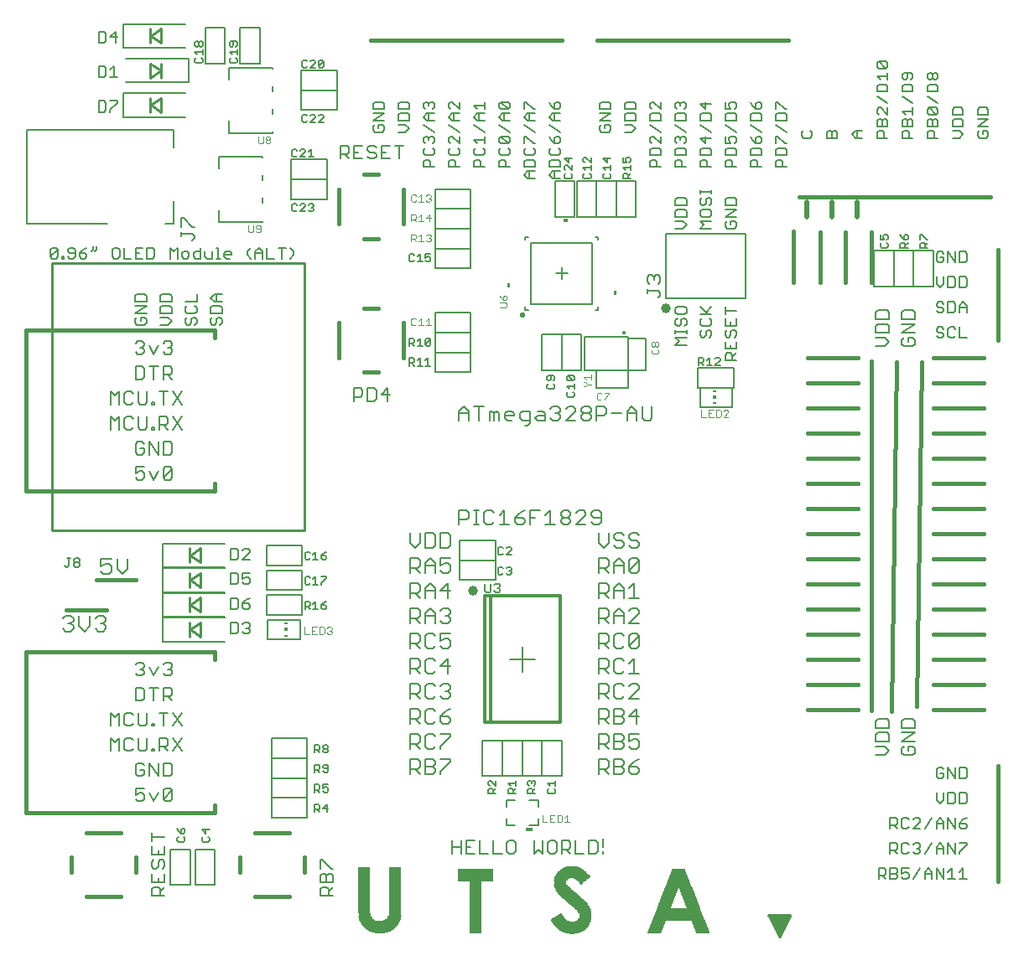
<source format=gbr>
G04 EAGLE Gerber RS-274X export*
G75*
%MOMM*%
%FSLAX34Y34*%
%LPD*%
%INSilkscreen Top*%
%IPPOS*%
%AMOC8*
5,1,8,0,0,1.08239X$1,22.5*%
G01*
%ADD10C,0.203200*%
%ADD11C,0.406400*%
%ADD12C,0.177800*%
%ADD13C,0.500000*%
%ADD14R,0.480000X0.020000*%
%ADD15R,0.460000X0.020000*%
%ADD16R,0.820000X0.020000*%
%ADD17R,0.800000X0.020000*%
%ADD18R,1.060000X0.020000*%
%ADD19R,1.020000X0.020000*%
%ADD20R,1.260000X0.020000*%
%ADD21R,1.180000X0.020000*%
%ADD22R,1.420000X0.020000*%
%ADD23R,1.340000X0.020000*%
%ADD24R,1.540000X0.020000*%
%ADD25R,1.480000X0.020000*%
%ADD26R,1.660000X0.020000*%
%ADD27R,1.580000X0.020000*%
%ADD28R,1.780000X0.020000*%
%ADD29R,1.680000X0.020000*%
%ADD30R,1.880000X0.020000*%
%ADD31R,1.240000X0.020000*%
%ADD32R,1.280000X0.020000*%
%ADD33R,1.960000X0.020000*%
%ADD34R,2.060000X0.020000*%
%ADD35R,2.140000X0.020000*%
%ADD36R,2.040000X0.020000*%
%ADD37R,1.300000X0.020000*%
%ADD38R,2.200000X0.020000*%
%ADD39R,2.120000X0.020000*%
%ADD40R,2.280000X0.020000*%
%ADD41R,2.180000X0.020000*%
%ADD42R,2.360000X0.020000*%
%ADD43R,2.260000X0.020000*%
%ADD44R,2.440000X0.020000*%
%ADD45R,2.340000X0.020000*%
%ADD46R,2.480000X0.020000*%
%ADD47R,2.380000X0.020000*%
%ADD48R,2.540000X0.020000*%
%ADD49R,2.460000X0.020000*%
%ADD50R,2.600000X0.020000*%
%ADD51R,2.500000X0.020000*%
%ADD52R,2.660000X0.020000*%
%ADD53R,2.560000X0.020000*%
%ADD54R,2.720000X0.020000*%
%ADD55R,2.620000X0.020000*%
%ADD56R,2.760000X0.020000*%
%ADD57R,2.820000X0.020000*%
%ADD58R,2.700000X0.020000*%
%ADD59R,2.860000X0.020000*%
%ADD60R,2.900000X0.020000*%
%ADD61R,2.800000X0.020000*%
%ADD62R,2.980000X0.020000*%
%ADD63R,3.020000X0.020000*%
%ADD64R,3.060000X0.020000*%
%ADD65R,2.940000X0.020000*%
%ADD66R,3.100000X0.020000*%
%ADD67R,3.140000X0.020000*%
%ADD68R,3.180000X0.020000*%
%ADD69R,3.220000X0.020000*%
%ADD70R,3.080000X0.020000*%
%ADD71R,3.260000X0.020000*%
%ADD72R,3.120000X0.020000*%
%ADD73R,3.300000X0.020000*%
%ADD74R,3.160000X0.020000*%
%ADD75R,3.340000X0.020000*%
%ADD76R,3.200000X0.020000*%
%ADD77R,3.360000X0.020000*%
%ADD78R,3.240000X0.020000*%
%ADD79R,3.400000X0.020000*%
%ADD80R,3.280000X0.020000*%
%ADD81R,3.440000X0.020000*%
%ADD82R,3.460000X0.020000*%
%ADD83R,3.320000X0.020000*%
%ADD84R,3.500000X0.020000*%
%ADD85R,3.520000X0.020000*%
%ADD86R,3.560000X0.020000*%
%ADD87R,3.420000X0.020000*%
%ADD88R,3.580000X0.020000*%
%ADD89R,3.620000X0.020000*%
%ADD90R,3.480000X0.020000*%
%ADD91R,3.640000X0.020000*%
%ADD92R,3.680000X0.020000*%
%ADD93R,3.540000X0.020000*%
%ADD94R,3.700000X0.020000*%
%ADD95R,3.740000X0.020000*%
%ADD96R,3.600000X0.020000*%
%ADD97R,3.780000X0.020000*%
%ADD98R,3.800000X0.020000*%
%ADD99R,3.820000X0.020000*%
%ADD100R,3.860000X0.020000*%
%ADD101R,3.720000X0.020000*%
%ADD102R,3.900000X0.020000*%
%ADD103R,3.940000X0.020000*%
%ADD104R,3.980000X0.020000*%
%ADD105R,1.920000X0.020000*%
%ADD106R,1.820000X0.020000*%
%ADD107R,1.740000X0.020000*%
%ADD108R,1.800000X0.020000*%
%ADD109R,1.760000X0.020000*%
%ADD110R,1.600000X0.020000*%
%ADD111R,1.720000X0.020000*%
%ADD112R,1.700000X0.020000*%
%ADD113R,1.620000X0.020000*%
%ADD114R,1.500000X0.020000*%
%ADD115R,1.640000X0.020000*%
%ADD116R,1.440000X0.020000*%
%ADD117R,1.560000X0.020000*%
%ADD118R,1.460000X0.020000*%
%ADD119R,1.520000X0.020000*%
%ADD120R,1.380000X0.020000*%
%ADD121R,1.360000X0.020000*%
%ADD122R,1.400000X0.020000*%
%ADD123R,1.320000X0.020000*%
%ADD124R,1.220000X0.020000*%
%ADD125R,5.200000X0.020000*%
%ADD126R,1.160000X0.020000*%
%ADD127R,5.180000X0.020000*%
%ADD128R,1.120000X0.020000*%
%ADD129R,5.160000X0.020000*%
%ADD130R,1.080000X0.020000*%
%ADD131R,5.140000X0.020000*%
%ADD132R,0.980000X0.020000*%
%ADD133R,5.120000X0.020000*%
%ADD134R,0.920000X0.020000*%
%ADD135R,0.860000X0.020000*%
%ADD136R,5.080000X0.020000*%
%ADD137R,0.780000X0.020000*%
%ADD138R,1.200000X0.020000*%
%ADD139R,5.060000X0.020000*%
%ADD140R,0.720000X0.020000*%
%ADD141R,5.040000X0.020000*%
%ADD142R,0.680000X0.020000*%
%ADD143R,0.640000X0.020000*%
%ADD144R,5.000000X0.020000*%
%ADD145R,0.580000X0.020000*%
%ADD146R,0.540000X0.020000*%
%ADD147R,4.980000X0.020000*%
%ADD148R,0.500000X0.020000*%
%ADD149R,4.960000X0.020000*%
%ADD150R,0.400000X0.020000*%
%ADD151R,4.940000X0.020000*%
%ADD152R,0.360000X0.020000*%
%ADD153R,4.920000X0.020000*%
%ADD154R,0.320000X0.020000*%
%ADD155R,0.260000X0.020000*%
%ADD156R,4.880000X0.020000*%
%ADD157R,0.220000X0.020000*%
%ADD158R,0.180000X0.020000*%
%ADD159R,4.860000X0.020000*%
%ADD160R,0.140000X0.020000*%
%ADD161R,4.840000X0.020000*%
%ADD162R,0.080000X0.020000*%
%ADD163R,0.040000X0.020000*%
%ADD164R,4.800000X0.020000*%
%ADD165R,4.780000X0.020000*%
%ADD166R,4.760000X0.020000*%
%ADD167R,4.740000X0.020000*%
%ADD168R,4.720000X0.020000*%
%ADD169R,4.680000X0.020000*%
%ADD170R,4.660000X0.020000*%
%ADD171R,4.640000X0.020000*%
%ADD172R,4.600000X0.020000*%
%ADD173R,4.580000X0.020000*%
%ADD174R,4.560000X0.020000*%
%ADD175R,4.540000X0.020000*%
%ADD176R,4.520000X0.020000*%
%ADD177R,4.480000X0.020000*%
%ADD178R,4.460000X0.020000*%
%ADD179R,4.440000X0.020000*%
%ADD180R,4.400000X0.020000*%
%ADD181R,4.380000X0.020000*%
%ADD182R,4.360000X0.020000*%
%ADD183R,4.340000X0.020000*%
%ADD184R,4.320000X0.020000*%
%ADD185R,4.280000X0.020000*%
%ADD186R,1.840000X0.020000*%
%ADD187R,1.860000X0.020000*%
%ADD188R,1.900000X0.020000*%
%ADD189R,2.580000X0.020000*%
%ADD190R,0.020000X0.020000*%
%ADD191R,2.520000X0.020000*%
%ADD192R,0.120000X0.020000*%
%ADD193R,0.160000X0.020000*%
%ADD194R,0.300000X0.020000*%
%ADD195R,2.420000X0.020000*%
%ADD196R,0.340000X0.020000*%
%ADD197R,2.400000X0.020000*%
%ADD198R,0.380000X0.020000*%
%ADD199R,0.420000X0.020000*%
%ADD200R,2.320000X0.020000*%
%ADD201R,0.620000X0.020000*%
%ADD202R,2.300000X0.020000*%
%ADD203R,0.760000X0.020000*%
%ADD204R,2.240000X0.020000*%
%ADD205R,0.840000X0.020000*%
%ADD206R,2.220000X0.020000*%
%ADD207R,0.900000X0.020000*%
%ADD208R,0.940000X0.020000*%
%ADD209R,2.160000X0.020000*%
%ADD210R,1.100000X0.020000*%
%ADD211R,2.100000X0.020000*%
%ADD212R,2.080000X0.020000*%
%ADD213R,2.020000X0.020000*%
%ADD214R,2.000000X0.020000*%
%ADD215R,1.980000X0.020000*%
%ADD216R,1.940000X0.020000*%
%ADD217R,3.380000X0.020000*%
%ADD218R,2.960000X0.020000*%
%ADD219R,2.920000X0.020000*%
%ADD220R,2.880000X0.020000*%
%ADD221R,2.840000X0.020000*%
%ADD222R,2.680000X0.020000*%
%ADD223C,0.304800*%
%ADD224C,0.200000*%
%ADD225C,0.127000*%
%ADD226C,1.000000*%
%ADD227C,0.152400*%
%ADD228C,0.565681*%
%ADD229C,0.101600*%
%ADD230R,0.800000X0.400000*%
%ADD231C,0.254000*%
%ADD232R,0.300000X0.150000*%
%ADD233R,0.300000X0.300000*%

G36*
X760036Y48218D02*
X760036Y48218D01*
X760171Y48216D01*
X760236Y48228D01*
X760302Y48231D01*
X760434Y48265D01*
X760566Y48289D01*
X760628Y48314D01*
X760693Y48331D01*
X760815Y48389D01*
X760940Y48439D01*
X760996Y48476D01*
X761056Y48505D01*
X761164Y48586D01*
X761277Y48660D01*
X761324Y48707D01*
X761377Y48747D01*
X761467Y48848D01*
X761563Y48943D01*
X761601Y48998D01*
X761645Y49048D01*
X761740Y49206D01*
X761788Y49277D01*
X761799Y49302D01*
X761817Y49332D01*
X771977Y69652D01*
X772007Y69731D01*
X772043Y69800D01*
X772043Y69801D01*
X772047Y69807D01*
X772079Y69919D01*
X772120Y70028D01*
X772134Y70112D01*
X772158Y70194D01*
X772168Y70310D01*
X772187Y70425D01*
X772184Y70510D01*
X772191Y70596D01*
X772177Y70711D01*
X772174Y70827D01*
X772154Y70911D01*
X772144Y70995D01*
X772108Y71106D01*
X772081Y71219D01*
X772046Y71297D01*
X772019Y71378D01*
X771962Y71480D01*
X771914Y71585D01*
X771863Y71654D01*
X771821Y71729D01*
X771745Y71817D01*
X771677Y71911D01*
X771614Y71969D01*
X771558Y72034D01*
X771466Y72105D01*
X771381Y72184D01*
X771307Y72228D01*
X771240Y72280D01*
X771136Y72332D01*
X771036Y72392D01*
X770956Y72422D01*
X770880Y72460D01*
X770767Y72490D01*
X770658Y72529D01*
X770573Y72542D01*
X770491Y72564D01*
X770344Y72576D01*
X770260Y72589D01*
X770216Y72587D01*
X770160Y72591D01*
X749840Y72591D01*
X749755Y72583D01*
X749669Y72584D01*
X749555Y72563D01*
X749439Y72551D01*
X749358Y72526D01*
X749274Y72511D01*
X749166Y72467D01*
X749054Y72433D01*
X748979Y72392D01*
X748900Y72361D01*
X748803Y72297D01*
X748700Y72241D01*
X748635Y72187D01*
X748563Y72140D01*
X748480Y72058D01*
X748391Y71984D01*
X748338Y71917D01*
X748277Y71857D01*
X748212Y71761D01*
X748139Y71670D01*
X748100Y71594D01*
X748052Y71523D01*
X748007Y71416D01*
X747953Y71313D01*
X747930Y71231D01*
X747897Y71152D01*
X747874Y71037D01*
X747842Y70926D01*
X747835Y70841D01*
X747818Y70757D01*
X747819Y70640D01*
X747809Y70524D01*
X747819Y70440D01*
X747819Y70354D01*
X747842Y70240D01*
X747856Y70125D01*
X747882Y70043D01*
X747900Y69960D01*
X747954Y69823D01*
X747981Y69742D01*
X747984Y69736D01*
X747985Y69734D01*
X748003Y69701D01*
X748023Y69652D01*
X758183Y49332D01*
X758219Y49275D01*
X758246Y49215D01*
X758326Y49105D01*
X758398Y48991D01*
X758444Y48943D01*
X758483Y48889D01*
X758583Y48798D01*
X758676Y48700D01*
X758730Y48662D01*
X758779Y48616D01*
X758895Y48546D01*
X759006Y48469D01*
X759067Y48442D01*
X759124Y48408D01*
X759251Y48362D01*
X759375Y48307D01*
X759439Y48293D01*
X759502Y48271D01*
X759636Y48251D01*
X759768Y48222D01*
X759835Y48221D01*
X759900Y48211D01*
X760036Y48218D01*
G37*
G36*
X545907Y772221D02*
X545907Y772221D01*
X545909Y772220D01*
X545952Y772240D01*
X545996Y772258D01*
X545996Y772260D01*
X545998Y772261D01*
X546031Y772346D01*
X546031Y774886D01*
X546030Y774888D01*
X546031Y774890D01*
X546011Y774933D01*
X545993Y774977D01*
X545991Y774977D01*
X545990Y774979D01*
X545905Y775012D01*
X542095Y775012D01*
X542093Y775011D01*
X542091Y775012D01*
X542048Y774992D01*
X542004Y774974D01*
X542004Y774972D01*
X542002Y774971D01*
X541969Y774886D01*
X541969Y772346D01*
X541970Y772344D01*
X541969Y772342D01*
X541989Y772299D01*
X542007Y772255D01*
X542009Y772255D01*
X542010Y772253D01*
X542095Y772220D01*
X545905Y772220D01*
X545907Y772221D01*
G37*
G36*
X487656Y705970D02*
X487656Y705970D01*
X487658Y705969D01*
X487701Y705989D01*
X487745Y706007D01*
X487745Y706009D01*
X487747Y706010D01*
X487780Y706095D01*
X487780Y709905D01*
X487779Y709907D01*
X487780Y709909D01*
X487760Y709952D01*
X487742Y709996D01*
X487740Y709996D01*
X487739Y709998D01*
X487654Y710031D01*
X485114Y710031D01*
X485112Y710030D01*
X485110Y710031D01*
X485067Y710011D01*
X485023Y709993D01*
X485023Y709991D01*
X485021Y709990D01*
X484988Y709905D01*
X484988Y706095D01*
X484989Y706093D01*
X484988Y706091D01*
X485008Y706048D01*
X485026Y706004D01*
X485028Y706004D01*
X485029Y706002D01*
X485114Y705969D01*
X487654Y705969D01*
X487656Y705970D01*
G37*
G36*
X594888Y697970D02*
X594888Y697970D01*
X594890Y697969D01*
X594933Y697989D01*
X594977Y698007D01*
X594977Y698009D01*
X594979Y698010D01*
X595012Y698095D01*
X595012Y701905D01*
X595011Y701907D01*
X595012Y701909D01*
X594992Y701952D01*
X594974Y701996D01*
X594972Y701996D01*
X594971Y701998D01*
X594886Y702031D01*
X592346Y702031D01*
X592344Y702030D01*
X592342Y702031D01*
X592299Y702011D01*
X592255Y701993D01*
X592255Y701991D01*
X592253Y701990D01*
X592220Y701905D01*
X592220Y698095D01*
X592221Y698093D01*
X592220Y698091D01*
X592240Y698048D01*
X592258Y698004D01*
X592260Y698004D01*
X592261Y698002D01*
X592346Y697969D01*
X594886Y697969D01*
X594888Y697970D01*
G37*
D10*
X36459Y371371D02*
X39086Y373997D01*
X44339Y373997D01*
X46966Y371371D01*
X46966Y368744D01*
X44339Y366117D01*
X41712Y366117D01*
X44339Y366117D02*
X46966Y363490D01*
X46966Y360863D01*
X44339Y358236D01*
X39086Y358236D01*
X36459Y360863D01*
X52830Y363490D02*
X52830Y373997D01*
X52830Y363490D02*
X58084Y358236D01*
X63338Y363490D01*
X63338Y373997D01*
X69202Y371371D02*
X71829Y373997D01*
X77082Y373997D01*
X79709Y371371D01*
X79709Y368744D01*
X77082Y366117D01*
X74456Y366117D01*
X77082Y366117D02*
X79709Y363490D01*
X79709Y360863D01*
X77082Y358236D01*
X71829Y358236D01*
X69202Y360863D01*
X74644Y431777D02*
X85152Y431777D01*
X74644Y431777D02*
X74644Y423897D01*
X79898Y426524D01*
X82525Y426524D01*
X85152Y423897D01*
X85152Y418643D01*
X82525Y416016D01*
X77271Y416016D01*
X74644Y418643D01*
X91016Y421270D02*
X91016Y431777D01*
X91016Y421270D02*
X96270Y416016D01*
X101524Y421270D01*
X101524Y431777D01*
D11*
X110000Y410000D02*
X70000Y410000D01*
X80000Y380000D02*
X40000Y380000D01*
D12*
X125878Y90889D02*
X139111Y90889D01*
X125878Y90889D02*
X125878Y97506D01*
X128083Y99711D01*
X132494Y99711D01*
X134700Y97506D01*
X134700Y90889D01*
X134700Y95300D02*
X139111Y99711D01*
X125878Y104701D02*
X125878Y113523D01*
X125878Y104701D02*
X139111Y104701D01*
X139111Y113523D01*
X132494Y109112D02*
X132494Y104701D01*
X125878Y125129D02*
X128083Y127335D01*
X125878Y125129D02*
X125878Y120718D01*
X128083Y118513D01*
X130289Y118513D01*
X132494Y120718D01*
X132494Y125129D01*
X134700Y127335D01*
X136905Y127335D01*
X139111Y125129D01*
X139111Y120718D01*
X136905Y118513D01*
X125878Y132324D02*
X125878Y141147D01*
X125878Y132324D02*
X139111Y132324D01*
X139111Y141147D01*
X132494Y136735D02*
X132494Y132324D01*
X125878Y150547D02*
X139111Y150547D01*
X125878Y146136D02*
X125878Y154958D01*
X295878Y90889D02*
X309111Y90889D01*
X295878Y90889D02*
X295878Y97506D01*
X298083Y99711D01*
X302494Y99711D01*
X304700Y97506D01*
X304700Y90889D01*
X304700Y95300D02*
X309111Y99711D01*
X309111Y104701D02*
X295878Y104701D01*
X295878Y111317D01*
X298083Y113523D01*
X300289Y113523D01*
X302494Y111317D01*
X304700Y113523D01*
X306905Y113523D01*
X309111Y111317D01*
X309111Y104701D01*
X302494Y104701D02*
X302494Y111317D01*
X295878Y118513D02*
X295878Y127335D01*
X298083Y127335D01*
X306905Y118513D01*
X309111Y118513D01*
X429355Y133389D02*
X429355Y146622D01*
X429355Y140006D02*
X438177Y140006D01*
X438177Y146622D02*
X438177Y133389D01*
X443167Y146622D02*
X451989Y146622D01*
X443167Y146622D02*
X443167Y133389D01*
X451989Y133389D01*
X447578Y140006D02*
X443167Y140006D01*
X456979Y146622D02*
X456979Y133389D01*
X465801Y133389D01*
X470791Y133389D02*
X470791Y146622D01*
X470791Y133389D02*
X479613Y133389D01*
X486808Y146622D02*
X491219Y146622D01*
X486808Y146622D02*
X484602Y144417D01*
X484602Y135595D01*
X486808Y133389D01*
X491219Y133389D01*
X493425Y135595D01*
X493425Y144417D01*
X491219Y146622D01*
X512226Y146622D02*
X512226Y133389D01*
X516637Y137800D01*
X521048Y133389D01*
X521048Y146622D01*
X528243Y146622D02*
X532654Y146622D01*
X528243Y146622D02*
X526038Y144417D01*
X526038Y135595D01*
X528243Y133389D01*
X532654Y133389D01*
X534860Y135595D01*
X534860Y144417D01*
X532654Y146622D01*
X539849Y146622D02*
X539849Y133389D01*
X539849Y146622D02*
X546466Y146622D01*
X548672Y144417D01*
X548672Y140006D01*
X546466Y137800D01*
X539849Y137800D01*
X544261Y137800D02*
X548672Y133389D01*
X553661Y133389D02*
X553661Y146622D01*
X553661Y133389D02*
X562483Y133389D01*
X567473Y133389D02*
X567473Y146622D01*
X567473Y133389D02*
X574090Y133389D01*
X576295Y135595D01*
X576295Y144417D01*
X574090Y146622D01*
X567473Y146622D01*
X581285Y135595D02*
X581285Y133389D01*
X581285Y140006D02*
X581285Y148828D01*
X316360Y835889D02*
X316360Y849122D01*
X322976Y849122D01*
X325182Y846917D01*
X325182Y842506D01*
X322976Y840300D01*
X316360Y840300D01*
X320771Y840300D02*
X325182Y835889D01*
X330171Y849122D02*
X338993Y849122D01*
X330171Y849122D02*
X330171Y835889D01*
X338993Y835889D01*
X334582Y842506D02*
X330171Y842506D01*
X350600Y849122D02*
X352805Y846917D01*
X350600Y849122D02*
X346189Y849122D01*
X343983Y846917D01*
X343983Y844711D01*
X346189Y842506D01*
X350600Y842506D01*
X352805Y840300D01*
X352805Y838095D01*
X350600Y835889D01*
X346189Y835889D01*
X343983Y838095D01*
X357795Y849122D02*
X366617Y849122D01*
X357795Y849122D02*
X357795Y835889D01*
X366617Y835889D01*
X362206Y842506D02*
X357795Y842506D01*
X376018Y849122D02*
X376018Y835889D01*
X371607Y849122D02*
X380429Y849122D01*
X885383Y242076D02*
X883178Y239870D01*
X883178Y235459D01*
X885383Y233254D01*
X894205Y233254D01*
X896411Y235459D01*
X896411Y239870D01*
X894205Y242076D01*
X889794Y242076D01*
X889794Y237665D01*
X883178Y247065D02*
X896411Y247065D01*
X896411Y255888D02*
X883178Y247065D01*
X883178Y255888D02*
X896411Y255888D01*
X896411Y260877D02*
X883178Y260877D01*
X896411Y260877D02*
X896411Y267494D01*
X894205Y269699D01*
X885383Y269699D01*
X883178Y267494D01*
X883178Y260877D01*
X866000Y233254D02*
X857178Y233254D01*
X866000Y233254D02*
X870411Y237665D01*
X866000Y242076D01*
X857178Y242076D01*
X857178Y247065D02*
X870411Y247065D01*
X870411Y253682D01*
X868205Y255888D01*
X859383Y255888D01*
X857178Y253682D01*
X857178Y247065D01*
X857178Y260877D02*
X870411Y260877D01*
X870411Y267494D01*
X868205Y269699D01*
X859383Y269699D01*
X857178Y267494D01*
X857178Y260877D01*
D11*
X773400Y710800D02*
X773400Y762200D01*
X800800Y761800D02*
X800800Y710800D01*
X826200Y710800D02*
X826200Y761800D01*
X852600Y761800D02*
X852600Y710800D01*
X838800Y634800D02*
X787800Y634800D01*
X787800Y609400D02*
X838800Y609400D01*
X838800Y584000D02*
X787800Y584000D01*
X787800Y558600D02*
X838800Y558600D01*
X838800Y533200D02*
X787800Y533200D01*
X787800Y507800D02*
X838800Y507800D01*
X838800Y482400D02*
X787800Y482400D01*
X787800Y457000D02*
X838800Y457000D01*
X838800Y431600D02*
X787800Y431600D01*
X787800Y406200D02*
X838800Y406200D01*
X838800Y380800D02*
X787800Y380800D01*
X787800Y355400D02*
X838800Y355400D01*
X838800Y330000D02*
X787800Y330000D01*
X787800Y304600D02*
X838800Y304600D01*
X838800Y279200D02*
X787800Y279200D01*
X914800Y279200D02*
X965800Y279200D01*
X965800Y634800D02*
X914800Y634800D01*
X914800Y609400D02*
X965800Y609400D01*
X965800Y584000D02*
X914800Y584000D01*
X914800Y558600D02*
X965800Y558600D01*
X965800Y533200D02*
X914800Y533200D01*
X914800Y507800D02*
X965800Y507800D01*
X965800Y482400D02*
X914800Y482400D01*
X914800Y457000D02*
X965800Y457000D01*
X965800Y431600D02*
X914800Y431600D01*
X914800Y406200D02*
X965800Y406200D01*
X965800Y380800D02*
X914800Y380800D01*
X914800Y355400D02*
X965800Y355400D01*
X965800Y330000D02*
X914800Y330000D01*
X914800Y304600D02*
X965800Y304600D01*
X872800Y277600D02*
X877800Y630800D01*
X852400Y631600D02*
X852400Y278400D01*
X898200Y282600D02*
X903200Y630800D01*
D10*
X436016Y580846D02*
X436016Y571016D01*
X436016Y580846D02*
X440931Y585761D01*
X445846Y580846D01*
X445846Y571016D01*
X445846Y578388D02*
X436016Y578388D01*
X456367Y571016D02*
X456367Y585761D01*
X451452Y585761D02*
X461282Y585761D01*
X466888Y580846D02*
X466888Y571016D01*
X466888Y580846D02*
X469346Y580846D01*
X471803Y578388D01*
X471803Y571016D01*
X471803Y578388D02*
X474260Y580846D01*
X476718Y578388D01*
X476718Y571016D01*
X484782Y571016D02*
X489696Y571016D01*
X484782Y571016D02*
X482324Y573473D01*
X482324Y578388D01*
X484782Y580846D01*
X489696Y580846D01*
X492154Y578388D01*
X492154Y575931D01*
X482324Y575931D01*
X502675Y566101D02*
X505133Y566101D01*
X507590Y568559D01*
X507590Y580846D01*
X500218Y580846D01*
X497760Y578388D01*
X497760Y573473D01*
X500218Y571016D01*
X507590Y571016D01*
X515654Y580846D02*
X520569Y580846D01*
X523026Y578388D01*
X523026Y571016D01*
X515654Y571016D01*
X513196Y573473D01*
X515654Y575931D01*
X523026Y575931D01*
X528632Y583303D02*
X531090Y585761D01*
X536005Y585761D01*
X538462Y583303D01*
X538462Y580846D01*
X536005Y578388D01*
X533547Y578388D01*
X536005Y578388D02*
X538462Y575931D01*
X538462Y573473D01*
X536005Y571016D01*
X531090Y571016D01*
X528632Y573473D01*
X544068Y571016D02*
X553898Y571016D01*
X544068Y571016D02*
X553898Y580846D01*
X553898Y583303D01*
X551441Y585761D01*
X546526Y585761D01*
X544068Y583303D01*
X559505Y583303D02*
X561962Y585761D01*
X566877Y585761D01*
X569334Y583303D01*
X569334Y580846D01*
X566877Y578388D01*
X569334Y575931D01*
X569334Y573473D01*
X566877Y571016D01*
X561962Y571016D01*
X559505Y573473D01*
X559505Y575931D01*
X561962Y578388D01*
X559505Y580846D01*
X559505Y583303D01*
X561962Y578388D02*
X566877Y578388D01*
X574941Y571016D02*
X574941Y585761D01*
X582313Y585761D01*
X584770Y583303D01*
X584770Y578388D01*
X582313Y575931D01*
X574941Y575931D01*
X590377Y578388D02*
X600206Y578388D01*
X605813Y580846D02*
X605813Y571016D01*
X605813Y580846D02*
X610728Y585761D01*
X615642Y580846D01*
X615642Y571016D01*
X615642Y578388D02*
X605813Y578388D01*
X621249Y573473D02*
X621249Y585761D01*
X621249Y573473D02*
X623706Y571016D01*
X628621Y571016D01*
X631078Y573473D01*
X631078Y585761D01*
X436016Y480761D02*
X436016Y466016D01*
X436016Y480761D02*
X443388Y480761D01*
X445846Y478303D01*
X445846Y473388D01*
X443388Y470931D01*
X436016Y470931D01*
X451452Y466016D02*
X456367Y466016D01*
X453909Y466016D02*
X453909Y480761D01*
X451452Y480761D02*
X456367Y480761D01*
X469115Y480761D02*
X471572Y478303D01*
X469115Y480761D02*
X464200Y480761D01*
X461743Y478303D01*
X461743Y468473D01*
X464200Y466016D01*
X469115Y466016D01*
X471572Y468473D01*
X477179Y475846D02*
X482094Y480761D01*
X482094Y466016D01*
X477179Y466016D02*
X487009Y466016D01*
X497530Y478303D02*
X502445Y480761D01*
X497530Y478303D02*
X492615Y473388D01*
X492615Y468473D01*
X495072Y466016D01*
X499987Y466016D01*
X502445Y468473D01*
X502445Y470931D01*
X499987Y473388D01*
X492615Y473388D01*
X508051Y466016D02*
X508051Y480761D01*
X517881Y480761D01*
X512966Y473388D02*
X508051Y473388D01*
X523487Y475846D02*
X528402Y480761D01*
X528402Y466016D01*
X523487Y466016D02*
X533317Y466016D01*
X538923Y478303D02*
X541380Y480761D01*
X546295Y480761D01*
X548753Y478303D01*
X548753Y475846D01*
X546295Y473388D01*
X548753Y470931D01*
X548753Y468473D01*
X546295Y466016D01*
X541380Y466016D01*
X538923Y468473D01*
X538923Y470931D01*
X541380Y473388D01*
X538923Y475846D01*
X538923Y478303D01*
X541380Y473388D02*
X546295Y473388D01*
X554359Y466016D02*
X564189Y466016D01*
X554359Y466016D02*
X564189Y475846D01*
X564189Y478303D01*
X561731Y480761D01*
X556817Y480761D01*
X554359Y478303D01*
X569795Y468473D02*
X572253Y466016D01*
X577167Y466016D01*
X579625Y468473D01*
X579625Y478303D01*
X577167Y480761D01*
X572253Y480761D01*
X569795Y478303D01*
X569795Y475846D01*
X572253Y473388D01*
X579625Y473388D01*
D12*
X883178Y652870D02*
X885383Y655076D01*
X883178Y652870D02*
X883178Y648459D01*
X885383Y646254D01*
X894205Y646254D01*
X896411Y648459D01*
X896411Y652870D01*
X894205Y655076D01*
X889794Y655076D01*
X889794Y650665D01*
X883178Y660065D02*
X896411Y660065D01*
X896411Y668888D02*
X883178Y660065D01*
X883178Y668888D02*
X896411Y668888D01*
X896411Y673877D02*
X883178Y673877D01*
X896411Y673877D02*
X896411Y680494D01*
X894205Y682699D01*
X885383Y682699D01*
X883178Y680494D01*
X883178Y673877D01*
X866000Y646254D02*
X857178Y646254D01*
X866000Y646254D02*
X870411Y650665D01*
X866000Y655076D01*
X857178Y655076D01*
X857178Y660065D02*
X870411Y660065D01*
X870411Y666682D01*
X868205Y668888D01*
X859383Y668888D01*
X857178Y666682D01*
X857178Y660065D01*
X857178Y673877D02*
X870411Y673877D01*
X870411Y680494D01*
X868205Y682699D01*
X859383Y682699D01*
X857178Y680494D01*
X857178Y673877D01*
X330171Y604122D02*
X330171Y590889D01*
X330171Y604122D02*
X336788Y604122D01*
X338993Y601917D01*
X338993Y597506D01*
X336788Y595300D01*
X330171Y595300D01*
X343983Y590889D02*
X343983Y604122D01*
X343983Y590889D02*
X350600Y590889D01*
X352805Y593095D01*
X352805Y601917D01*
X350600Y604122D01*
X343983Y604122D01*
X364411Y604122D02*
X364411Y590889D01*
X357795Y597506D02*
X364411Y604122D01*
X366617Y597506D02*
X357795Y597506D01*
D13*
X838200Y777240D02*
X838200Y792480D01*
X812800Y792480D02*
X812800Y777240D01*
X787400Y777240D02*
X787400Y792480D01*
D11*
X265000Y90000D02*
X230000Y90000D01*
X215000Y115000D02*
X215000Y130000D01*
X230000Y155000D02*
X265000Y155000D01*
X280000Y130000D02*
X280000Y115000D01*
D10*
X386816Y447549D02*
X386816Y457379D01*
X386816Y447549D02*
X391731Y442634D01*
X396646Y447549D01*
X396646Y457379D01*
X402252Y457379D02*
X402252Y442634D01*
X409624Y442634D01*
X412082Y445091D01*
X412082Y454921D01*
X409624Y457379D01*
X402252Y457379D01*
X417688Y457379D02*
X417688Y442634D01*
X425060Y442634D01*
X427518Y445091D01*
X427518Y454921D01*
X425060Y457379D01*
X417688Y457379D01*
X577316Y457379D02*
X577316Y447549D01*
X582231Y442634D01*
X587146Y447549D01*
X587146Y457379D01*
X600124Y457379D02*
X602582Y454921D01*
X600124Y457379D02*
X595209Y457379D01*
X592752Y454921D01*
X592752Y452464D01*
X595209Y450006D01*
X600124Y450006D01*
X602582Y447549D01*
X602582Y445091D01*
X600124Y442634D01*
X595209Y442634D01*
X592752Y445091D01*
X615560Y457379D02*
X618018Y454921D01*
X615560Y457379D02*
X610646Y457379D01*
X608188Y454921D01*
X608188Y452464D01*
X610646Y450006D01*
X615560Y450006D01*
X618018Y447549D01*
X618018Y445091D01*
X615560Y442634D01*
X610646Y442634D01*
X608188Y445091D01*
X386816Y431979D02*
X386816Y417234D01*
X386816Y431979D02*
X394188Y431979D01*
X396646Y429521D01*
X396646Y424606D01*
X394188Y422149D01*
X386816Y422149D01*
X391731Y422149D02*
X396646Y417234D01*
X402252Y417234D02*
X402252Y427064D01*
X407167Y431979D01*
X412082Y427064D01*
X412082Y417234D01*
X412082Y424606D02*
X402252Y424606D01*
X417688Y431979D02*
X427518Y431979D01*
X417688Y431979D02*
X417688Y424606D01*
X422603Y427064D01*
X425060Y427064D01*
X427518Y424606D01*
X427518Y419691D01*
X425060Y417234D01*
X420146Y417234D01*
X417688Y419691D01*
X386816Y406579D02*
X386816Y391834D01*
X386816Y406579D02*
X394188Y406579D01*
X396646Y404121D01*
X396646Y399206D01*
X394188Y396749D01*
X386816Y396749D01*
X391731Y396749D02*
X396646Y391834D01*
X402252Y391834D02*
X402252Y401664D01*
X407167Y406579D01*
X412082Y401664D01*
X412082Y391834D01*
X412082Y399206D02*
X402252Y399206D01*
X425060Y391834D02*
X425060Y406579D01*
X417688Y399206D01*
X427518Y399206D01*
X386816Y381179D02*
X386816Y366434D01*
X386816Y381179D02*
X394188Y381179D01*
X396646Y378721D01*
X396646Y373806D01*
X394188Y371349D01*
X386816Y371349D01*
X391731Y371349D02*
X396646Y366434D01*
X402252Y366434D02*
X402252Y376264D01*
X407167Y381179D01*
X412082Y376264D01*
X412082Y366434D01*
X412082Y373806D02*
X402252Y373806D01*
X417688Y378721D02*
X420146Y381179D01*
X425060Y381179D01*
X427518Y378721D01*
X427518Y376264D01*
X425060Y373806D01*
X422603Y373806D01*
X425060Y373806D02*
X427518Y371349D01*
X427518Y368891D01*
X425060Y366434D01*
X420146Y366434D01*
X417688Y368891D01*
X386816Y355779D02*
X386816Y341034D01*
X386816Y355779D02*
X394188Y355779D01*
X396646Y353321D01*
X396646Y348406D01*
X394188Y345949D01*
X386816Y345949D01*
X391731Y345949D02*
X396646Y341034D01*
X409624Y355779D02*
X412082Y353321D01*
X409624Y355779D02*
X404709Y355779D01*
X402252Y353321D01*
X402252Y343491D01*
X404709Y341034D01*
X409624Y341034D01*
X412082Y343491D01*
X417688Y355779D02*
X427518Y355779D01*
X417688Y355779D02*
X417688Y348406D01*
X422603Y350864D01*
X425060Y350864D01*
X427518Y348406D01*
X427518Y343491D01*
X425060Y341034D01*
X420146Y341034D01*
X417688Y343491D01*
X386816Y330379D02*
X386816Y315634D01*
X386816Y330379D02*
X394188Y330379D01*
X396646Y327921D01*
X396646Y323006D01*
X394188Y320549D01*
X386816Y320549D01*
X391731Y320549D02*
X396646Y315634D01*
X409624Y330379D02*
X412082Y327921D01*
X409624Y330379D02*
X404709Y330379D01*
X402252Y327921D01*
X402252Y318091D01*
X404709Y315634D01*
X409624Y315634D01*
X412082Y318091D01*
X425060Y315634D02*
X425060Y330379D01*
X417688Y323006D01*
X427518Y323006D01*
X386816Y304979D02*
X386816Y290234D01*
X386816Y304979D02*
X394188Y304979D01*
X396646Y302521D01*
X396646Y297606D01*
X394188Y295149D01*
X386816Y295149D01*
X391731Y295149D02*
X396646Y290234D01*
X409624Y304979D02*
X412082Y302521D01*
X409624Y304979D02*
X404709Y304979D01*
X402252Y302521D01*
X402252Y292691D01*
X404709Y290234D01*
X409624Y290234D01*
X412082Y292691D01*
X417688Y302521D02*
X420146Y304979D01*
X425060Y304979D01*
X427518Y302521D01*
X427518Y300064D01*
X425060Y297606D01*
X422603Y297606D01*
X425060Y297606D02*
X427518Y295149D01*
X427518Y292691D01*
X425060Y290234D01*
X420146Y290234D01*
X417688Y292691D01*
X386816Y279579D02*
X386816Y264834D01*
X386816Y279579D02*
X394188Y279579D01*
X396646Y277121D01*
X396646Y272206D01*
X394188Y269749D01*
X386816Y269749D01*
X391731Y269749D02*
X396646Y264834D01*
X409624Y279579D02*
X412082Y277121D01*
X409624Y279579D02*
X404709Y279579D01*
X402252Y277121D01*
X402252Y267291D01*
X404709Y264834D01*
X409624Y264834D01*
X412082Y267291D01*
X422603Y277121D02*
X427518Y279579D01*
X422603Y277121D02*
X417688Y272206D01*
X417688Y267291D01*
X420146Y264834D01*
X425060Y264834D01*
X427518Y267291D01*
X427518Y269749D01*
X425060Y272206D01*
X417688Y272206D01*
X386816Y254179D02*
X386816Y239434D01*
X386816Y254179D02*
X394188Y254179D01*
X396646Y251721D01*
X396646Y246806D01*
X394188Y244349D01*
X386816Y244349D01*
X391731Y244349D02*
X396646Y239434D01*
X409624Y254179D02*
X412082Y251721D01*
X409624Y254179D02*
X404709Y254179D01*
X402252Y251721D01*
X402252Y241891D01*
X404709Y239434D01*
X409624Y239434D01*
X412082Y241891D01*
X417688Y254179D02*
X427518Y254179D01*
X427518Y251721D01*
X417688Y241891D01*
X417688Y239434D01*
X386816Y228779D02*
X386816Y214034D01*
X386816Y228779D02*
X394188Y228779D01*
X396646Y226321D01*
X396646Y221406D01*
X394188Y218949D01*
X386816Y218949D01*
X391731Y218949D02*
X396646Y214034D01*
X402252Y214034D02*
X402252Y228779D01*
X409624Y228779D01*
X412082Y226321D01*
X412082Y223864D01*
X409624Y221406D01*
X412082Y218949D01*
X412082Y216491D01*
X409624Y214034D01*
X402252Y214034D01*
X402252Y221406D02*
X409624Y221406D01*
X417688Y228779D02*
X427518Y228779D01*
X427518Y226321D01*
X417688Y216491D01*
X417688Y214034D01*
X577316Y417234D02*
X577316Y431979D01*
X584688Y431979D01*
X587146Y429521D01*
X587146Y424606D01*
X584688Y422149D01*
X577316Y422149D01*
X582231Y422149D02*
X587146Y417234D01*
X592752Y417234D02*
X592752Y427064D01*
X597667Y431979D01*
X602582Y427064D01*
X602582Y417234D01*
X602582Y424606D02*
X592752Y424606D01*
X608188Y419691D02*
X608188Y429521D01*
X610646Y431979D01*
X615560Y431979D01*
X618018Y429521D01*
X618018Y419691D01*
X615560Y417234D01*
X610646Y417234D01*
X608188Y419691D01*
X618018Y429521D01*
X577316Y406579D02*
X577316Y391834D01*
X577316Y406579D02*
X584688Y406579D01*
X587146Y404121D01*
X587146Y399206D01*
X584688Y396749D01*
X577316Y396749D01*
X582231Y396749D02*
X587146Y391834D01*
X592752Y391834D02*
X592752Y401664D01*
X597667Y406579D01*
X602582Y401664D01*
X602582Y391834D01*
X602582Y399206D02*
X592752Y399206D01*
X608188Y401664D02*
X613103Y406579D01*
X613103Y391834D01*
X608188Y391834D02*
X618018Y391834D01*
X577316Y355779D02*
X577316Y341034D01*
X577316Y355779D02*
X584688Y355779D01*
X587146Y353321D01*
X587146Y348406D01*
X584688Y345949D01*
X577316Y345949D01*
X582231Y345949D02*
X587146Y341034D01*
X600124Y355779D02*
X602582Y353321D01*
X600124Y355779D02*
X595209Y355779D01*
X592752Y353321D01*
X592752Y343491D01*
X595209Y341034D01*
X600124Y341034D01*
X602582Y343491D01*
X608188Y343491D02*
X608188Y353321D01*
X610646Y355779D01*
X615560Y355779D01*
X618018Y353321D01*
X618018Y343491D01*
X615560Y341034D01*
X610646Y341034D01*
X608188Y343491D01*
X618018Y353321D01*
X577316Y366434D02*
X577316Y381179D01*
X584688Y381179D01*
X587146Y378721D01*
X587146Y373806D01*
X584688Y371349D01*
X577316Y371349D01*
X582231Y371349D02*
X587146Y366434D01*
X592752Y366434D02*
X592752Y376264D01*
X597667Y381179D01*
X602582Y376264D01*
X602582Y366434D01*
X602582Y373806D02*
X592752Y373806D01*
X608188Y366434D02*
X618018Y366434D01*
X608188Y366434D02*
X618018Y376264D01*
X618018Y378721D01*
X615560Y381179D01*
X610646Y381179D01*
X608188Y378721D01*
X577316Y330379D02*
X577316Y315634D01*
X577316Y330379D02*
X584688Y330379D01*
X587146Y327921D01*
X587146Y323006D01*
X584688Y320549D01*
X577316Y320549D01*
X582231Y320549D02*
X587146Y315634D01*
X600124Y330379D02*
X602582Y327921D01*
X600124Y330379D02*
X595209Y330379D01*
X592752Y327921D01*
X592752Y318091D01*
X595209Y315634D01*
X600124Y315634D01*
X602582Y318091D01*
X608188Y325464D02*
X613103Y330379D01*
X613103Y315634D01*
X608188Y315634D02*
X618018Y315634D01*
X577316Y304979D02*
X577316Y290234D01*
X577316Y304979D02*
X584688Y304979D01*
X587146Y302521D01*
X587146Y297606D01*
X584688Y295149D01*
X577316Y295149D01*
X582231Y295149D02*
X587146Y290234D01*
X600124Y304979D02*
X602582Y302521D01*
X600124Y304979D02*
X595209Y304979D01*
X592752Y302521D01*
X592752Y292691D01*
X595209Y290234D01*
X600124Y290234D01*
X602582Y292691D01*
X608188Y290234D02*
X618018Y290234D01*
X608188Y290234D02*
X618018Y300064D01*
X618018Y302521D01*
X615560Y304979D01*
X610646Y304979D01*
X608188Y302521D01*
X577316Y279579D02*
X577316Y264834D01*
X577316Y279579D02*
X584688Y279579D01*
X587146Y277121D01*
X587146Y272206D01*
X584688Y269749D01*
X577316Y269749D01*
X582231Y269749D02*
X587146Y264834D01*
X592752Y264834D02*
X592752Y279579D01*
X600124Y279579D01*
X602582Y277121D01*
X602582Y274664D01*
X600124Y272206D01*
X602582Y269749D01*
X602582Y267291D01*
X600124Y264834D01*
X592752Y264834D01*
X592752Y272206D02*
X600124Y272206D01*
X615560Y264834D02*
X615560Y279579D01*
X608188Y272206D01*
X618018Y272206D01*
X577316Y254179D02*
X577316Y239434D01*
X577316Y254179D02*
X584688Y254179D01*
X587146Y251721D01*
X587146Y246806D01*
X584688Y244349D01*
X577316Y244349D01*
X582231Y244349D02*
X587146Y239434D01*
X592752Y239434D02*
X592752Y254179D01*
X600124Y254179D01*
X602582Y251721D01*
X602582Y249264D01*
X600124Y246806D01*
X602582Y244349D01*
X602582Y241891D01*
X600124Y239434D01*
X592752Y239434D01*
X592752Y246806D02*
X600124Y246806D01*
X608188Y254179D02*
X618018Y254179D01*
X608188Y254179D02*
X608188Y246806D01*
X613103Y249264D01*
X615560Y249264D01*
X618018Y246806D01*
X618018Y241891D01*
X615560Y239434D01*
X610646Y239434D01*
X608188Y241891D01*
X577316Y228779D02*
X577316Y214034D01*
X577316Y228779D02*
X584688Y228779D01*
X587146Y226321D01*
X587146Y221406D01*
X584688Y218949D01*
X577316Y218949D01*
X582231Y218949D02*
X587146Y214034D01*
X592752Y214034D02*
X592752Y228779D01*
X600124Y228779D01*
X602582Y226321D01*
X602582Y223864D01*
X600124Y221406D01*
X602582Y218949D01*
X602582Y216491D01*
X600124Y214034D01*
X592752Y214034D01*
X592752Y221406D02*
X600124Y221406D01*
X613103Y226321D02*
X618018Y228779D01*
X613103Y226321D02*
X608188Y221406D01*
X608188Y216491D01*
X610646Y214034D01*
X615560Y214034D01*
X618018Y216491D01*
X618018Y218949D01*
X615560Y221406D01*
X608188Y221406D01*
D14*
X356300Y52900D03*
D15*
X550000Y52500D03*
D16*
X356400Y53100D03*
D17*
X550100Y52700D03*
D18*
X356400Y53300D03*
D19*
X550000Y52900D03*
D20*
X356400Y53500D03*
D21*
X550000Y53100D03*
D22*
X356400Y53700D03*
D23*
X550000Y53300D03*
D24*
X356400Y53900D03*
D25*
X550100Y53500D03*
D26*
X356400Y54100D03*
D27*
X550000Y53700D03*
D28*
X356400Y54300D03*
D29*
X550100Y53900D03*
D30*
X356300Y54500D03*
D31*
X453100Y52900D03*
D28*
X550000Y54100D03*
D32*
X633100Y52700D03*
X682700Y52700D03*
D33*
X356300Y54700D03*
D20*
X453000Y53100D03*
D30*
X550100Y54300D03*
D32*
X633300Y52900D03*
X682500Y52900D03*
D34*
X356400Y54900D03*
D20*
X453000Y53300D03*
D33*
X550100Y54500D03*
D32*
X633300Y53100D03*
X682500Y53100D03*
D35*
X356400Y55100D03*
D20*
X453000Y53500D03*
D36*
X550100Y54700D03*
D37*
X633400Y53300D03*
D32*
X682500Y53300D03*
D38*
X356300Y55300D03*
D20*
X453000Y53700D03*
D39*
X550100Y54900D03*
D32*
X633500Y53500D03*
X682300Y53500D03*
D40*
X356300Y55500D03*
D20*
X453000Y53900D03*
D41*
X550000Y55100D03*
D32*
X633500Y53700D03*
X682300Y53700D03*
D42*
X356300Y55700D03*
D20*
X453000Y54100D03*
D43*
X550000Y55300D03*
D32*
X633700Y53900D03*
X682300Y53900D03*
D44*
X356300Y55900D03*
D20*
X453000Y54300D03*
D45*
X550000Y55500D03*
D32*
X633700Y54100D03*
X682100Y54100D03*
D46*
X356300Y56100D03*
D20*
X453000Y54500D03*
D47*
X550000Y55700D03*
D37*
X633800Y54300D03*
D32*
X682100Y54300D03*
D48*
X356200Y56300D03*
D20*
X453000Y54700D03*
D49*
X550000Y55900D03*
D32*
X633900Y54500D03*
X681900Y54500D03*
D50*
X356300Y56500D03*
D20*
X453000Y54900D03*
D51*
X550000Y56100D03*
D32*
X633900Y54700D03*
X681900Y54700D03*
D52*
X356200Y56700D03*
D20*
X453000Y55100D03*
D53*
X549900Y56300D03*
D32*
X634100Y54900D03*
X681900Y54900D03*
D54*
X356300Y56900D03*
D20*
X453000Y55300D03*
D55*
X550000Y56500D03*
D32*
X634100Y55100D03*
X681700Y55100D03*
D56*
X356300Y57100D03*
D20*
X453000Y55500D03*
D52*
X550000Y56700D03*
D32*
X634100Y55300D03*
X681700Y55300D03*
D57*
X356200Y57300D03*
D20*
X453000Y55700D03*
D58*
X550000Y56900D03*
D32*
X634300Y55500D03*
D20*
X681600Y55500D03*
D59*
X356200Y57500D03*
D20*
X453000Y55900D03*
D56*
X549900Y57100D03*
D32*
X634300Y55700D03*
X681500Y55700D03*
D60*
X356200Y57700D03*
D20*
X453000Y56100D03*
D61*
X549900Y57300D03*
D37*
X634400Y55900D03*
D32*
X681500Y55900D03*
D62*
X356200Y57900D03*
D20*
X453000Y56300D03*
D59*
X550000Y57500D03*
D32*
X634500Y56100D03*
X681300Y56100D03*
D63*
X356200Y58100D03*
D20*
X453000Y56500D03*
D60*
X550000Y57700D03*
D32*
X634500Y56300D03*
X681300Y56300D03*
D64*
X356200Y58300D03*
D20*
X453000Y56700D03*
D65*
X550000Y57900D03*
D32*
X634700Y56500D03*
X681300Y56500D03*
D66*
X356200Y58500D03*
D20*
X453000Y56900D03*
D62*
X550000Y58100D03*
D32*
X634700Y56700D03*
X681100Y56700D03*
D67*
X356200Y58700D03*
D20*
X453000Y57100D03*
D63*
X550000Y58300D03*
D37*
X634800Y56900D03*
D32*
X681100Y56900D03*
D68*
X356200Y58900D03*
D20*
X453000Y57300D03*
D64*
X550000Y58500D03*
D32*
X634900Y57100D03*
X680900Y57100D03*
D69*
X356200Y59100D03*
D20*
X453000Y57500D03*
D70*
X549900Y58700D03*
D32*
X634900Y57300D03*
X680900Y57300D03*
D71*
X356200Y59300D03*
D20*
X453000Y57700D03*
D72*
X549900Y58900D03*
D32*
X635100Y57500D03*
X680900Y57500D03*
D73*
X356200Y59500D03*
D20*
X453000Y57900D03*
D74*
X549900Y59100D03*
D32*
X635100Y57700D03*
X680700Y57700D03*
D75*
X356200Y59700D03*
D20*
X453000Y58100D03*
D76*
X549900Y59300D03*
D37*
X635200Y57900D03*
D32*
X680700Y57900D03*
D77*
X356100Y59900D03*
D20*
X453000Y58300D03*
D78*
X549900Y59500D03*
D32*
X635300Y58100D03*
D20*
X680600Y58100D03*
D79*
X356100Y60100D03*
D20*
X453000Y58500D03*
D80*
X549900Y59700D03*
D32*
X635300Y58300D03*
X680500Y58300D03*
D81*
X356100Y60300D03*
D20*
X453000Y58700D03*
D73*
X549800Y59900D03*
D37*
X635400Y58500D03*
D32*
X680500Y58500D03*
D82*
X356200Y60500D03*
D20*
X453000Y58900D03*
D83*
X549900Y60100D03*
D32*
X635500Y58700D03*
X680300Y58700D03*
D84*
X356200Y60700D03*
D20*
X453000Y59100D03*
D77*
X549900Y60300D03*
D37*
X635600Y58900D03*
D32*
X680300Y58900D03*
D85*
X356100Y60900D03*
D20*
X453000Y59300D03*
D79*
X549900Y60500D03*
D32*
X635700Y59100D03*
X680300Y59100D03*
D86*
X356100Y61100D03*
D20*
X453000Y59500D03*
D87*
X549800Y60700D03*
D32*
X635700Y59300D03*
X680100Y59300D03*
D88*
X356200Y61300D03*
D20*
X453000Y59700D03*
D82*
X549800Y60900D03*
D37*
X635800Y59500D03*
D32*
X680100Y59500D03*
D89*
X356200Y61500D03*
D20*
X453000Y59900D03*
D90*
X549900Y61100D03*
D32*
X635900Y59700D03*
D20*
X680000Y59700D03*
D91*
X356100Y61700D03*
D20*
X453000Y60100D03*
D84*
X549800Y61300D03*
D37*
X636000Y59900D03*
D32*
X679900Y59900D03*
D92*
X356100Y61900D03*
D20*
X453000Y60300D03*
D93*
X549800Y61500D03*
D32*
X636100Y60100D03*
X679900Y60100D03*
D94*
X356200Y62100D03*
D20*
X453000Y60500D03*
D86*
X549700Y61700D03*
D32*
X636100Y60300D03*
X679700Y60300D03*
D95*
X356200Y62300D03*
D20*
X453000Y60700D03*
D88*
X549800Y61900D03*
D37*
X636200Y60500D03*
D32*
X679700Y60500D03*
D95*
X356200Y62500D03*
D20*
X453000Y60900D03*
D96*
X549700Y62100D03*
D32*
X636300Y60700D03*
D20*
X679600Y60700D03*
D97*
X356200Y62700D03*
D20*
X453000Y61100D03*
D91*
X549700Y62300D03*
D37*
X636400Y60900D03*
D32*
X679500Y60900D03*
D98*
X356100Y62900D03*
D20*
X453000Y61300D03*
D91*
X549700Y62500D03*
D37*
X636400Y61100D03*
D32*
X679500Y61100D03*
D99*
X356200Y63100D03*
D20*
X453000Y61500D03*
D92*
X549700Y62700D03*
D32*
X636500Y61300D03*
D20*
X679400Y61300D03*
D100*
X356200Y63300D03*
D20*
X453000Y61700D03*
D94*
X549600Y62900D03*
D37*
X636600Y61500D03*
D32*
X679300Y61500D03*
D100*
X356200Y63500D03*
D20*
X453000Y61900D03*
D101*
X549700Y63100D03*
D32*
X636700Y61700D03*
X679300Y61700D03*
D102*
X356200Y63700D03*
D20*
X453000Y62100D03*
D95*
X549600Y63300D03*
D37*
X636800Y61900D03*
D32*
X679100Y61900D03*
D102*
X356200Y63900D03*
D20*
X453000Y62300D03*
D97*
X549600Y63500D03*
D37*
X636800Y62100D03*
D32*
X679100Y62100D03*
D103*
X356200Y64100D03*
D20*
X453000Y62500D03*
D97*
X549600Y63700D03*
D32*
X636900Y62300D03*
D20*
X679000Y62300D03*
D103*
X356200Y64300D03*
D20*
X453000Y62700D03*
D99*
X549600Y63900D03*
D37*
X637000Y62500D03*
D32*
X678900Y62500D03*
D104*
X356200Y64500D03*
D20*
X453000Y62900D03*
D99*
X549600Y64100D03*
D32*
X637100Y62700D03*
X678900Y62700D03*
D105*
X345900Y64700D03*
D33*
X366300Y64700D03*
D20*
X453000Y63100D03*
D106*
X539400Y64300D03*
D26*
X560400Y64300D03*
D37*
X637200Y62900D03*
D32*
X678700Y62900D03*
D107*
X345000Y64900D03*
D108*
X367300Y64900D03*
D20*
X453000Y63300D03*
D109*
X538900Y64500D03*
D110*
X560900Y64500D03*
D37*
X637200Y63100D03*
D32*
X678700Y63100D03*
D29*
X344500Y65100D03*
D111*
X367700Y65100D03*
D20*
X453000Y63500D03*
D112*
X538600Y64700D03*
D24*
X561200Y64700D03*
D32*
X637300Y63300D03*
D20*
X678600Y63300D03*
D113*
X344200Y65300D03*
D29*
X368100Y65300D03*
D20*
X453000Y63700D03*
D29*
X538300Y64900D03*
D114*
X561400Y64900D03*
D37*
X637400Y63500D03*
D32*
X678500Y63500D03*
D27*
X343800Y65500D03*
D113*
X368400Y65500D03*
D20*
X453000Y63900D03*
D115*
X538100Y65100D03*
D25*
X561700Y65100D03*
D37*
X637400Y63700D03*
D32*
X678500Y63700D03*
D24*
X343600Y65700D03*
D27*
X368600Y65700D03*
D20*
X453000Y64100D03*
D113*
X537800Y65300D03*
D116*
X561900Y65300D03*
D37*
X637600Y63900D03*
D20*
X678400Y63900D03*
D114*
X343400Y65900D03*
D117*
X368900Y65900D03*
D20*
X453000Y64300D03*
D27*
X537600Y65500D03*
D22*
X562000Y65500D03*
D37*
X637600Y64100D03*
D32*
X678300Y64100D03*
D118*
X343200Y66100D03*
D119*
X369100Y66100D03*
D20*
X453000Y64500D03*
D27*
X537400Y65700D03*
D120*
X562200Y65700D03*
D32*
X637700Y64300D03*
X678300Y64300D03*
D118*
X343000Y66300D03*
D119*
X369300Y66300D03*
D20*
X453000Y64700D03*
D24*
X537200Y65900D03*
D120*
X562400Y65900D03*
D37*
X637800Y64500D03*
D32*
X678100Y64500D03*
D116*
X342900Y66500D03*
D25*
X369500Y66500D03*
D20*
X453000Y64900D03*
D24*
X537000Y66100D03*
D121*
X562500Y66100D03*
D37*
X637800Y64700D03*
D32*
X678100Y64700D03*
D122*
X342700Y66700D03*
D118*
X369600Y66700D03*
D20*
X453000Y65100D03*
D119*
X536900Y66300D03*
D23*
X562600Y66300D03*
D37*
X638000Y64900D03*
D20*
X678000Y64900D03*
D122*
X342500Y66900D03*
D116*
X369700Y66900D03*
D20*
X453000Y65300D03*
D114*
X536800Y66500D03*
D123*
X562700Y66500D03*
D37*
X638000Y65100D03*
D32*
X677900Y65100D03*
D120*
X342400Y67100D03*
D22*
X370000Y67100D03*
D20*
X453000Y65500D03*
D116*
X536700Y66700D03*
D123*
X562900Y66700D03*
D32*
X638100Y65300D03*
X677900Y65300D03*
D121*
X342300Y67300D03*
D122*
X370100Y67300D03*
D20*
X453000Y65700D03*
D120*
X536800Y66900D03*
D37*
X563000Y66900D03*
X638200Y65500D03*
D20*
X677800Y65500D03*
D23*
X342200Y67500D03*
D120*
X370200Y67500D03*
D20*
X453000Y65900D03*
D123*
X536900Y67100D03*
D32*
X563100Y67100D03*
D37*
X638200Y65700D03*
D32*
X677700Y65700D03*
D123*
X342100Y67700D03*
D120*
X370400Y67700D03*
D20*
X453000Y66100D03*
D32*
X536900Y67300D03*
X563100Y67300D03*
D37*
X638400Y65900D03*
D20*
X677600Y65900D03*
D23*
X342000Y67900D03*
D121*
X370500Y67900D03*
D20*
X453000Y66300D03*
D124*
X537000Y67500D03*
D20*
X563200Y67500D03*
D125*
X657900Y66100D03*
D123*
X341900Y68100D03*
D121*
X370500Y68100D03*
D20*
X453000Y66500D03*
D126*
X537100Y67700D03*
D31*
X563300Y67700D03*
D127*
X658000Y66300D03*
D37*
X341800Y68300D03*
D23*
X370600Y68300D03*
D20*
X453000Y66700D03*
D128*
X537100Y67900D03*
D20*
X563400Y67900D03*
D129*
X657900Y66500D03*
D32*
X341700Y68500D03*
D123*
X370700Y68500D03*
D20*
X453000Y66900D03*
D130*
X537300Y68100D03*
D31*
X563500Y68100D03*
D129*
X657900Y66700D03*
D37*
X341600Y68700D03*
D23*
X370800Y68700D03*
D20*
X453000Y67100D03*
D19*
X537400Y68300D03*
D31*
X563500Y68300D03*
D131*
X658000Y66900D03*
D32*
X341500Y68900D03*
D123*
X370900Y68900D03*
D20*
X453000Y67300D03*
D132*
X537400Y68500D03*
D124*
X563600Y68500D03*
D133*
X657900Y67100D03*
D32*
X341500Y69100D03*
D37*
X371000Y69100D03*
D20*
X453000Y67500D03*
D134*
X537500Y68700D03*
D124*
X563600Y68700D03*
D133*
X657900Y67300D03*
D20*
X341400Y69300D03*
D37*
X371000Y69300D03*
D20*
X453000Y67700D03*
D135*
X537600Y68900D03*
D124*
X563600Y68900D03*
D136*
X657900Y67500D03*
D20*
X341400Y69500D03*
D32*
X371100Y69500D03*
D20*
X453000Y67900D03*
D16*
X537600Y69100D03*
D124*
X563600Y69100D03*
D136*
X657900Y67700D03*
D31*
X341300Y69700D03*
D32*
X371100Y69700D03*
D20*
X453000Y68100D03*
D137*
X537800Y69300D03*
D138*
X563700Y69300D03*
D139*
X658000Y67900D03*
D20*
X341200Y69900D03*
D32*
X371300Y69900D03*
D20*
X453000Y68300D03*
D140*
X537900Y69500D03*
D138*
X563700Y69500D03*
D141*
X657900Y68100D03*
D20*
X341200Y70100D03*
D32*
X371300Y70100D03*
D20*
X453000Y68500D03*
D142*
X537900Y69700D03*
D138*
X563700Y69700D03*
D141*
X657900Y68300D03*
D31*
X341100Y70300D03*
D32*
X371300Y70300D03*
D20*
X453000Y68700D03*
D143*
X538100Y69900D03*
D138*
X563700Y69900D03*
D144*
X657900Y68500D03*
D31*
X341100Y70500D03*
D20*
X371400Y70500D03*
X453000Y68900D03*
D145*
X538200Y70100D03*
D124*
X563800Y70100D03*
D144*
X657900Y68700D03*
D31*
X341100Y70700D03*
D20*
X371400Y70700D03*
X453000Y69100D03*
D146*
X538200Y70300D03*
D124*
X563800Y70300D03*
D147*
X658000Y68900D03*
D124*
X341000Y70900D03*
D20*
X371400Y70900D03*
X453000Y69300D03*
D148*
X538400Y70500D03*
D124*
X563800Y70500D03*
D149*
X657900Y69100D03*
D124*
X341000Y71100D03*
D20*
X371400Y71100D03*
X453000Y69500D03*
D15*
X538400Y70700D03*
D124*
X563800Y70700D03*
D149*
X657900Y69300D03*
D31*
X340900Y71300D03*
X371500Y71300D03*
D20*
X453000Y69700D03*
D150*
X538500Y70900D03*
D124*
X563800Y70900D03*
D151*
X658000Y69500D03*
D31*
X340900Y71500D03*
X371500Y71500D03*
D20*
X453000Y69900D03*
D152*
X538700Y71100D03*
D124*
X563800Y71100D03*
D153*
X657900Y69700D03*
D31*
X340900Y71700D03*
D20*
X371600Y71700D03*
X453000Y70100D03*
D154*
X538700Y71300D03*
D124*
X563800Y71300D03*
D153*
X657900Y69900D03*
D31*
X340900Y71900D03*
D20*
X371600Y71900D03*
X453000Y70300D03*
D155*
X538800Y71500D03*
D124*
X563600Y71500D03*
D156*
X657900Y70100D03*
D124*
X340800Y72100D03*
D20*
X371600Y72100D03*
X453000Y70500D03*
D157*
X539000Y71700D03*
D124*
X563600Y71700D03*
D156*
X657900Y70300D03*
D124*
X340800Y72300D03*
D31*
X371700Y72300D03*
D20*
X453000Y70700D03*
D158*
X539000Y71900D03*
D124*
X563600Y71900D03*
D159*
X658000Y70500D03*
D124*
X340800Y72500D03*
D31*
X371700Y72500D03*
D20*
X453000Y70900D03*
D160*
X539200Y72100D03*
D124*
X563600Y72100D03*
D161*
X657900Y70700D03*
D124*
X340800Y72700D03*
D31*
X371700Y72700D03*
D20*
X453000Y71100D03*
D162*
X539300Y72300D03*
D31*
X563500Y72300D03*
D161*
X657900Y70900D03*
D124*
X340800Y72900D03*
D31*
X371700Y72900D03*
D20*
X453000Y71300D03*
D163*
X539300Y72500D03*
D31*
X563500Y72500D03*
D164*
X657900Y71100D03*
D31*
X340700Y73100D03*
X371700Y73100D03*
D20*
X453000Y71500D03*
X563400Y72700D03*
D164*
X657900Y71300D03*
D31*
X340700Y73300D03*
X371700Y73300D03*
D20*
X453000Y71700D03*
X563400Y72900D03*
D165*
X658000Y71500D03*
D31*
X340700Y73500D03*
X371700Y73500D03*
D20*
X453000Y71900D03*
X563400Y73100D03*
D166*
X657900Y71700D03*
D124*
X340600Y73700D03*
D31*
X371700Y73700D03*
D20*
X453000Y72100D03*
D32*
X563300Y73300D03*
D166*
X657900Y71900D03*
D124*
X340600Y73900D03*
D31*
X371700Y73900D03*
D20*
X453000Y72300D03*
D32*
X563300Y73500D03*
D167*
X658000Y72100D03*
D124*
X340600Y74100D03*
X371800Y74100D03*
D20*
X453000Y72500D03*
D32*
X563100Y73700D03*
D168*
X657900Y72300D03*
D124*
X340600Y74300D03*
X371800Y74300D03*
D20*
X453000Y72700D03*
D37*
X563000Y73900D03*
D168*
X657900Y72500D03*
D124*
X340600Y74500D03*
D31*
X371900Y74500D03*
D20*
X453000Y72900D03*
D37*
X563000Y74100D03*
D169*
X657900Y72700D03*
D124*
X340600Y74700D03*
D31*
X371900Y74700D03*
D20*
X453000Y73100D03*
D123*
X562900Y74300D03*
D169*
X657900Y72900D03*
D124*
X340600Y74900D03*
D31*
X371900Y74900D03*
D20*
X453000Y73300D03*
D23*
X562800Y74500D03*
D170*
X658000Y73100D03*
D124*
X340600Y75100D03*
D31*
X371900Y75100D03*
D20*
X453000Y73500D03*
D23*
X562800Y74700D03*
D171*
X657900Y73300D03*
D124*
X340600Y75300D03*
D31*
X371900Y75300D03*
D20*
X453000Y73700D03*
D23*
X562600Y74900D03*
D171*
X657900Y73500D03*
D124*
X340600Y75500D03*
D31*
X371900Y75500D03*
D20*
X453000Y73900D03*
D121*
X562500Y75100D03*
D172*
X657900Y73700D03*
D124*
X340600Y75700D03*
D31*
X371900Y75700D03*
D20*
X453000Y74100D03*
D120*
X562400Y75300D03*
D172*
X657900Y73900D03*
D124*
X340600Y75900D03*
D31*
X371900Y75900D03*
D20*
X453000Y74300D03*
D122*
X562300Y75500D03*
D173*
X658000Y74100D03*
D124*
X340600Y76100D03*
D31*
X371900Y76100D03*
D20*
X453000Y74500D03*
D122*
X562100Y75700D03*
D174*
X657900Y74300D03*
D31*
X340500Y76300D03*
X371900Y76300D03*
D20*
X453000Y74700D03*
D22*
X562000Y75900D03*
D174*
X657900Y74500D03*
D31*
X340500Y76500D03*
X371900Y76500D03*
D20*
X453000Y74900D03*
D22*
X562000Y76100D03*
D175*
X658000Y74700D03*
D31*
X340500Y76700D03*
X371900Y76700D03*
D20*
X453000Y75100D03*
D22*
X561800Y76300D03*
D176*
X657900Y74900D03*
D31*
X340500Y76900D03*
X371900Y76900D03*
D20*
X453000Y75300D03*
D116*
X561700Y76500D03*
D176*
X657900Y75100D03*
D31*
X340500Y77100D03*
X371900Y77100D03*
D20*
X453000Y75500D03*
D118*
X561600Y76700D03*
D177*
X657900Y75300D03*
D31*
X340500Y77300D03*
X371900Y77300D03*
D20*
X453000Y75700D03*
D118*
X561400Y76900D03*
D177*
X657900Y75500D03*
D31*
X340500Y77500D03*
X371900Y77500D03*
D20*
X453000Y75900D03*
D25*
X561300Y77100D03*
D178*
X658000Y75700D03*
D31*
X340500Y77700D03*
X371900Y77700D03*
D20*
X453000Y76100D03*
D119*
X561100Y77300D03*
D179*
X657900Y75900D03*
D31*
X340500Y77900D03*
X371900Y77900D03*
D20*
X453000Y76300D03*
D119*
X560900Y77500D03*
D179*
X657900Y76100D03*
D31*
X340500Y78100D03*
X371900Y78100D03*
D20*
X453000Y76500D03*
D24*
X560800Y77700D03*
D180*
X657900Y76300D03*
D31*
X340500Y78300D03*
X371900Y78300D03*
D20*
X453000Y76700D03*
D24*
X560600Y77900D03*
D180*
X657900Y76500D03*
D31*
X340500Y78500D03*
X371900Y78500D03*
D20*
X453000Y76900D03*
D117*
X560500Y78100D03*
D181*
X658000Y76700D03*
D31*
X340500Y78700D03*
X371900Y78700D03*
D20*
X453000Y77100D03*
D27*
X560400Y78300D03*
D182*
X657900Y76900D03*
D31*
X340500Y78900D03*
X371900Y78900D03*
D20*
X453000Y77300D03*
D27*
X560200Y78500D03*
D182*
X657900Y77100D03*
D31*
X340500Y79100D03*
X371900Y79100D03*
D20*
X453000Y77500D03*
D110*
X560100Y78700D03*
D183*
X658000Y77300D03*
D31*
X340500Y79300D03*
X371900Y79300D03*
D20*
X453000Y77700D03*
D110*
X559900Y78900D03*
D184*
X657900Y77500D03*
D31*
X340500Y79500D03*
X371900Y79500D03*
D20*
X453000Y77900D03*
D115*
X559700Y79100D03*
D184*
X657900Y77700D03*
D31*
X340500Y79700D03*
X371900Y79700D03*
D20*
X453000Y78100D03*
D115*
X559500Y79300D03*
D185*
X657900Y77900D03*
D31*
X340500Y79900D03*
X371900Y79900D03*
D20*
X453000Y78300D03*
D26*
X559400Y79500D03*
D37*
X643000Y78100D03*
D32*
X672900Y78100D03*
D31*
X340500Y80100D03*
X371900Y80100D03*
D20*
X453000Y78500D03*
D26*
X559200Y79700D03*
D32*
X643100Y78300D03*
X672900Y78300D03*
D31*
X340500Y80300D03*
X371900Y80300D03*
D20*
X453000Y78700D03*
D29*
X559100Y79900D03*
D37*
X643200Y78500D03*
D20*
X672800Y78500D03*
D31*
X340500Y80500D03*
X371900Y80500D03*
D20*
X453000Y78900D03*
D29*
X558900Y80100D03*
D37*
X643200Y78700D03*
D32*
X672700Y78700D03*
D31*
X340500Y80700D03*
X371900Y80700D03*
D20*
X453000Y79100D03*
D112*
X558600Y80300D03*
D32*
X643300Y78900D03*
D20*
X672600Y78900D03*
D31*
X340500Y80900D03*
X371900Y80900D03*
D20*
X453000Y79300D03*
D111*
X558500Y80500D03*
D37*
X643400Y79100D03*
D32*
X672500Y79100D03*
D31*
X340500Y81100D03*
X371900Y81100D03*
D20*
X453000Y79500D03*
D111*
X558300Y80700D03*
D32*
X643500Y79300D03*
X672500Y79300D03*
D31*
X340500Y81300D03*
X371900Y81300D03*
D20*
X453000Y79700D03*
D111*
X558100Y80900D03*
D32*
X643500Y79500D03*
D20*
X672400Y79500D03*
D31*
X340500Y81500D03*
X371900Y81500D03*
D20*
X453000Y79900D03*
D107*
X558000Y81100D03*
D37*
X643600Y79700D03*
D32*
X672300Y79700D03*
D31*
X340500Y81700D03*
X371900Y81700D03*
D20*
X453000Y80100D03*
D109*
X557700Y81300D03*
D32*
X643700Y79900D03*
X672300Y79900D03*
D31*
X340500Y81900D03*
X371900Y81900D03*
D20*
X453000Y80300D03*
D109*
X557500Y81500D03*
D37*
X643800Y80100D03*
D32*
X672100Y80100D03*
D31*
X340500Y82100D03*
X371900Y82100D03*
D20*
X453000Y80500D03*
D28*
X557400Y81700D03*
D37*
X643800Y80300D03*
D32*
X672100Y80300D03*
D31*
X340500Y82300D03*
X371900Y82300D03*
D20*
X453000Y80700D03*
D28*
X557200Y81900D03*
D32*
X643900Y80500D03*
D20*
X672000Y80500D03*
D31*
X340500Y82500D03*
X371900Y82500D03*
D20*
X453000Y80900D03*
D28*
X557000Y82100D03*
D37*
X644000Y80700D03*
D32*
X671900Y80700D03*
D31*
X340500Y82700D03*
X371900Y82700D03*
D20*
X453000Y81100D03*
D108*
X556700Y82300D03*
D32*
X644100Y80900D03*
X671900Y80900D03*
D31*
X340500Y82900D03*
X371900Y82900D03*
D20*
X453000Y81300D03*
D106*
X556600Y82500D03*
D37*
X644200Y81100D03*
D20*
X671800Y81100D03*
D31*
X340500Y83100D03*
X371900Y83100D03*
D20*
X453000Y81500D03*
D106*
X556400Y82700D03*
D37*
X644200Y81300D03*
D32*
X671700Y81300D03*
D31*
X340500Y83300D03*
X371900Y83300D03*
D20*
X453000Y81700D03*
D106*
X556200Y82900D03*
D32*
X644300Y81500D03*
D20*
X671600Y81500D03*
D31*
X340500Y83500D03*
X371900Y83500D03*
D20*
X453000Y81900D03*
D106*
X556000Y83100D03*
D37*
X644400Y81700D03*
D32*
X671500Y81700D03*
D31*
X340500Y83700D03*
X371900Y83700D03*
D20*
X453000Y82100D03*
D186*
X555700Y83300D03*
D32*
X644500Y81900D03*
X671500Y81900D03*
D31*
X340500Y83900D03*
X371900Y83900D03*
D20*
X453000Y82300D03*
D187*
X555600Y83500D03*
D32*
X644500Y82100D03*
D20*
X671400Y82100D03*
D31*
X340500Y84100D03*
X371900Y84100D03*
D20*
X453000Y82500D03*
D187*
X555400Y83700D03*
D37*
X644600Y82300D03*
D32*
X671300Y82300D03*
D31*
X340500Y84300D03*
X371900Y84300D03*
D20*
X453000Y82700D03*
D187*
X555200Y83900D03*
D32*
X644700Y82500D03*
X671300Y82500D03*
D31*
X340500Y84500D03*
X371900Y84500D03*
D20*
X453000Y82900D03*
D187*
X555000Y84100D03*
D37*
X644800Y82700D03*
D32*
X671100Y82700D03*
D31*
X340500Y84700D03*
X371900Y84700D03*
D20*
X453000Y83100D03*
D187*
X554800Y84300D03*
D32*
X644900Y82900D03*
X671100Y82900D03*
D31*
X340500Y84900D03*
X371900Y84900D03*
D20*
X453000Y83300D03*
D30*
X554500Y84500D03*
D32*
X644900Y83100D03*
D20*
X671000Y83100D03*
D31*
X340500Y85100D03*
X371900Y85100D03*
D20*
X453000Y83500D03*
D30*
X554300Y84700D03*
D37*
X645000Y83300D03*
D32*
X670900Y83300D03*
D31*
X340500Y85300D03*
X371900Y85300D03*
D20*
X453000Y83700D03*
D30*
X554100Y84900D03*
D32*
X645100Y83500D03*
X670900Y83500D03*
D31*
X340500Y85500D03*
X371900Y85500D03*
D20*
X453000Y83900D03*
D30*
X553900Y85100D03*
D37*
X645200Y83700D03*
D32*
X670700Y83700D03*
D31*
X340500Y85700D03*
X371900Y85700D03*
D20*
X453000Y84100D03*
D30*
X553700Y85300D03*
D37*
X645200Y83900D03*
D32*
X670700Y83900D03*
D31*
X340500Y85900D03*
X371900Y85900D03*
D20*
X453000Y84300D03*
D30*
X553500Y85500D03*
D32*
X645300Y84100D03*
D20*
X670600Y84100D03*
D31*
X340500Y86100D03*
X371900Y86100D03*
D20*
X453000Y84500D03*
D188*
X553200Y85700D03*
D37*
X645400Y84300D03*
D32*
X670500Y84300D03*
D31*
X340500Y86300D03*
X371900Y86300D03*
D20*
X453000Y84700D03*
D188*
X553000Y85900D03*
D32*
X645500Y84500D03*
X670500Y84500D03*
D31*
X340500Y86500D03*
X371900Y86500D03*
D20*
X453000Y84900D03*
D188*
X552800Y86100D03*
D37*
X645600Y84700D03*
D20*
X670400Y84700D03*
D31*
X340500Y86700D03*
X371900Y86700D03*
D20*
X453000Y85100D03*
D188*
X552600Y86300D03*
D37*
X645600Y84900D03*
D32*
X670300Y84900D03*
D31*
X340500Y86900D03*
X371900Y86900D03*
D20*
X453000Y85300D03*
D188*
X552400Y86500D03*
D32*
X645700Y85100D03*
X670300Y85100D03*
D31*
X340500Y87100D03*
X371900Y87100D03*
D20*
X453000Y85500D03*
D188*
X552200Y86700D03*
D37*
X645800Y85300D03*
D32*
X670100Y85300D03*
D31*
X340500Y87300D03*
X371900Y87300D03*
D20*
X453000Y85700D03*
D188*
X552000Y86900D03*
D32*
X645900Y85500D03*
X670100Y85500D03*
D31*
X340500Y87500D03*
X371900Y87500D03*
D20*
X453000Y85900D03*
D188*
X551800Y87100D03*
D32*
X645900Y85700D03*
D20*
X670000Y85700D03*
D31*
X340500Y87700D03*
X371900Y87700D03*
D20*
X453000Y86100D03*
D188*
X551600Y87300D03*
D37*
X646000Y85900D03*
D32*
X669900Y85900D03*
D31*
X340500Y87900D03*
X371900Y87900D03*
D20*
X453000Y86300D03*
D188*
X551400Y87500D03*
D32*
X646100Y86100D03*
X669900Y86100D03*
D31*
X340500Y88100D03*
X371900Y88100D03*
D20*
X453000Y86500D03*
D105*
X551100Y87700D03*
D37*
X646200Y86300D03*
D32*
X669700Y86300D03*
D31*
X340500Y88300D03*
X371900Y88300D03*
D20*
X453000Y86700D03*
D188*
X550800Y87900D03*
D37*
X646200Y86500D03*
D32*
X669700Y86500D03*
D31*
X340500Y88500D03*
X371900Y88500D03*
D20*
X453000Y86900D03*
D188*
X550600Y88100D03*
D32*
X646300Y86700D03*
D20*
X669600Y86700D03*
D31*
X340500Y88700D03*
X371900Y88700D03*
D20*
X453000Y87100D03*
D188*
X550400Y88300D03*
D37*
X646400Y86900D03*
D32*
X669500Y86900D03*
D31*
X340500Y88900D03*
X371900Y88900D03*
D20*
X453000Y87300D03*
D188*
X550200Y88500D03*
D32*
X646500Y87100D03*
X669500Y87100D03*
D31*
X340500Y89100D03*
X371900Y89100D03*
D20*
X453000Y87500D03*
D188*
X550000Y88700D03*
D37*
X646600Y87300D03*
D20*
X669400Y87300D03*
D31*
X340500Y89300D03*
X371900Y89300D03*
D20*
X453000Y87700D03*
D188*
X549800Y88900D03*
D37*
X646600Y87500D03*
D32*
X669300Y87500D03*
D31*
X340500Y89500D03*
X371900Y89500D03*
D20*
X453000Y87900D03*
D188*
X549600Y89100D03*
D32*
X646700Y87700D03*
X669300Y87700D03*
D31*
X340500Y89700D03*
X371900Y89700D03*
D20*
X453000Y88100D03*
D30*
X549300Y89300D03*
D37*
X646800Y87900D03*
D32*
X669100Y87900D03*
D31*
X340500Y89900D03*
X371900Y89900D03*
D20*
X453000Y88300D03*
D30*
X549100Y89500D03*
D32*
X646900Y88100D03*
X669100Y88100D03*
D31*
X340500Y90100D03*
X371900Y90100D03*
D20*
X453000Y88500D03*
D30*
X548900Y89700D03*
D37*
X647000Y88300D03*
D20*
X669000Y88300D03*
D31*
X340500Y90300D03*
X371900Y90300D03*
D20*
X453000Y88700D03*
D30*
X548700Y89900D03*
D37*
X647000Y88500D03*
D32*
X668900Y88500D03*
D31*
X340500Y90500D03*
X371900Y90500D03*
D20*
X453000Y88900D03*
D30*
X548500Y90100D03*
D32*
X647100Y88700D03*
X668900Y88700D03*
D31*
X340500Y90700D03*
X371900Y90700D03*
D20*
X453000Y89100D03*
D187*
X548200Y90300D03*
D37*
X647200Y88900D03*
D32*
X668700Y88900D03*
D31*
X340500Y90900D03*
X371900Y90900D03*
D20*
X453000Y89300D03*
D187*
X548000Y90500D03*
D37*
X647200Y89100D03*
D32*
X668700Y89100D03*
D31*
X340500Y91100D03*
X371900Y91100D03*
D20*
X453000Y89500D03*
D187*
X547800Y90700D03*
D32*
X647300Y89300D03*
D20*
X668600Y89300D03*
D31*
X340500Y91300D03*
X371900Y91300D03*
D20*
X453000Y89700D03*
D187*
X547600Y90900D03*
D37*
X647400Y89500D03*
D32*
X668500Y89500D03*
D31*
X340500Y91500D03*
X371900Y91500D03*
D20*
X453000Y89900D03*
D187*
X547400Y91100D03*
D32*
X647500Y89700D03*
X668500Y89700D03*
D31*
X340500Y91700D03*
X371900Y91700D03*
D20*
X453000Y90100D03*
D187*
X547200Y91300D03*
D37*
X647600Y89900D03*
D20*
X668400Y89900D03*
D31*
X340500Y91900D03*
X371900Y91900D03*
D20*
X453000Y90300D03*
D106*
X547000Y91500D03*
D37*
X647600Y90100D03*
D32*
X668300Y90100D03*
D31*
X340500Y92100D03*
X371900Y92100D03*
D20*
X453000Y90500D03*
D106*
X546800Y91700D03*
D32*
X647700Y90300D03*
X668300Y90300D03*
D31*
X340500Y92300D03*
X371900Y92300D03*
D20*
X453000Y90700D03*
D106*
X546600Y91900D03*
D37*
X647800Y90500D03*
D32*
X668100Y90500D03*
D31*
X340500Y92500D03*
X371900Y92500D03*
D20*
X453000Y90900D03*
D106*
X546400Y92100D03*
D32*
X647900Y90700D03*
X668100Y90700D03*
D31*
X340500Y92700D03*
X371900Y92700D03*
D20*
X453000Y91100D03*
D106*
X546200Y92300D03*
D37*
X648000Y90900D03*
D20*
X668000Y90900D03*
D31*
X340500Y92900D03*
X371900Y92900D03*
D20*
X453000Y91300D03*
D108*
X545900Y92500D03*
D37*
X648000Y91100D03*
D32*
X667900Y91100D03*
D31*
X340500Y93100D03*
X371900Y93100D03*
D20*
X453000Y91500D03*
D108*
X545700Y92700D03*
D32*
X648100Y91300D03*
X667900Y91300D03*
D31*
X340500Y93300D03*
X371900Y93300D03*
D20*
X453000Y91700D03*
D108*
X545500Y92900D03*
D37*
X648200Y91500D03*
D32*
X667700Y91500D03*
D31*
X340500Y93500D03*
X371900Y93500D03*
D20*
X453000Y91900D03*
D28*
X545400Y93100D03*
D37*
X648200Y91700D03*
D32*
X667700Y91700D03*
D31*
X340500Y93700D03*
X371900Y93700D03*
D20*
X453000Y92100D03*
D28*
X545200Y93300D03*
D37*
X648400Y91900D03*
D20*
X667600Y91900D03*
D31*
X340500Y93900D03*
X371900Y93900D03*
D20*
X453000Y92300D03*
D28*
X545000Y93500D03*
D37*
X648400Y92100D03*
D32*
X667500Y92100D03*
D31*
X340500Y94100D03*
X371900Y94100D03*
D20*
X453000Y92500D03*
D109*
X544700Y93700D03*
D32*
X648500Y92300D03*
X667500Y92300D03*
D31*
X340500Y94300D03*
X371900Y94300D03*
D20*
X453000Y92700D03*
D107*
X544600Y93900D03*
D37*
X648600Y92500D03*
D20*
X667400Y92500D03*
D31*
X340500Y94500D03*
X371900Y94500D03*
D20*
X453000Y92900D03*
D107*
X544400Y94100D03*
D37*
X648600Y92700D03*
D32*
X667300Y92700D03*
D31*
X340500Y94700D03*
X371900Y94700D03*
D20*
X453000Y93100D03*
D107*
X544200Y94300D03*
D32*
X648700Y92900D03*
X667300Y92900D03*
D31*
X340500Y94900D03*
X371900Y94900D03*
D20*
X453000Y93300D03*
D107*
X544000Y94500D03*
D37*
X648800Y93100D03*
D32*
X667100Y93100D03*
D31*
X340500Y95100D03*
X371900Y95100D03*
D20*
X453000Y93500D03*
D111*
X543900Y94700D03*
D32*
X648900Y93300D03*
X667100Y93300D03*
D31*
X340500Y95300D03*
X371900Y95300D03*
D20*
X453000Y93700D03*
D112*
X543600Y94900D03*
D37*
X649000Y93500D03*
D20*
X667000Y93500D03*
D31*
X340500Y95500D03*
X371900Y95500D03*
D20*
X453000Y93900D03*
D112*
X543400Y95100D03*
D37*
X649000Y93700D03*
D32*
X666900Y93700D03*
D31*
X340500Y95700D03*
X371900Y95700D03*
D20*
X453000Y94100D03*
D29*
X543300Y95300D03*
D32*
X649100Y93900D03*
X666900Y93900D03*
D31*
X340500Y95900D03*
X371900Y95900D03*
D20*
X453000Y94300D03*
D29*
X543100Y95500D03*
D37*
X649200Y94100D03*
D32*
X666700Y94100D03*
D31*
X340500Y96100D03*
X371900Y96100D03*
D20*
X453000Y94500D03*
D26*
X543000Y95700D03*
D37*
X649200Y94300D03*
D32*
X666700Y94300D03*
D31*
X340500Y96300D03*
X371900Y96300D03*
D20*
X453000Y94700D03*
D26*
X542800Y95900D03*
D37*
X649400Y94500D03*
D20*
X666600Y94500D03*
D31*
X340500Y96500D03*
X371900Y96500D03*
D20*
X453000Y94900D03*
D26*
X542600Y96100D03*
D37*
X649400Y94700D03*
D32*
X666500Y94700D03*
D31*
X340500Y96700D03*
X371900Y96700D03*
D20*
X453000Y95100D03*
D113*
X542400Y96300D03*
D32*
X649500Y94900D03*
X666500Y94900D03*
D31*
X340500Y96900D03*
X371900Y96900D03*
D20*
X453000Y95300D03*
D113*
X542200Y96500D03*
D37*
X649600Y95100D03*
D32*
X666300Y95100D03*
D31*
X340500Y97100D03*
X371900Y97100D03*
D20*
X453000Y95500D03*
D110*
X542100Y96700D03*
D37*
X649600Y95300D03*
D32*
X666300Y95300D03*
D31*
X340500Y97300D03*
X371900Y97300D03*
D20*
X453000Y95700D03*
D110*
X541900Y96900D03*
D32*
X649700Y95500D03*
X666300Y95500D03*
D31*
X340500Y97500D03*
X371900Y97500D03*
D20*
X453000Y95900D03*
D27*
X541800Y97100D03*
D37*
X649800Y95700D03*
D32*
X666100Y95700D03*
D31*
X340500Y97700D03*
X371900Y97700D03*
D20*
X453000Y96100D03*
D27*
X541600Y97300D03*
D32*
X649900Y95900D03*
X666100Y95900D03*
D31*
X340500Y97900D03*
X371900Y97900D03*
D20*
X453000Y96300D03*
D117*
X541500Y97500D03*
D37*
X650000Y96100D03*
D20*
X666000Y96100D03*
D31*
X340500Y98100D03*
X371900Y98100D03*
D20*
X453000Y96500D03*
D24*
X541400Y97700D03*
D37*
X650000Y96300D03*
D32*
X665900Y96300D03*
D31*
X340500Y98300D03*
X371900Y98300D03*
D20*
X453000Y96700D03*
D119*
X541100Y97900D03*
D32*
X650100Y96500D03*
X665900Y96500D03*
D31*
X340500Y98500D03*
X371900Y98500D03*
D20*
X453000Y96900D03*
D114*
X541000Y98100D03*
D37*
X650200Y96700D03*
D32*
X665700Y96700D03*
D31*
X340500Y98700D03*
X371900Y98700D03*
D20*
X453000Y97100D03*
D114*
X540800Y98300D03*
D37*
X650200Y96900D03*
D32*
X665700Y96900D03*
D31*
X340500Y98900D03*
X371900Y98900D03*
D20*
X453000Y97300D03*
D25*
X540700Y98500D03*
D37*
X650400Y97100D03*
D20*
X665600Y97100D03*
D31*
X340500Y99100D03*
X371900Y99100D03*
D20*
X453000Y97500D03*
D25*
X540500Y98700D03*
D37*
X650400Y97300D03*
D32*
X665500Y97300D03*
D31*
X340500Y99300D03*
X371900Y99300D03*
D20*
X453000Y97700D03*
D118*
X540400Y98900D03*
D32*
X650500Y97500D03*
X665500Y97500D03*
D31*
X340500Y99500D03*
X371900Y99500D03*
D20*
X453000Y97900D03*
D116*
X540300Y99100D03*
D37*
X650600Y97700D03*
D32*
X665300Y97700D03*
D31*
X340500Y99700D03*
X371900Y99700D03*
D20*
X453000Y98100D03*
D116*
X540100Y99300D03*
D37*
X650600Y97900D03*
D32*
X665300Y97900D03*
D31*
X340500Y99900D03*
X371900Y99900D03*
D20*
X453000Y98300D03*
D22*
X540000Y99500D03*
D37*
X650800Y98100D03*
D32*
X665300Y98100D03*
D31*
X340500Y100100D03*
X371900Y100100D03*
D20*
X453000Y98500D03*
D122*
X539900Y99700D03*
D37*
X650800Y98300D03*
D32*
X665100Y98300D03*
D31*
X340500Y100300D03*
X371900Y100300D03*
D20*
X453000Y98700D03*
D122*
X539700Y99900D03*
D32*
X650900Y98500D03*
X665100Y98500D03*
D31*
X340500Y100500D03*
X371900Y100500D03*
D20*
X453000Y98900D03*
D120*
X539600Y100100D03*
D37*
X651000Y98700D03*
D20*
X665000Y98700D03*
D31*
X340500Y100700D03*
X371900Y100700D03*
D20*
X453000Y99100D03*
D121*
X539500Y100300D03*
D37*
X651000Y98900D03*
D32*
X664900Y98900D03*
D31*
X340500Y100900D03*
X371900Y100900D03*
D20*
X453000Y99300D03*
D23*
X539400Y100500D03*
D32*
X651100Y99100D03*
X664900Y99100D03*
D31*
X340500Y101100D03*
X371900Y101100D03*
D20*
X453000Y99500D03*
D23*
X539200Y100700D03*
D37*
X651200Y99300D03*
D32*
X664700Y99300D03*
D31*
X340500Y101300D03*
X371900Y101300D03*
D20*
X453000Y99700D03*
D123*
X539100Y100900D03*
D37*
X651200Y99500D03*
D32*
X664700Y99500D03*
D31*
X340500Y101500D03*
X371900Y101500D03*
D20*
X453000Y99900D03*
D37*
X539000Y101100D03*
X651400Y99700D03*
D20*
X664600Y99700D03*
D31*
X340500Y101700D03*
X371900Y101700D03*
D20*
X453000Y100100D03*
D32*
X538900Y101300D03*
D37*
X651400Y99900D03*
D32*
X664500Y99900D03*
D31*
X340500Y101900D03*
X371900Y101900D03*
D20*
X453000Y100300D03*
D32*
X538900Y101500D03*
D189*
X658000Y100100D03*
D31*
X340500Y102100D03*
X371900Y102100D03*
D20*
X453000Y100500D03*
D32*
X538700Y101700D03*
D53*
X657900Y100300D03*
D31*
X340500Y102300D03*
X371900Y102300D03*
D20*
X453000Y100700D03*
X538600Y101900D03*
D53*
X657900Y100500D03*
D31*
X340500Y102500D03*
X371900Y102500D03*
D20*
X453000Y100900D03*
X538600Y102100D03*
D190*
X559600Y102100D03*
D48*
X658000Y100700D03*
D31*
X340500Y102700D03*
X371900Y102700D03*
D20*
X453000Y101100D03*
D31*
X538500Y102300D03*
D162*
X559700Y102300D03*
D191*
X657900Y100900D03*
D31*
X340500Y102900D03*
X371900Y102900D03*
D20*
X453000Y101300D03*
D31*
X538500Y102500D03*
D192*
X559700Y102500D03*
D51*
X658000Y101100D03*
D31*
X340500Y103100D03*
X371900Y103100D03*
D20*
X453000Y101500D03*
D31*
X538500Y102700D03*
D193*
X559700Y102700D03*
D46*
X657900Y101300D03*
D31*
X340500Y103300D03*
X371900Y103300D03*
D20*
X453000Y101700D03*
D124*
X538400Y102900D03*
D158*
X559800Y102900D03*
D46*
X657900Y101500D03*
D31*
X340500Y103500D03*
X371900Y103500D03*
D20*
X453000Y101900D03*
D124*
X538400Y103100D03*
D157*
X559800Y103100D03*
D49*
X658000Y101700D03*
D31*
X340500Y103700D03*
X371900Y103700D03*
D20*
X453000Y102100D03*
D124*
X538400Y103300D03*
D155*
X559800Y103300D03*
D44*
X657900Y101900D03*
D31*
X340500Y103900D03*
X371900Y103900D03*
D20*
X453000Y102300D03*
D138*
X538300Y103500D03*
D194*
X559800Y103500D03*
D195*
X658000Y102100D03*
D31*
X340500Y104100D03*
X371900Y104100D03*
D20*
X453000Y102500D03*
D124*
X538200Y103700D03*
D196*
X559800Y103700D03*
D197*
X657900Y102300D03*
D31*
X340500Y104300D03*
X371900Y104300D03*
D20*
X453000Y102700D03*
D124*
X538200Y103900D03*
D198*
X560000Y103900D03*
D197*
X657900Y102500D03*
D31*
X340500Y104500D03*
X371900Y104500D03*
D20*
X453000Y102900D03*
D124*
X538200Y104100D03*
D199*
X560000Y104100D03*
D47*
X658000Y102700D03*
D31*
X340500Y104700D03*
X371900Y104700D03*
D20*
X453000Y103100D03*
D124*
X538200Y104300D03*
D15*
X560000Y104300D03*
D42*
X657900Y102900D03*
D31*
X340500Y104900D03*
X371900Y104900D03*
D20*
X453000Y103300D03*
D124*
X538200Y104500D03*
D148*
X560000Y104500D03*
D42*
X657900Y103100D03*
D31*
X340500Y105100D03*
X371900Y105100D03*
D20*
X453000Y103500D03*
D138*
X538300Y104700D03*
D146*
X560000Y104700D03*
D45*
X658000Y103300D03*
D31*
X340500Y105300D03*
X371900Y105300D03*
D20*
X453000Y103700D03*
D138*
X538300Y104900D03*
D145*
X560000Y104900D03*
D200*
X657900Y103500D03*
D31*
X340500Y105500D03*
X371900Y105500D03*
D20*
X453000Y103900D03*
D138*
X538300Y105100D03*
D201*
X560000Y105100D03*
D202*
X658000Y103700D03*
D31*
X340500Y105700D03*
X371900Y105700D03*
D20*
X453000Y104100D03*
D124*
X538400Y105300D03*
D142*
X560100Y105300D03*
D40*
X657900Y103900D03*
D31*
X340500Y105900D03*
X371900Y105900D03*
D20*
X453000Y104300D03*
D124*
X538400Y105500D03*
D140*
X560100Y105500D03*
D40*
X657900Y104100D03*
D31*
X340500Y106100D03*
X371900Y106100D03*
D20*
X453000Y104500D03*
D124*
X538400Y105700D03*
D203*
X560100Y105700D03*
D43*
X658000Y104300D03*
D31*
X340500Y106300D03*
X371900Y106300D03*
D20*
X453000Y104700D03*
D31*
X538500Y105900D03*
D17*
X560100Y105900D03*
D204*
X657900Y104500D03*
D31*
X340500Y106500D03*
X371900Y106500D03*
D20*
X453000Y104900D03*
D31*
X538500Y106100D03*
D205*
X560100Y106100D03*
D206*
X658000Y104700D03*
D31*
X340500Y106700D03*
X371900Y106700D03*
D20*
X453000Y105100D03*
X538600Y106300D03*
D207*
X560000Y106300D03*
D38*
X657900Y104900D03*
D31*
X340500Y106900D03*
X371900Y106900D03*
D20*
X453000Y105300D03*
D32*
X538700Y106500D03*
D208*
X560000Y106500D03*
D38*
X657900Y105100D03*
D31*
X340500Y107100D03*
X371900Y107100D03*
D88*
X453200Y105500D03*
D32*
X538900Y106700D03*
D132*
X560000Y106700D03*
D41*
X658000Y105300D03*
D31*
X340500Y107300D03*
X371900Y107300D03*
D88*
X453200Y105700D03*
D37*
X539000Y106900D03*
D18*
X560000Y106900D03*
D209*
X657900Y105500D03*
D31*
X340500Y107500D03*
X371900Y107500D03*
D88*
X453200Y105900D03*
D123*
X539100Y107100D03*
D210*
X560000Y107100D03*
D209*
X657900Y105700D03*
D31*
X340500Y107700D03*
X371900Y107700D03*
D88*
X453200Y106100D03*
D23*
X539200Y107300D03*
D126*
X559900Y107300D03*
D35*
X658000Y105900D03*
D31*
X340500Y107900D03*
X371900Y107900D03*
D88*
X453200Y106300D03*
D121*
X539300Y107500D03*
D138*
X559900Y107500D03*
D39*
X657900Y106100D03*
D31*
X340500Y108100D03*
X371900Y108100D03*
D88*
X453200Y106500D03*
D121*
X539500Y107700D03*
D20*
X559800Y107700D03*
D211*
X658000Y106300D03*
D31*
X340500Y108300D03*
X371900Y108300D03*
D88*
X453200Y106700D03*
D122*
X539700Y107900D03*
D23*
X559600Y107900D03*
D212*
X657900Y106500D03*
D31*
X340500Y108500D03*
X371900Y108500D03*
D88*
X453200Y106900D03*
D116*
X539900Y108100D03*
D122*
X559500Y108100D03*
D212*
X657900Y106700D03*
D31*
X340500Y108700D03*
X371900Y108700D03*
D88*
X453200Y107100D03*
D114*
X540200Y108300D03*
D25*
X559300Y108300D03*
D34*
X658000Y106900D03*
D31*
X340500Y108900D03*
X371900Y108900D03*
D88*
X453200Y107300D03*
D117*
X540700Y108500D03*
D110*
X559100Y108500D03*
D36*
X657900Y107100D03*
D31*
X340500Y109100D03*
X371900Y109100D03*
D88*
X453200Y107500D03*
D81*
X550100Y108700D03*
D213*
X658000Y107300D03*
D31*
X340500Y109300D03*
X371900Y109300D03*
D88*
X453200Y107700D03*
D82*
X550200Y108900D03*
D214*
X657900Y107500D03*
D31*
X340500Y109500D03*
X371900Y109500D03*
D88*
X453200Y107900D03*
D82*
X550400Y109100D03*
D214*
X657900Y107700D03*
D31*
X340500Y109700D03*
X371900Y109700D03*
D88*
X453200Y108100D03*
D90*
X550500Y109300D03*
D215*
X658000Y107900D03*
D31*
X340500Y109900D03*
X371900Y109900D03*
D88*
X453200Y108300D03*
D84*
X550600Y109500D03*
D33*
X657900Y108100D03*
D31*
X340500Y110100D03*
X371900Y110100D03*
D88*
X453200Y108500D03*
D84*
X550800Y109700D03*
D33*
X657900Y108300D03*
D31*
X340500Y110300D03*
X371900Y110300D03*
D88*
X453200Y108700D03*
D85*
X550900Y109900D03*
D216*
X658000Y108500D03*
D31*
X340500Y110500D03*
X371900Y110500D03*
D88*
X453200Y108900D03*
D85*
X550900Y110100D03*
D105*
X657900Y108700D03*
D31*
X340500Y110700D03*
X371900Y110700D03*
D88*
X453200Y109100D03*
D90*
X550900Y110300D03*
D188*
X658000Y108900D03*
D31*
X340500Y110900D03*
X371900Y110900D03*
D88*
X453200Y109300D03*
D90*
X550900Y110500D03*
D30*
X657900Y109100D03*
D31*
X340500Y111100D03*
X371900Y111100D03*
D88*
X453200Y109500D03*
D81*
X550900Y110700D03*
D30*
X657900Y109300D03*
D31*
X340500Y111300D03*
X371900Y111300D03*
D88*
X453200Y109700D03*
D87*
X550800Y110900D03*
D187*
X658000Y109500D03*
D31*
X340500Y111500D03*
X371900Y111500D03*
D88*
X453200Y109900D03*
D217*
X550800Y111100D03*
D186*
X657900Y109700D03*
D31*
X340500Y111700D03*
X371900Y111700D03*
D88*
X453200Y110100D03*
D77*
X550700Y111300D03*
D106*
X658000Y109900D03*
D31*
X340500Y111900D03*
X371900Y111900D03*
D88*
X453200Y110300D03*
D83*
X550700Y111500D03*
D108*
X657900Y110100D03*
D31*
X340500Y112100D03*
X371900Y112100D03*
D88*
X453200Y110500D03*
D73*
X550600Y111700D03*
D108*
X657900Y110300D03*
D31*
X340500Y112300D03*
X371900Y112300D03*
D88*
X453200Y110700D03*
D71*
X550600Y111900D03*
D28*
X658000Y110500D03*
D31*
X340500Y112500D03*
X371900Y112500D03*
D88*
X453200Y110900D03*
D69*
X550600Y112100D03*
D109*
X657900Y110700D03*
D31*
X340500Y112700D03*
X371900Y112700D03*
D88*
X453200Y111100D03*
D76*
X550500Y112300D03*
D109*
X657900Y110900D03*
D31*
X340500Y112900D03*
X371900Y112900D03*
D88*
X453200Y111300D03*
D74*
X550500Y112500D03*
D107*
X658000Y111100D03*
D31*
X340500Y113100D03*
X371900Y113100D03*
D88*
X453200Y111500D03*
D72*
X550500Y112700D03*
D111*
X657900Y111300D03*
D31*
X340500Y113300D03*
X371900Y113300D03*
D88*
X453200Y111700D03*
D66*
X550400Y112900D03*
D112*
X658000Y111500D03*
D31*
X340500Y113500D03*
X371900Y113500D03*
D88*
X453200Y111900D03*
D64*
X550400Y113100D03*
D29*
X657900Y111700D03*
D31*
X340500Y113700D03*
X371900Y113700D03*
D88*
X453200Y112100D03*
D63*
X550400Y113300D03*
D29*
X657900Y111900D03*
D31*
X340500Y113900D03*
X371900Y113900D03*
D88*
X453200Y112300D03*
D62*
X550400Y113500D03*
D26*
X658000Y112100D03*
D31*
X340500Y114100D03*
X371900Y114100D03*
D88*
X453200Y112500D03*
D218*
X550300Y113700D03*
D115*
X657900Y112300D03*
D31*
X340500Y114300D03*
X371900Y114300D03*
D88*
X453200Y112700D03*
D219*
X550300Y113900D03*
D113*
X658000Y112500D03*
D31*
X340500Y114500D03*
X371900Y114500D03*
D88*
X453200Y112900D03*
D220*
X550300Y114100D03*
D110*
X657900Y112700D03*
D31*
X340500Y114700D03*
X371900Y114700D03*
D88*
X453200Y113100D03*
D221*
X550300Y114300D03*
D110*
X657900Y112900D03*
D31*
X340500Y114900D03*
X371900Y114900D03*
D88*
X453200Y113300D03*
D61*
X550300Y114500D03*
D27*
X658000Y113100D03*
D31*
X340500Y115100D03*
X371900Y115100D03*
D88*
X453200Y113500D03*
D56*
X550300Y114700D03*
D117*
X657900Y113300D03*
D31*
X340500Y115300D03*
X371900Y115300D03*
D88*
X453200Y113700D03*
D54*
X550300Y114900D03*
D117*
X657900Y113500D03*
D31*
X340500Y115500D03*
X371900Y115500D03*
D88*
X453200Y113900D03*
D222*
X550300Y115100D03*
D24*
X658000Y113700D03*
D31*
X340500Y115700D03*
X371900Y115700D03*
D88*
X453200Y114100D03*
D55*
X550200Y115300D03*
D119*
X657900Y113900D03*
D31*
X340500Y115900D03*
X371900Y115900D03*
D88*
X453200Y114300D03*
D189*
X550200Y115500D03*
D114*
X658000Y114100D03*
D31*
X340500Y116100D03*
X371900Y116100D03*
D88*
X453200Y114500D03*
D48*
X550200Y115700D03*
D25*
X657900Y114300D03*
D31*
X340500Y116300D03*
X371900Y116300D03*
D88*
X453200Y114700D03*
D51*
X550200Y115900D03*
D25*
X657900Y114500D03*
D31*
X340500Y116500D03*
X371900Y116500D03*
D88*
X453200Y114900D03*
D44*
X550100Y116100D03*
D118*
X658000Y114700D03*
D31*
X340500Y116700D03*
X371900Y116700D03*
D88*
X453200Y115100D03*
D197*
X550100Y116300D03*
D116*
X657900Y114900D03*
D31*
X340500Y116900D03*
X371900Y116900D03*
D88*
X453200Y115300D03*
D42*
X550100Y116500D03*
D22*
X658000Y115100D03*
D31*
X340500Y117100D03*
X371900Y117100D03*
D88*
X453200Y115500D03*
D40*
X550100Y116700D03*
D122*
X657900Y115300D03*
D31*
X340500Y117300D03*
X371900Y117300D03*
D88*
X453200Y115700D03*
D204*
X550100Y116900D03*
D122*
X657900Y115500D03*
D31*
X340500Y117500D03*
X371900Y117500D03*
D88*
X453200Y115900D03*
D41*
X550000Y117100D03*
D120*
X658000Y115700D03*
D31*
X340500Y117700D03*
X371900Y117700D03*
D88*
X453200Y116100D03*
D39*
X550100Y117300D03*
D121*
X657900Y115900D03*
D31*
X340500Y117900D03*
X371900Y117900D03*
D88*
X453200Y116300D03*
D34*
X550000Y117500D03*
D121*
X657900Y116100D03*
D31*
X340500Y118100D03*
X371900Y118100D03*
D88*
X453200Y116500D03*
D215*
X550000Y117700D03*
D23*
X658000Y116300D03*
D31*
X340500Y118300D03*
X371900Y118300D03*
D88*
X453200Y116700D03*
D216*
X550000Y117900D03*
D123*
X657900Y116500D03*
D31*
X340500Y118500D03*
X371900Y118500D03*
D88*
X453200Y116900D03*
D187*
X550000Y118100D03*
D37*
X658000Y116700D03*
D31*
X340500Y118700D03*
X371900Y118700D03*
D88*
X453200Y117100D03*
D28*
X550000Y118300D03*
D32*
X657900Y116900D03*
D31*
X340500Y118900D03*
X371900Y118900D03*
D88*
X453200Y117300D03*
D112*
X550000Y118500D03*
D32*
X657900Y117100D03*
D31*
X340500Y119100D03*
X371900Y119100D03*
D88*
X453200Y117500D03*
D113*
X550000Y118700D03*
D20*
X658000Y117300D03*
D119*
X549900Y118900D03*
D22*
X550000Y119100D03*
D123*
X549900Y119300D03*
D138*
X549900Y119500D03*
D18*
X549800Y119700D03*
D134*
X549900Y119900D03*
D140*
X549900Y120100D03*
D150*
X549900Y120300D03*
D223*
X357800Y55300D02*
X356800Y56300D01*
X356800Y58300D01*
D10*
X109736Y324412D02*
X111939Y326615D01*
X116346Y326615D01*
X118549Y324412D01*
X118549Y322209D01*
X116346Y320006D01*
X114142Y320006D01*
X116346Y320006D02*
X118549Y317802D01*
X118549Y315599D01*
X116346Y313396D01*
X111939Y313396D01*
X109736Y315599D01*
X123769Y322209D02*
X128175Y313396D01*
X132582Y322209D01*
X137802Y324412D02*
X140005Y326615D01*
X144411Y326615D01*
X146614Y324412D01*
X146614Y322209D01*
X144411Y320006D01*
X142208Y320006D01*
X144411Y320006D02*
X146614Y317802D01*
X146614Y315599D01*
X144411Y313396D01*
X140005Y313396D01*
X137802Y315599D01*
X109736Y301215D02*
X109736Y287996D01*
X116346Y287996D01*
X118549Y290199D01*
X118549Y299012D01*
X116346Y301215D01*
X109736Y301215D01*
X128175Y301215D02*
X128175Y287996D01*
X123769Y301215D02*
X132582Y301215D01*
X137802Y301215D02*
X137802Y287996D01*
X137802Y301215D02*
X144411Y301215D01*
X146614Y299012D01*
X146614Y294606D01*
X144411Y292402D01*
X137802Y292402D01*
X142208Y292402D02*
X146614Y287996D01*
X84336Y275815D02*
X84336Y262596D01*
X88742Y271409D02*
X84336Y275815D01*
X88742Y271409D02*
X93149Y275815D01*
X93149Y262596D01*
X104978Y275815D02*
X107182Y273612D01*
X104978Y275815D02*
X100572Y275815D01*
X98369Y273612D01*
X98369Y264799D01*
X100572Y262596D01*
X104978Y262596D01*
X107182Y264799D01*
X112402Y264799D02*
X112402Y275815D01*
X112402Y264799D02*
X114605Y262596D01*
X119011Y262596D01*
X121214Y264799D01*
X121214Y275815D01*
X126434Y264799D02*
X126434Y262596D01*
X126434Y264799D02*
X128638Y264799D01*
X128638Y262596D01*
X126434Y262596D01*
X137857Y262596D02*
X137857Y275815D01*
X133451Y275815D02*
X142264Y275815D01*
X147484Y275815D02*
X156296Y262596D01*
X147484Y262596D02*
X156296Y275815D01*
X84336Y250415D02*
X84336Y237196D01*
X88742Y246009D02*
X84336Y250415D01*
X88742Y246009D02*
X93149Y250415D01*
X93149Y237196D01*
X104978Y250415D02*
X107182Y248212D01*
X104978Y250415D02*
X100572Y250415D01*
X98369Y248212D01*
X98369Y239399D01*
X100572Y237196D01*
X104978Y237196D01*
X107182Y239399D01*
X112402Y239399D02*
X112402Y250415D01*
X112402Y239399D02*
X114605Y237196D01*
X119011Y237196D01*
X121214Y239399D01*
X121214Y250415D01*
X126434Y239399D02*
X126434Y237196D01*
X126434Y239399D02*
X128638Y239399D01*
X128638Y237196D01*
X126434Y237196D01*
X133451Y237196D02*
X133451Y250415D01*
X140060Y250415D01*
X142264Y248212D01*
X142264Y243806D01*
X140060Y241602D01*
X133451Y241602D01*
X137857Y241602D02*
X142264Y237196D01*
X156296Y237196D02*
X147484Y250415D01*
X156296Y250415D02*
X147484Y237196D01*
X118549Y222812D02*
X116346Y225015D01*
X111939Y225015D01*
X109736Y222812D01*
X109736Y213999D01*
X111939Y211796D01*
X116346Y211796D01*
X118549Y213999D01*
X118549Y218406D01*
X114142Y218406D01*
X123769Y211796D02*
X123769Y225015D01*
X132582Y211796D01*
X132582Y225015D01*
X137802Y225015D02*
X137802Y211796D01*
X144411Y211796D01*
X146614Y213999D01*
X146614Y222812D01*
X144411Y225015D01*
X137802Y225015D01*
X118549Y199615D02*
X109736Y199615D01*
X109736Y193006D01*
X114142Y195209D01*
X116346Y195209D01*
X118549Y193006D01*
X118549Y188599D01*
X116346Y186396D01*
X111939Y186396D01*
X109736Y188599D01*
X123769Y195209D02*
X128175Y186396D01*
X132582Y195209D01*
X137802Y197412D02*
X137802Y188599D01*
X137802Y197412D02*
X140005Y199615D01*
X144411Y199615D01*
X146614Y197412D01*
X146614Y188599D01*
X144411Y186396D01*
X140005Y186396D01*
X137802Y188599D01*
X146614Y197412D01*
D11*
X190000Y337780D02*
X-500Y337780D01*
X-500Y175220D02*
X190000Y175220D01*
X-500Y175220D02*
X-500Y337780D01*
X190000Y337780D02*
X190000Y330160D01*
X190000Y182840D02*
X190000Y175220D01*
D224*
X437000Y430000D02*
X473000Y430000D01*
X473000Y450000D01*
X437000Y450000D01*
X437000Y430000D01*
D225*
X479503Y443372D02*
X480793Y442082D01*
X479503Y443372D02*
X476924Y443372D01*
X475635Y442082D01*
X475635Y436924D01*
X476924Y435635D01*
X479503Y435635D01*
X480793Y436924D01*
X483922Y435635D02*
X489080Y435635D01*
X483922Y435635D02*
X489080Y440793D01*
X489080Y442082D01*
X487790Y443372D01*
X485211Y443372D01*
X483922Y442082D01*
D224*
X473000Y410000D02*
X437000Y410000D01*
X473000Y410000D02*
X473000Y430000D01*
X437000Y430000D01*
X437000Y410000D01*
D225*
X479503Y423372D02*
X480793Y422082D01*
X479503Y423372D02*
X476924Y423372D01*
X475635Y422082D01*
X475635Y416924D01*
X476924Y415635D01*
X479503Y415635D01*
X480793Y416924D01*
X483922Y422082D02*
X485211Y423372D01*
X487790Y423372D01*
X489080Y422082D01*
X489080Y420793D01*
X487790Y419503D01*
X486501Y419503D01*
X487790Y419503D02*
X489080Y418214D01*
X489080Y416924D01*
X487790Y415635D01*
X485211Y415635D01*
X483922Y416924D01*
D223*
X462000Y394000D02*
X462000Y266000D01*
X538000Y266000D02*
X538000Y394000D01*
X468080Y394000D02*
X468080Y266000D01*
X468080Y394000D02*
X538000Y394000D01*
X468080Y394000D02*
X462000Y394000D01*
X468080Y266000D02*
X538000Y266000D01*
X468080Y266000D02*
X462000Y266000D01*
D226*
X450000Y399000D03*
D225*
X500000Y342700D02*
X500000Y317300D01*
X512700Y330000D02*
X487300Y330000D01*
X462635Y399091D02*
X462635Y406372D01*
X462635Y399091D02*
X464091Y397635D01*
X467004Y397635D01*
X468460Y399091D01*
X468460Y406372D01*
X471843Y404916D02*
X473299Y406372D01*
X476212Y406372D01*
X477668Y404916D01*
X477668Y403460D01*
X476212Y402004D01*
X474755Y402004D01*
X476212Y402004D02*
X477668Y400547D01*
X477668Y399091D01*
X476212Y397635D01*
X473299Y397635D01*
X471843Y399091D01*
D224*
X540000Y248000D02*
X540000Y212000D01*
X540000Y248000D02*
X520000Y248000D01*
X520000Y212000D01*
X540000Y212000D01*
D225*
X526918Y199219D02*
X525628Y197929D01*
X525628Y195350D01*
X526918Y194061D01*
X532076Y194061D01*
X533365Y195350D01*
X533365Y197929D01*
X532076Y199219D01*
X528207Y202348D02*
X525628Y204927D01*
X533365Y204927D01*
X533365Y202348D02*
X533365Y207506D01*
D224*
X480000Y212000D02*
X480000Y248000D01*
X480000Y212000D02*
X500000Y212000D01*
X500000Y248000D01*
X480000Y248000D01*
D225*
X485628Y194061D02*
X493365Y194061D01*
X485628Y194061D02*
X485628Y197929D01*
X486918Y199219D01*
X489497Y199219D01*
X490786Y197929D01*
X490786Y194061D01*
X490786Y196640D02*
X493365Y199219D01*
X488207Y202348D02*
X485628Y204927D01*
X493365Y204927D01*
X493365Y202348D02*
X493365Y207506D01*
D224*
X460000Y212000D02*
X460000Y248000D01*
X460000Y212000D02*
X480000Y212000D01*
X480000Y248000D01*
X460000Y248000D01*
D225*
X465628Y194061D02*
X473365Y194061D01*
X465628Y194061D02*
X465628Y197929D01*
X466918Y199219D01*
X469497Y199219D01*
X470786Y197929D01*
X470786Y194061D01*
X470786Y196640D02*
X473365Y199219D01*
X473365Y202348D02*
X473365Y207506D01*
X473365Y202348D02*
X468207Y207506D01*
X466918Y207506D01*
X465628Y206216D01*
X465628Y203637D01*
X466918Y202348D01*
D224*
X500000Y212000D02*
X500000Y248000D01*
X500000Y212000D02*
X520000Y212000D01*
X520000Y248000D01*
X500000Y248000D01*
D225*
X505628Y194061D02*
X513365Y194061D01*
X505628Y194061D02*
X505628Y197929D01*
X506918Y199219D01*
X509497Y199219D01*
X510786Y197929D01*
X510786Y194061D01*
X510786Y196640D02*
X513365Y199219D01*
X506918Y202348D02*
X505628Y203637D01*
X505628Y206216D01*
X506918Y207506D01*
X508207Y207506D01*
X509497Y206216D01*
X509497Y204927D01*
X509497Y206216D02*
X510786Y207506D01*
X512076Y207506D01*
X513365Y206216D01*
X513365Y203637D01*
X512076Y202348D01*
D224*
X283000Y230000D02*
X247000Y230000D01*
X283000Y230000D02*
X283000Y250000D01*
X247000Y250000D01*
X247000Y230000D01*
D225*
X290635Y235635D02*
X290635Y243372D01*
X294503Y243372D01*
X295793Y242082D01*
X295793Y239503D01*
X294503Y238214D01*
X290635Y238214D01*
X293214Y238214D02*
X295793Y235635D01*
X298922Y242082D02*
X300211Y243372D01*
X302790Y243372D01*
X304080Y242082D01*
X304080Y240793D01*
X302790Y239503D01*
X304080Y238214D01*
X304080Y236924D01*
X302790Y235635D01*
X300211Y235635D01*
X298922Y236924D01*
X298922Y238214D01*
X300211Y239503D01*
X298922Y240793D01*
X298922Y242082D01*
X300211Y239503D02*
X302790Y239503D01*
D224*
X283000Y210000D02*
X247000Y210000D01*
X247000Y190000D01*
X283000Y190000D01*
X283000Y210000D01*
D225*
X290635Y203372D02*
X290635Y195635D01*
X290635Y203372D02*
X294503Y203372D01*
X295793Y202082D01*
X295793Y199503D01*
X294503Y198214D01*
X290635Y198214D01*
X293214Y198214D02*
X295793Y195635D01*
X298922Y203372D02*
X304080Y203372D01*
X298922Y203372D02*
X298922Y199503D01*
X301501Y200793D01*
X302790Y200793D01*
X304080Y199503D01*
X304080Y196924D01*
X302790Y195635D01*
X300211Y195635D01*
X298922Y196924D01*
D224*
X145000Y138000D02*
X145000Y102000D01*
X165000Y102000D01*
X165000Y138000D01*
X145000Y138000D01*
D225*
X151628Y149503D02*
X152918Y150793D01*
X151628Y149503D02*
X151628Y146924D01*
X152918Y145635D01*
X158076Y145635D01*
X159365Y146924D01*
X159365Y149503D01*
X158076Y150793D01*
X152918Y156501D02*
X151628Y159080D01*
X152918Y156501D02*
X155497Y153922D01*
X158076Y153922D01*
X159365Y155211D01*
X159365Y157790D01*
X158076Y159080D01*
X156786Y159080D01*
X155497Y157790D01*
X155497Y153922D01*
D224*
X895000Y707000D02*
X895000Y743000D01*
X895000Y707000D02*
X915000Y707000D01*
X915000Y743000D01*
X895000Y743000D01*
D225*
X901628Y745635D02*
X909365Y745635D01*
X901628Y745635D02*
X901628Y749503D01*
X902918Y750793D01*
X905497Y750793D01*
X906786Y749503D01*
X906786Y745635D01*
X906786Y748214D02*
X909365Y750793D01*
X901628Y753922D02*
X901628Y759080D01*
X902918Y759080D01*
X908076Y753922D01*
X909365Y753922D01*
D224*
X875000Y743000D02*
X875000Y707000D01*
X895000Y707000D01*
X895000Y743000D01*
X875000Y743000D01*
D225*
X881628Y745635D02*
X889365Y745635D01*
X881628Y745635D02*
X881628Y749503D01*
X882918Y750793D01*
X885497Y750793D01*
X886786Y749503D01*
X886786Y745635D01*
X886786Y748214D02*
X889365Y750793D01*
X882918Y756501D02*
X881628Y759080D01*
X882918Y756501D02*
X885497Y753922D01*
X888076Y753922D01*
X889365Y755211D01*
X889365Y757790D01*
X888076Y759080D01*
X886786Y759080D01*
X885497Y757790D01*
X885497Y753922D01*
D224*
X855000Y743000D02*
X855000Y707000D01*
X875000Y707000D01*
X875000Y743000D01*
X855000Y743000D01*
D225*
X861628Y749503D02*
X862918Y750793D01*
X861628Y749503D02*
X861628Y746924D01*
X862918Y745635D01*
X868076Y745635D01*
X869365Y746924D01*
X869365Y749503D01*
X868076Y750793D01*
X861628Y753922D02*
X861628Y759080D01*
X861628Y753922D02*
X865497Y753922D01*
X864207Y756501D01*
X864207Y757790D01*
X865497Y759080D01*
X868076Y759080D01*
X869365Y757790D01*
X869365Y755211D01*
X868076Y753922D01*
X39418Y423335D02*
X37935Y424818D01*
X39418Y423335D02*
X40901Y423335D01*
X42384Y424818D01*
X42384Y432233D01*
X40901Y432233D02*
X43867Y432233D01*
X47290Y430750D02*
X48773Y432233D01*
X51739Y432233D01*
X53222Y430750D01*
X53222Y429267D01*
X51739Y427784D01*
X53222Y426301D01*
X53222Y424818D01*
X51739Y423335D01*
X48773Y423335D01*
X47290Y424818D01*
X47290Y426301D01*
X48773Y427784D01*
X47290Y429267D01*
X47290Y430750D01*
X48773Y427784D02*
X51739Y427784D01*
D11*
X60000Y90000D02*
X95000Y90000D01*
X45000Y115000D02*
X45000Y130000D01*
X60000Y155000D02*
X95000Y155000D01*
X110000Y130000D02*
X110000Y115000D01*
D224*
X247000Y230000D02*
X283000Y230000D01*
X247000Y230000D02*
X247000Y210000D01*
X283000Y210000D01*
X283000Y230000D01*
D225*
X290635Y223372D02*
X290635Y215635D01*
X290635Y223372D02*
X294503Y223372D01*
X295793Y222082D01*
X295793Y219503D01*
X294503Y218214D01*
X290635Y218214D01*
X293214Y218214D02*
X295793Y215635D01*
X298922Y216924D02*
X300211Y215635D01*
X302790Y215635D01*
X304080Y216924D01*
X304080Y222082D01*
X302790Y223372D01*
X300211Y223372D01*
X298922Y222082D01*
X298922Y220793D01*
X300211Y219503D01*
X304080Y219503D01*
D224*
X170000Y138000D02*
X170000Y102000D01*
X190000Y102000D01*
X190000Y138000D01*
X170000Y138000D01*
D225*
X176628Y149503D02*
X177918Y150793D01*
X176628Y149503D02*
X176628Y146924D01*
X177918Y145635D01*
X183076Y145635D01*
X184365Y146924D01*
X184365Y149503D01*
X183076Y150793D01*
X184365Y157790D02*
X176628Y157790D01*
X180497Y153922D01*
X180497Y159080D01*
D227*
X576830Y683170D02*
X576830Y686218D01*
X576830Y756830D02*
X573782Y756830D01*
X503170Y756830D02*
X503170Y753782D01*
X503170Y683170D02*
X506218Y683170D01*
X573782Y683170D02*
X576830Y683170D01*
X576830Y753782D02*
X576830Y756830D01*
X506218Y756830D02*
X503170Y756830D01*
X503170Y686218D02*
X503170Y683170D01*
D228*
X500000Y678000D03*
D225*
X540000Y714000D02*
X540000Y726000D01*
X546000Y720000D02*
X534000Y720000D01*
D224*
X571000Y689000D02*
X571000Y751000D01*
X509000Y751000D01*
X509000Y689000D01*
X571000Y689000D01*
D229*
X483306Y685508D02*
X477374Y685508D01*
X483306Y685508D02*
X484492Y686694D01*
X484492Y689067D01*
X483306Y690253D01*
X477374Y690253D01*
X478560Y695365D02*
X477374Y697738D01*
X478560Y695365D02*
X480933Y692992D01*
X483306Y692992D01*
X484492Y694179D01*
X484492Y696551D01*
X483306Y697738D01*
X482119Y697738D01*
X480933Y696551D01*
X480933Y692992D01*
D10*
X923573Y741843D02*
X925352Y740064D01*
X923573Y741843D02*
X920014Y741843D01*
X918234Y740064D01*
X918234Y732946D01*
X920014Y731166D01*
X923573Y731166D01*
X925352Y732946D01*
X925352Y736505D01*
X921793Y736505D01*
X929928Y741843D02*
X929928Y731166D01*
X937046Y731166D02*
X929928Y741843D01*
X937046Y741843D02*
X937046Y731166D01*
X941622Y731166D02*
X941622Y741843D01*
X941622Y731166D02*
X946961Y731166D01*
X948740Y732946D01*
X948740Y740064D01*
X946961Y741843D01*
X941622Y741843D01*
X918234Y716443D02*
X918234Y709325D01*
X921793Y705766D01*
X925352Y709325D01*
X925352Y716443D01*
X929928Y716443D02*
X929928Y705766D01*
X935267Y705766D01*
X937046Y707546D01*
X937046Y714664D01*
X935267Y716443D01*
X929928Y716443D01*
X941622Y716443D02*
X941622Y705766D01*
X946961Y705766D01*
X948740Y707546D01*
X948740Y714664D01*
X946961Y716443D01*
X941622Y716443D01*
X923573Y691043D02*
X925352Y689264D01*
X923573Y691043D02*
X920014Y691043D01*
X918234Y689264D01*
X918234Y687484D01*
X920014Y685705D01*
X923573Y685705D01*
X925352Y683925D01*
X925352Y682146D01*
X923573Y680366D01*
X920014Y680366D01*
X918234Y682146D01*
X929928Y680366D02*
X929928Y691043D01*
X929928Y680366D02*
X935267Y680366D01*
X937046Y682146D01*
X937046Y689264D01*
X935267Y691043D01*
X929928Y691043D01*
X941622Y687484D02*
X941622Y680366D01*
X941622Y687484D02*
X945181Y691043D01*
X948740Y687484D01*
X948740Y680366D01*
X948740Y685705D02*
X941622Y685705D01*
X923573Y665643D02*
X925352Y663864D01*
X923573Y665643D02*
X920014Y665643D01*
X918234Y663864D01*
X918234Y662084D01*
X920014Y660305D01*
X923573Y660305D01*
X925352Y658525D01*
X925352Y656746D01*
X923573Y654966D01*
X920014Y654966D01*
X918234Y656746D01*
X935267Y665643D02*
X937046Y663864D01*
X935267Y665643D02*
X931708Y665643D01*
X929928Y663864D01*
X929928Y656746D01*
X931708Y654966D01*
X935267Y654966D01*
X937046Y656746D01*
X941622Y654966D02*
X941622Y665643D01*
X941622Y654966D02*
X948740Y654966D01*
D11*
X980240Y652680D02*
X980240Y744120D01*
D10*
X923573Y220343D02*
X925352Y218564D01*
X923573Y220343D02*
X920014Y220343D01*
X918234Y218564D01*
X918234Y211446D01*
X920014Y209666D01*
X923573Y209666D01*
X925352Y211446D01*
X925352Y215005D01*
X921793Y215005D01*
X929928Y220343D02*
X929928Y209666D01*
X937046Y209666D02*
X929928Y220343D01*
X937046Y220343D02*
X937046Y209666D01*
X941622Y209666D02*
X941622Y220343D01*
X941622Y209666D02*
X946961Y209666D01*
X948740Y211446D01*
X948740Y218564D01*
X946961Y220343D01*
X941622Y220343D01*
X918234Y194943D02*
X918234Y187825D01*
X921793Y184266D01*
X925352Y187825D01*
X925352Y194943D01*
X929928Y194943D02*
X929928Y184266D01*
X935267Y184266D01*
X937046Y186046D01*
X937046Y193164D01*
X935267Y194943D01*
X929928Y194943D01*
X941622Y194943D02*
X941622Y184266D01*
X946961Y184266D01*
X948740Y186046D01*
X948740Y193164D01*
X946961Y194943D01*
X941622Y194943D01*
X871458Y169543D02*
X871458Y158866D01*
X871458Y169543D02*
X876797Y169543D01*
X878576Y167764D01*
X878576Y164205D01*
X876797Y162425D01*
X871458Y162425D01*
X875017Y162425D02*
X878576Y158866D01*
X888491Y169543D02*
X890270Y167764D01*
X888491Y169543D02*
X884932Y169543D01*
X883152Y167764D01*
X883152Y160646D01*
X884932Y158866D01*
X888491Y158866D01*
X890270Y160646D01*
X894846Y158866D02*
X901964Y158866D01*
X894846Y158866D02*
X901964Y165984D01*
X901964Y167764D01*
X900185Y169543D01*
X896626Y169543D01*
X894846Y167764D01*
X906540Y158866D02*
X913658Y169543D01*
X918234Y165984D02*
X918234Y158866D01*
X918234Y165984D02*
X921793Y169543D01*
X925352Y165984D01*
X925352Y158866D01*
X925352Y164205D02*
X918234Y164205D01*
X929928Y169543D02*
X929928Y158866D01*
X937046Y158866D02*
X929928Y169543D01*
X937046Y169543D02*
X937046Y158866D01*
X945181Y167764D02*
X948740Y169543D01*
X945181Y167764D02*
X941622Y164205D01*
X941622Y160646D01*
X943401Y158866D01*
X946960Y158866D01*
X948740Y160646D01*
X948740Y162425D01*
X946960Y164205D01*
X941622Y164205D01*
X871458Y144143D02*
X871458Y133466D01*
X871458Y144143D02*
X876797Y144143D01*
X878576Y142364D01*
X878576Y138805D01*
X876797Y137025D01*
X871458Y137025D01*
X875017Y137025D02*
X878576Y133466D01*
X888491Y144143D02*
X890270Y142364D01*
X888491Y144143D02*
X884932Y144143D01*
X883152Y142364D01*
X883152Y135246D01*
X884932Y133466D01*
X888491Y133466D01*
X890270Y135246D01*
X894846Y142364D02*
X896626Y144143D01*
X900185Y144143D01*
X901964Y142364D01*
X901964Y140584D01*
X900185Y138805D01*
X898405Y138805D01*
X900185Y138805D02*
X901964Y137025D01*
X901964Y135246D01*
X900185Y133466D01*
X896626Y133466D01*
X894846Y135246D01*
X906540Y133466D02*
X913658Y144143D01*
X918234Y140584D02*
X918234Y133466D01*
X918234Y140584D02*
X921793Y144143D01*
X925352Y140584D01*
X925352Y133466D01*
X925352Y138805D02*
X918234Y138805D01*
X929928Y144143D02*
X929928Y133466D01*
X937046Y133466D02*
X929928Y144143D01*
X937046Y144143D02*
X937046Y133466D01*
X941622Y144143D02*
X948740Y144143D01*
X948740Y142364D01*
X941622Y135246D01*
X941622Y133466D01*
X859764Y118743D02*
X859764Y108066D01*
X859764Y118743D02*
X865103Y118743D01*
X866882Y116964D01*
X866882Y113405D01*
X865103Y111625D01*
X859764Y111625D01*
X863323Y111625D02*
X866882Y108066D01*
X871458Y108066D02*
X871458Y118743D01*
X876797Y118743D01*
X878576Y116964D01*
X878576Y115184D01*
X876797Y113405D01*
X878576Y111625D01*
X878576Y109846D01*
X876797Y108066D01*
X871458Y108066D01*
X871458Y113405D02*
X876797Y113405D01*
X883152Y118743D02*
X890270Y118743D01*
X883152Y118743D02*
X883152Y113405D01*
X886711Y115184D01*
X888491Y115184D01*
X890270Y113405D01*
X890270Y109846D01*
X888491Y108066D01*
X884932Y108066D01*
X883152Y109846D01*
X894846Y108066D02*
X901964Y118743D01*
X906540Y115184D02*
X906540Y108066D01*
X906540Y115184D02*
X910099Y118743D01*
X913658Y115184D01*
X913658Y108066D01*
X913658Y113405D02*
X906540Y113405D01*
X918234Y118743D02*
X918234Y108066D01*
X925352Y108066D02*
X918234Y118743D01*
X925352Y118743D02*
X925352Y108066D01*
X929928Y115184D02*
X933487Y118743D01*
X933487Y108066D01*
X929928Y108066D02*
X937046Y108066D01*
X941622Y115184D02*
X945181Y118743D01*
X945181Y108066D01*
X941622Y108066D02*
X948740Y108066D01*
D11*
X980240Y105780D02*
X980240Y222620D01*
D224*
X607000Y622000D02*
X563000Y622000D01*
X563000Y656000D01*
X607000Y656000D01*
X607000Y622000D01*
X602000Y660000D02*
X602002Y660063D01*
X602008Y660125D01*
X602018Y660187D01*
X602031Y660249D01*
X602049Y660309D01*
X602070Y660368D01*
X602095Y660426D01*
X602124Y660482D01*
X602156Y660536D01*
X602191Y660588D01*
X602229Y660637D01*
X602271Y660685D01*
X602315Y660729D01*
X602363Y660771D01*
X602412Y660809D01*
X602464Y660844D01*
X602518Y660876D01*
X602574Y660905D01*
X602632Y660930D01*
X602691Y660951D01*
X602751Y660969D01*
X602813Y660982D01*
X602875Y660992D01*
X602937Y660998D01*
X603000Y661000D01*
X603063Y660998D01*
X603125Y660992D01*
X603187Y660982D01*
X603249Y660969D01*
X603309Y660951D01*
X603368Y660930D01*
X603426Y660905D01*
X603482Y660876D01*
X603536Y660844D01*
X603588Y660809D01*
X603637Y660771D01*
X603685Y660729D01*
X603729Y660685D01*
X603771Y660637D01*
X603809Y660588D01*
X603844Y660536D01*
X603876Y660482D01*
X603905Y660426D01*
X603930Y660368D01*
X603951Y660309D01*
X603969Y660249D01*
X603982Y660187D01*
X603992Y660125D01*
X603998Y660063D01*
X604000Y660000D01*
X603998Y659937D01*
X603992Y659875D01*
X603982Y659813D01*
X603969Y659751D01*
X603951Y659691D01*
X603930Y659632D01*
X603905Y659574D01*
X603876Y659518D01*
X603844Y659464D01*
X603809Y659412D01*
X603771Y659363D01*
X603729Y659315D01*
X603685Y659271D01*
X603637Y659229D01*
X603588Y659191D01*
X603536Y659156D01*
X603482Y659124D01*
X603426Y659095D01*
X603368Y659070D01*
X603309Y659049D01*
X603249Y659031D01*
X603187Y659018D01*
X603125Y659008D01*
X603063Y659002D01*
X603000Y659000D01*
X602937Y659002D01*
X602875Y659008D01*
X602813Y659018D01*
X602751Y659031D01*
X602691Y659049D01*
X602632Y659070D01*
X602574Y659095D01*
X602518Y659124D01*
X602464Y659156D01*
X602412Y659191D01*
X602363Y659229D01*
X602315Y659271D01*
X602271Y659315D01*
X602229Y659363D01*
X602191Y659412D01*
X602156Y659464D01*
X602124Y659518D01*
X602095Y659574D01*
X602070Y659632D01*
X602049Y659691D01*
X602031Y659751D01*
X602018Y659813D01*
X602008Y659875D01*
X602002Y659937D01*
X602000Y660000D01*
D229*
X563560Y605508D02*
X562374Y605508D01*
X563560Y605508D02*
X565933Y607881D01*
X563560Y610253D01*
X562374Y610253D01*
X565933Y607881D02*
X569492Y607881D01*
X564747Y612992D02*
X562374Y615365D01*
X569492Y615365D01*
X569492Y612992D02*
X569492Y617738D01*
D224*
X575000Y604000D02*
X607000Y604000D01*
X575000Y604000D02*
X575000Y622000D01*
X607000Y622000D01*
X607000Y604000D01*
D229*
X580285Y598312D02*
X579099Y599498D01*
X576726Y599498D01*
X575540Y598312D01*
X575540Y593566D01*
X576726Y592380D01*
X579099Y592380D01*
X580285Y593566D01*
X583024Y599498D02*
X587769Y599498D01*
X587769Y598312D01*
X583024Y593566D01*
X583024Y592380D01*
D224*
X607000Y622000D02*
X607000Y654000D01*
X625000Y654000D01*
X625000Y622000D01*
X607000Y622000D01*
D229*
X630502Y642099D02*
X631688Y643285D01*
X630502Y642099D02*
X630502Y639726D01*
X631688Y638540D01*
X636434Y638540D01*
X637620Y639726D01*
X637620Y642099D01*
X636434Y643285D01*
X631688Y646024D02*
X630502Y647210D01*
X630502Y649583D01*
X631688Y650769D01*
X632875Y650769D01*
X634061Y649583D01*
X635247Y650769D01*
X636434Y650769D01*
X637620Y649583D01*
X637620Y647210D01*
X636434Y646024D01*
X635247Y646024D01*
X634061Y647210D01*
X632875Y646024D01*
X631688Y646024D01*
X634061Y647210D02*
X634061Y649583D01*
D224*
X484000Y188000D02*
X484000Y181000D01*
X484000Y188000D02*
X493000Y188000D01*
X507000Y188000D02*
X516000Y188000D01*
X516000Y181000D01*
X484000Y169000D02*
X484000Y162000D01*
X493000Y162000D01*
X516000Y162000D02*
X516000Y169000D01*
X516000Y162000D02*
X507000Y162000D01*
D230*
X507000Y158000D03*
D229*
X520508Y165508D02*
X520508Y172626D01*
X520508Y165508D02*
X525253Y165508D01*
X527992Y172626D02*
X532738Y172626D01*
X527992Y172626D02*
X527992Y165508D01*
X532738Y165508D01*
X530365Y169067D02*
X527992Y169067D01*
X535476Y172626D02*
X535476Y165508D01*
X539035Y165508D01*
X540222Y166694D01*
X540222Y171440D01*
X539035Y172626D01*
X535476Y172626D01*
X542960Y170253D02*
X545333Y172626D01*
X545333Y165508D01*
X542960Y165508D02*
X547706Y165508D01*
D231*
X280000Y730000D02*
X25000Y730000D01*
X25000Y460000D02*
X280000Y460000D01*
X25000Y460000D02*
X25000Y730000D01*
X280000Y730000D02*
X280000Y460000D01*
D12*
X23889Y736711D02*
X23889Y743998D01*
X25711Y745820D01*
X29355Y745820D01*
X31177Y743998D01*
X31177Y736711D01*
X29355Y734889D01*
X25711Y734889D01*
X23889Y736711D01*
X31177Y743998D01*
X35583Y736711D02*
X35583Y734889D01*
X35583Y736711D02*
X37405Y736711D01*
X37405Y734889D01*
X35583Y734889D01*
X41430Y736711D02*
X43252Y734889D01*
X46896Y734889D01*
X48717Y736711D01*
X48717Y743998D01*
X46896Y745820D01*
X43252Y745820D01*
X41430Y743998D01*
X41430Y742177D01*
X43252Y740355D01*
X48717Y740355D01*
X56768Y743998D02*
X60411Y745820D01*
X56768Y743998D02*
X53124Y740355D01*
X53124Y736711D01*
X54946Y734889D01*
X58590Y734889D01*
X60411Y736711D01*
X60411Y738533D01*
X58590Y740355D01*
X53124Y740355D01*
X66640Y743998D02*
X66640Y747642D01*
X66640Y743998D02*
X64818Y742177D01*
X70284Y743998D02*
X70284Y747642D01*
X70284Y743998D02*
X68462Y742177D01*
X88079Y745820D02*
X91722Y745820D01*
X88079Y745820D02*
X86257Y743998D01*
X86257Y736711D01*
X88079Y734889D01*
X91722Y734889D01*
X93544Y736711D01*
X93544Y743998D01*
X91722Y745820D01*
X97951Y745820D02*
X97951Y734889D01*
X105238Y734889D01*
X109645Y745820D02*
X116932Y745820D01*
X109645Y745820D02*
X109645Y734889D01*
X116932Y734889D01*
X113289Y740355D02*
X109645Y740355D01*
X121339Y745820D02*
X121339Y734889D01*
X126804Y734889D01*
X128626Y736711D01*
X128626Y743998D01*
X126804Y745820D01*
X121339Y745820D01*
X144727Y745820D02*
X144727Y734889D01*
X148370Y742177D02*
X144727Y745820D01*
X148370Y742177D02*
X152014Y745820D01*
X152014Y734889D01*
X158243Y734889D02*
X161886Y734889D01*
X163708Y736711D01*
X163708Y740355D01*
X161886Y742177D01*
X158243Y742177D01*
X156421Y740355D01*
X156421Y736711D01*
X158243Y734889D01*
X175402Y734889D02*
X175402Y745820D01*
X175402Y734889D02*
X169936Y734889D01*
X168115Y736711D01*
X168115Y740355D01*
X169936Y742177D01*
X175402Y742177D01*
X179809Y742177D02*
X179809Y736711D01*
X181630Y734889D01*
X187096Y734889D01*
X187096Y742177D01*
X191503Y745820D02*
X193324Y745820D01*
X193324Y734889D01*
X191503Y734889D02*
X195146Y734889D01*
X201120Y734889D02*
X204764Y734889D01*
X201120Y734889D02*
X199299Y736711D01*
X199299Y740355D01*
X201120Y742177D01*
X204764Y742177D01*
X206586Y740355D01*
X206586Y738533D01*
X199299Y738533D01*
X222686Y738533D02*
X226330Y734889D01*
X222686Y738533D02*
X222686Y742177D01*
X226330Y745820D01*
X230482Y742177D02*
X230482Y734889D01*
X230482Y742177D02*
X234126Y745820D01*
X237770Y742177D01*
X237770Y734889D01*
X237770Y740355D02*
X230482Y740355D01*
X242176Y745820D02*
X242176Y734889D01*
X249464Y734889D01*
X257514Y734889D02*
X257514Y745820D01*
X253870Y745820D02*
X261158Y745820D01*
X269208Y738533D02*
X265564Y734889D01*
X269208Y738533D02*
X269208Y742177D01*
X265564Y745820D01*
D227*
X142260Y667980D02*
X134802Y667980D01*
X142260Y667980D02*
X145988Y671709D01*
X142260Y675437D01*
X134802Y675437D01*
X134802Y679674D02*
X145988Y679674D01*
X145988Y685267D01*
X144124Y687131D01*
X136667Y687131D01*
X134802Y685267D01*
X134802Y679674D01*
X134802Y691368D02*
X145988Y691368D01*
X145988Y696961D01*
X144124Y698825D01*
X136667Y698825D01*
X134802Y696961D01*
X134802Y691368D01*
X111267Y675437D02*
X109402Y673573D01*
X109402Y669844D01*
X111267Y667980D01*
X118724Y667980D01*
X120588Y669844D01*
X120588Y673573D01*
X118724Y675437D01*
X114995Y675437D01*
X114995Y671709D01*
X120588Y679674D02*
X109402Y679674D01*
X120588Y687131D01*
X109402Y687131D01*
X109402Y691368D02*
X120588Y691368D01*
X120588Y696961D01*
X118724Y698825D01*
X111267Y698825D01*
X109402Y696961D01*
X109402Y691368D01*
X160202Y673573D02*
X162067Y675437D01*
X160202Y673573D02*
X160202Y669844D01*
X162067Y667980D01*
X163931Y667980D01*
X165795Y669844D01*
X165795Y673573D01*
X167660Y675437D01*
X169524Y675437D01*
X171388Y673573D01*
X171388Y669844D01*
X169524Y667980D01*
X160202Y685267D02*
X162067Y687131D01*
X160202Y685267D02*
X160202Y681538D01*
X162067Y679674D01*
X169524Y679674D01*
X171388Y681538D01*
X171388Y685267D01*
X169524Y687131D01*
X171388Y691368D02*
X160202Y691368D01*
X171388Y691368D02*
X171388Y698825D01*
X187467Y675437D02*
X185602Y673573D01*
X185602Y669844D01*
X187467Y667980D01*
X189331Y667980D01*
X191195Y669844D01*
X191195Y673573D01*
X193060Y675437D01*
X194924Y675437D01*
X196788Y673573D01*
X196788Y669844D01*
X194924Y667980D01*
X196788Y679674D02*
X185602Y679674D01*
X196788Y679674D02*
X196788Y685267D01*
X194924Y687131D01*
X187467Y687131D01*
X185602Y685267D01*
X185602Y679674D01*
X189331Y691368D02*
X196788Y691368D01*
X189331Y691368D02*
X185602Y695096D01*
X189331Y698825D01*
X196788Y698825D01*
X191195Y698825D02*
X191195Y691368D01*
D224*
X412000Y785000D02*
X448000Y785000D01*
X448000Y805000D01*
X412000Y805000D01*
X412000Y785000D01*
D229*
X392801Y798312D02*
X391615Y799498D01*
X389242Y799498D01*
X388056Y798312D01*
X388056Y793566D01*
X389242Y792380D01*
X391615Y792380D01*
X392801Y793566D01*
X395540Y797125D02*
X397912Y799498D01*
X397912Y792380D01*
X395540Y792380D02*
X400285Y792380D01*
X403024Y798312D02*
X404210Y799498D01*
X406583Y799498D01*
X407769Y798312D01*
X407769Y797125D01*
X406583Y795939D01*
X405397Y795939D01*
X406583Y795939D02*
X407769Y794753D01*
X407769Y793566D01*
X406583Y792380D01*
X404210Y792380D01*
X403024Y793566D01*
D11*
X315000Y805000D02*
X315000Y770000D01*
X340000Y820000D02*
X355000Y820000D01*
X380000Y805000D02*
X380000Y770000D01*
X355000Y755000D02*
X340000Y755000D01*
D224*
X412000Y785000D02*
X448000Y785000D01*
X412000Y785000D02*
X412000Y765000D01*
X448000Y765000D01*
X448000Y785000D01*
D229*
X388056Y779498D02*
X388056Y772380D01*
X388056Y779498D02*
X391615Y779498D01*
X392801Y778312D01*
X392801Y775939D01*
X391615Y774753D01*
X388056Y774753D01*
X390428Y774753D02*
X392801Y772380D01*
X395540Y777125D02*
X397912Y779498D01*
X397912Y772380D01*
X395540Y772380D02*
X400285Y772380D01*
X406583Y772380D02*
X406583Y779498D01*
X403024Y775939D01*
X407769Y775939D01*
D224*
X595000Y777000D02*
X595000Y813000D01*
X595000Y777000D02*
X615000Y777000D01*
X615000Y813000D01*
X595000Y813000D01*
D225*
X601628Y815635D02*
X609365Y815635D01*
X601628Y815635D02*
X601628Y819503D01*
X602918Y820793D01*
X605497Y820793D01*
X606786Y819503D01*
X606786Y815635D01*
X606786Y818214D02*
X609365Y820793D01*
X604207Y823922D02*
X601628Y826501D01*
X609365Y826501D01*
X609365Y823922D02*
X609365Y829080D01*
X601628Y832209D02*
X601628Y837367D01*
X601628Y832209D02*
X605497Y832209D01*
X604207Y834788D01*
X604207Y836077D01*
X605497Y837367D01*
X608076Y837367D01*
X609365Y836077D01*
X609365Y833499D01*
X608076Y832209D01*
D224*
X595000Y813000D02*
X595000Y777000D01*
X595000Y813000D02*
X575000Y813000D01*
X575000Y777000D01*
X595000Y777000D01*
D225*
X581628Y819503D02*
X582918Y820793D01*
X581628Y819503D02*
X581628Y816924D01*
X582918Y815635D01*
X588076Y815635D01*
X589365Y816924D01*
X589365Y819503D01*
X588076Y820793D01*
X584207Y823922D02*
X581628Y826501D01*
X589365Y826501D01*
X589365Y823922D02*
X589365Y829080D01*
X589365Y836077D02*
X581628Y836077D01*
X585497Y832209D01*
X585497Y837367D01*
D224*
X575000Y813000D02*
X575000Y777000D01*
X575000Y813000D02*
X555000Y813000D01*
X555000Y777000D01*
X575000Y777000D01*
D225*
X561628Y819503D02*
X562918Y820793D01*
X561628Y819503D02*
X561628Y816924D01*
X562918Y815635D01*
X568076Y815635D01*
X569365Y816924D01*
X569365Y819503D01*
X568076Y820793D01*
X564207Y823922D02*
X561628Y826501D01*
X569365Y826501D01*
X569365Y823922D02*
X569365Y829080D01*
X569365Y832209D02*
X569365Y837367D01*
X569365Y832209D02*
X564207Y837367D01*
X562918Y837367D01*
X561628Y836077D01*
X561628Y833499D01*
X562918Y832209D01*
D224*
X540000Y658000D02*
X540000Y622000D01*
X560000Y622000D01*
X560000Y658000D01*
X540000Y658000D01*
D225*
X546240Y600041D02*
X544951Y598751D01*
X544951Y596172D01*
X546240Y594883D01*
X551398Y594883D01*
X552687Y596172D01*
X552687Y598751D01*
X551398Y600041D01*
X547530Y603170D02*
X544951Y605749D01*
X552687Y605749D01*
X552687Y603170D02*
X552687Y608328D01*
X551398Y611457D02*
X546240Y611457D01*
X544951Y612746D01*
X544951Y615325D01*
X546240Y616615D01*
X551398Y616615D01*
X552687Y615325D01*
X552687Y612746D01*
X551398Y611457D01*
X546240Y616615D01*
D224*
X520000Y622000D02*
X520000Y658000D01*
X520000Y622000D02*
X540000Y622000D01*
X540000Y658000D01*
X520000Y658000D01*
D225*
X526240Y608328D02*
X524951Y607038D01*
X524951Y604459D01*
X526240Y603170D01*
X531398Y603170D01*
X532687Y604459D01*
X532687Y607038D01*
X531398Y608328D01*
X531398Y611457D02*
X532687Y612746D01*
X532687Y615325D01*
X531398Y616615D01*
X526240Y616615D01*
X524951Y615325D01*
X524951Y612746D01*
X526240Y611457D01*
X527530Y611457D01*
X528819Y612746D01*
X528819Y616615D01*
D224*
X448000Y745000D02*
X412000Y745000D01*
X448000Y745000D02*
X448000Y765000D01*
X412000Y765000D01*
X412000Y745000D01*
D229*
X388056Y752380D02*
X388056Y759498D01*
X391615Y759498D01*
X392801Y758312D01*
X392801Y755939D01*
X391615Y754753D01*
X388056Y754753D01*
X390428Y754753D02*
X392801Y752380D01*
X395540Y757125D02*
X397912Y759498D01*
X397912Y752380D01*
X395540Y752380D02*
X400285Y752380D01*
X403024Y758312D02*
X404210Y759498D01*
X406583Y759498D01*
X407769Y758312D01*
X407769Y757125D01*
X406583Y755939D01*
X405397Y755939D01*
X406583Y755939D02*
X407769Y754753D01*
X407769Y753566D01*
X406583Y752380D01*
X404210Y752380D01*
X403024Y753566D01*
D10*
X111939Y651615D02*
X109736Y649412D01*
X111939Y651615D02*
X116346Y651615D01*
X118549Y649412D01*
X118549Y647209D01*
X116346Y645006D01*
X114142Y645006D01*
X116346Y645006D02*
X118549Y642802D01*
X118549Y640599D01*
X116346Y638396D01*
X111939Y638396D01*
X109736Y640599D01*
X123769Y647209D02*
X128175Y638396D01*
X132582Y647209D01*
X137802Y649412D02*
X140005Y651615D01*
X144411Y651615D01*
X146614Y649412D01*
X146614Y647209D01*
X144411Y645006D01*
X142208Y645006D01*
X144411Y645006D02*
X146614Y642802D01*
X146614Y640599D01*
X144411Y638396D01*
X140005Y638396D01*
X137802Y640599D01*
X109736Y626215D02*
X109736Y612996D01*
X116346Y612996D01*
X118549Y615199D01*
X118549Y624012D01*
X116346Y626215D01*
X109736Y626215D01*
X128175Y626215D02*
X128175Y612996D01*
X123769Y626215D02*
X132582Y626215D01*
X137802Y626215D02*
X137802Y612996D01*
X137802Y626215D02*
X144411Y626215D01*
X146614Y624012D01*
X146614Y619606D01*
X144411Y617402D01*
X137802Y617402D01*
X142208Y617402D02*
X146614Y612996D01*
X84336Y600815D02*
X84336Y587596D01*
X88742Y596409D02*
X84336Y600815D01*
X88742Y596409D02*
X93149Y600815D01*
X93149Y587596D01*
X104978Y600815D02*
X107182Y598612D01*
X104978Y600815D02*
X100572Y600815D01*
X98369Y598612D01*
X98369Y589799D01*
X100572Y587596D01*
X104978Y587596D01*
X107182Y589799D01*
X112402Y589799D02*
X112402Y600815D01*
X112402Y589799D02*
X114605Y587596D01*
X119011Y587596D01*
X121214Y589799D01*
X121214Y600815D01*
X126434Y589799D02*
X126434Y587596D01*
X126434Y589799D02*
X128638Y589799D01*
X128638Y587596D01*
X126434Y587596D01*
X137857Y587596D02*
X137857Y600815D01*
X133451Y600815D02*
X142264Y600815D01*
X147484Y600815D02*
X156296Y587596D01*
X147484Y587596D02*
X156296Y600815D01*
X84336Y575415D02*
X84336Y562196D01*
X88742Y571009D02*
X84336Y575415D01*
X88742Y571009D02*
X93149Y575415D01*
X93149Y562196D01*
X104978Y575415D02*
X107182Y573212D01*
X104978Y575415D02*
X100572Y575415D01*
X98369Y573212D01*
X98369Y564399D01*
X100572Y562196D01*
X104978Y562196D01*
X107182Y564399D01*
X112402Y564399D02*
X112402Y575415D01*
X112402Y564399D02*
X114605Y562196D01*
X119011Y562196D01*
X121214Y564399D01*
X121214Y575415D01*
X126434Y564399D02*
X126434Y562196D01*
X126434Y564399D02*
X128638Y564399D01*
X128638Y562196D01*
X126434Y562196D01*
X133451Y562196D02*
X133451Y575415D01*
X140060Y575415D01*
X142264Y573212D01*
X142264Y568806D01*
X140060Y566602D01*
X133451Y566602D01*
X137857Y566602D02*
X142264Y562196D01*
X156296Y562196D02*
X147484Y575415D01*
X156296Y575415D02*
X147484Y562196D01*
X118549Y547812D02*
X116346Y550015D01*
X111939Y550015D01*
X109736Y547812D01*
X109736Y538999D01*
X111939Y536796D01*
X116346Y536796D01*
X118549Y538999D01*
X118549Y543406D01*
X114142Y543406D01*
X123769Y536796D02*
X123769Y550015D01*
X132582Y536796D01*
X132582Y550015D01*
X137802Y550015D02*
X137802Y536796D01*
X144411Y536796D01*
X146614Y538999D01*
X146614Y547812D01*
X144411Y550015D01*
X137802Y550015D01*
X118549Y524615D02*
X109736Y524615D01*
X109736Y518006D01*
X114142Y520209D01*
X116346Y520209D01*
X118549Y518006D01*
X118549Y513599D01*
X116346Y511396D01*
X111939Y511396D01*
X109736Y513599D01*
X123769Y520209D02*
X128175Y511396D01*
X132582Y520209D01*
X137802Y522412D02*
X137802Y513599D01*
X137802Y522412D02*
X140005Y524615D01*
X144411Y524615D01*
X146614Y522412D01*
X146614Y513599D01*
X144411Y511396D01*
X140005Y511396D01*
X137802Y513599D01*
X146614Y522412D01*
D11*
X190000Y662780D02*
X-500Y662780D01*
X-500Y500220D02*
X190000Y500220D01*
X-500Y500220D02*
X-500Y662780D01*
X190000Y662780D02*
X190000Y655160D01*
X190000Y507840D02*
X190000Y500220D01*
D224*
X81000Y770500D02*
X0Y770500D01*
X0Y865000D01*
X148500Y865000D01*
X148500Y847000D01*
X148500Y793000D02*
X148500Y770500D01*
X139500Y770500D01*
D12*
X166905Y753265D02*
X169111Y755471D01*
X169111Y757677D01*
X166905Y759882D01*
X155878Y759882D01*
X155878Y757677D02*
X155878Y762088D01*
X155878Y767077D02*
X155878Y775899D01*
X158083Y775899D01*
X166905Y767077D01*
X169111Y767077D01*
D224*
X248000Y862000D02*
X248000Y863000D01*
X248000Y881000D02*
X248000Y886000D01*
X248000Y904000D02*
X248000Y909000D01*
X248000Y927000D02*
X248000Y928000D01*
X248000Y862000D02*
X204000Y862000D01*
X204000Y874000D01*
X204000Y916000D02*
X204000Y928000D01*
X248000Y928000D01*
D229*
X233540Y858498D02*
X233540Y852566D01*
X234726Y851380D01*
X237099Y851380D01*
X238285Y852566D01*
X238285Y858498D01*
X241024Y857312D02*
X242210Y858498D01*
X244583Y858498D01*
X245769Y857312D01*
X245769Y856125D01*
X244583Y854939D01*
X245769Y853753D01*
X245769Y852566D01*
X244583Y851380D01*
X242210Y851380D01*
X241024Y852566D01*
X241024Y853753D01*
X242210Y854939D01*
X241024Y856125D01*
X241024Y857312D01*
X242210Y854939D02*
X244583Y854939D01*
D224*
X277000Y905000D02*
X313000Y905000D01*
X313000Y925000D01*
X277000Y925000D01*
X277000Y905000D01*
D225*
X282793Y934082D02*
X281503Y935372D01*
X278924Y935372D01*
X277635Y934082D01*
X277635Y928924D01*
X278924Y927635D01*
X281503Y927635D01*
X282793Y928924D01*
X285922Y927635D02*
X291080Y927635D01*
X285922Y927635D02*
X291080Y932793D01*
X291080Y934082D01*
X289790Y935372D01*
X287211Y935372D01*
X285922Y934082D01*
X294209Y934082D02*
X294209Y928924D01*
X294209Y934082D02*
X295499Y935372D01*
X298077Y935372D01*
X299367Y934082D01*
X299367Y928924D01*
X298077Y927635D01*
X295499Y927635D01*
X294209Y928924D01*
X299367Y934082D01*
D224*
X313000Y885000D02*
X277000Y885000D01*
X313000Y885000D02*
X313000Y905000D01*
X277000Y905000D01*
X277000Y885000D01*
D225*
X281503Y880372D02*
X282793Y879082D01*
X281503Y880372D02*
X278924Y880372D01*
X277635Y879082D01*
X277635Y873924D01*
X278924Y872635D01*
X281503Y872635D01*
X282793Y873924D01*
X285922Y872635D02*
X291080Y872635D01*
X285922Y872635D02*
X291080Y877793D01*
X291080Y879082D01*
X289790Y880372D01*
X287211Y880372D01*
X285922Y879082D01*
X294209Y872635D02*
X299367Y872635D01*
X294209Y872635D02*
X299367Y877793D01*
X299367Y879082D01*
X298077Y880372D01*
X295499Y880372D01*
X294209Y879082D01*
D224*
X303000Y795000D02*
X267000Y795000D01*
X303000Y795000D02*
X303000Y815000D01*
X267000Y815000D01*
X267000Y795000D01*
D225*
X271503Y790372D02*
X272793Y789082D01*
X271503Y790372D02*
X268924Y790372D01*
X267635Y789082D01*
X267635Y783924D01*
X268924Y782635D01*
X271503Y782635D01*
X272793Y783924D01*
X275922Y782635D02*
X281080Y782635D01*
X275922Y782635D02*
X281080Y787793D01*
X281080Y789082D01*
X279790Y790372D01*
X277211Y790372D01*
X275922Y789082D01*
X284209Y789082D02*
X285499Y790372D01*
X288077Y790372D01*
X289367Y789082D01*
X289367Y787793D01*
X288077Y786503D01*
X286788Y786503D01*
X288077Y786503D02*
X289367Y785214D01*
X289367Y783924D01*
X288077Y782635D01*
X285499Y782635D01*
X284209Y783924D01*
D224*
X267000Y815000D02*
X303000Y815000D01*
X303000Y835000D01*
X267000Y835000D01*
X267000Y815000D01*
D225*
X272793Y844082D02*
X271503Y845372D01*
X268924Y845372D01*
X267635Y844082D01*
X267635Y838924D01*
X268924Y837635D01*
X271503Y837635D01*
X272793Y838924D01*
X275922Y837635D02*
X281080Y837635D01*
X275922Y837635D02*
X281080Y842793D01*
X281080Y844082D01*
X279790Y845372D01*
X277211Y845372D01*
X275922Y844082D01*
X284209Y842793D02*
X286788Y845372D01*
X286788Y837635D01*
X284209Y837635D02*
X289367Y837635D01*
D224*
X677400Y604600D02*
X713400Y604600D01*
X713400Y624600D01*
X677400Y624600D01*
X677400Y604600D01*
D225*
X678035Y627235D02*
X678035Y634972D01*
X681903Y634972D01*
X683193Y633682D01*
X683193Y631103D01*
X681903Y629814D01*
X678035Y629814D01*
X680614Y629814D02*
X683193Y627235D01*
X686322Y632393D02*
X688901Y634972D01*
X688901Y627235D01*
X686322Y627235D02*
X691480Y627235D01*
X694609Y627235D02*
X699767Y627235D01*
X694609Y627235D02*
X699767Y632393D01*
X699767Y633682D01*
X698477Y634972D01*
X695899Y634972D01*
X694609Y633682D01*
D232*
X693900Y588600D03*
X693900Y600600D03*
D233*
X693900Y594600D03*
D224*
X679400Y584600D02*
X679400Y604600D01*
X712400Y604600D01*
X712400Y584600D01*
X679400Y584600D01*
D229*
X680971Y582098D02*
X680971Y574980D01*
X685717Y574980D01*
X688456Y582098D02*
X693201Y582098D01*
X688456Y582098D02*
X688456Y574980D01*
X693201Y574980D01*
X690828Y578539D02*
X688456Y578539D01*
X695940Y582098D02*
X695940Y574980D01*
X699499Y574980D01*
X700685Y576166D01*
X700685Y580912D01*
X699499Y582098D01*
X695940Y582098D01*
X703424Y574980D02*
X708169Y574980D01*
X703424Y574980D02*
X708169Y579725D01*
X708169Y580912D01*
X706983Y582098D01*
X704610Y582098D01*
X703424Y580912D01*
D224*
X278000Y395000D02*
X242000Y395000D01*
X242000Y375000D01*
X278000Y375000D01*
X278000Y395000D01*
D225*
X280635Y388372D02*
X280635Y380635D01*
X280635Y388372D02*
X284503Y388372D01*
X285793Y387082D01*
X285793Y384503D01*
X284503Y383214D01*
X280635Y383214D01*
X283214Y383214D02*
X285793Y380635D01*
X288922Y385793D02*
X291501Y388372D01*
X291501Y380635D01*
X288922Y380635D02*
X294080Y380635D01*
X299788Y387082D02*
X302367Y388372D01*
X299788Y387082D02*
X297209Y384503D01*
X297209Y381924D01*
X298499Y380635D01*
X301077Y380635D01*
X302367Y381924D01*
X302367Y383214D01*
X301077Y384503D01*
X297209Y384503D01*
D232*
X261500Y366000D03*
X261500Y354000D03*
D233*
X261500Y360000D03*
D224*
X276000Y370000D02*
X276000Y350000D01*
X243000Y350000D01*
X243000Y370000D01*
X276000Y370000D01*
D229*
X280508Y362626D02*
X280508Y355508D01*
X285253Y355508D01*
X287992Y362626D02*
X292738Y362626D01*
X287992Y362626D02*
X287992Y355508D01*
X292738Y355508D01*
X290365Y359067D02*
X287992Y359067D01*
X295476Y362626D02*
X295476Y355508D01*
X299035Y355508D01*
X300222Y356694D01*
X300222Y361440D01*
X299035Y362626D01*
X295476Y362626D01*
X302960Y361440D02*
X304147Y362626D01*
X306520Y362626D01*
X307706Y361440D01*
X307706Y360253D01*
X306520Y359067D01*
X305333Y359067D01*
X306520Y359067D02*
X307706Y357881D01*
X307706Y356694D01*
X306520Y355508D01*
X304147Y355508D01*
X302960Y356694D01*
D224*
X412000Y725000D02*
X448000Y725000D01*
X448000Y745000D01*
X412000Y745000D01*
X412000Y725000D01*
D225*
X390932Y738082D02*
X389642Y739372D01*
X387063Y739372D01*
X385774Y738082D01*
X385774Y732924D01*
X387063Y731635D01*
X389642Y731635D01*
X390932Y732924D01*
X394061Y736793D02*
X396640Y739372D01*
X396640Y731635D01*
X394061Y731635D02*
X399219Y731635D01*
X402348Y739372D02*
X407506Y739372D01*
X402348Y739372D02*
X402348Y735503D01*
X404927Y736793D01*
X406216Y736793D01*
X407506Y735503D01*
X407506Y732924D01*
X406216Y731635D01*
X403637Y731635D01*
X402348Y732924D01*
D11*
X315000Y670000D02*
X315000Y635000D01*
X340000Y685000D02*
X355000Y685000D01*
X380000Y670000D02*
X380000Y635000D01*
X355000Y620000D02*
X340000Y620000D01*
D224*
X412000Y640000D02*
X448000Y640000D01*
X412000Y640000D02*
X412000Y620000D01*
X448000Y620000D01*
X448000Y640000D01*
D225*
X385774Y634372D02*
X385774Y626635D01*
X385774Y634372D02*
X389642Y634372D01*
X390932Y633082D01*
X390932Y630503D01*
X389642Y629214D01*
X385774Y629214D01*
X388353Y629214D02*
X390932Y626635D01*
X394061Y631793D02*
X396640Y634372D01*
X396640Y626635D01*
X394061Y626635D02*
X399219Y626635D01*
X402348Y631793D02*
X404927Y634372D01*
X404927Y626635D01*
X402348Y626635D02*
X407506Y626635D01*
D224*
X412000Y660000D02*
X448000Y660000D01*
X448000Y680000D01*
X412000Y680000D01*
X412000Y660000D01*
D229*
X392801Y673312D02*
X391615Y674498D01*
X389242Y674498D01*
X388056Y673312D01*
X388056Y668566D01*
X389242Y667380D01*
X391615Y667380D01*
X392801Y668566D01*
X395540Y672125D02*
X397912Y674498D01*
X397912Y667380D01*
X395540Y667380D02*
X400285Y667380D01*
X403024Y672125D02*
X405397Y674498D01*
X405397Y667380D01*
X407769Y667380D02*
X403024Y667380D01*
D231*
X135500Y967500D02*
X125000Y960000D01*
X135500Y953000D02*
X135500Y967500D01*
X125000Y960000D02*
X135500Y953000D01*
D224*
X160000Y972000D02*
X97000Y972000D01*
X97000Y948000D01*
X160000Y948000D01*
D231*
X124500Y953000D02*
X124500Y967500D01*
D227*
X72374Y964248D02*
X72374Y953062D01*
X77967Y953062D01*
X79831Y954926D01*
X79831Y962383D01*
X77967Y964248D01*
X72374Y964248D01*
X89661Y964248D02*
X89661Y953062D01*
X84068Y958655D02*
X89661Y964248D01*
X91525Y958655D02*
X84068Y958655D01*
D231*
X124500Y917500D02*
X135000Y925000D01*
X124500Y932000D02*
X124500Y917500D01*
X135000Y925000D02*
X124500Y932000D01*
D224*
X100000Y913000D02*
X163000Y913000D01*
X163000Y937000D01*
X100000Y937000D01*
D231*
X135500Y932000D02*
X135500Y917500D01*
D227*
X72374Y918062D02*
X72374Y929248D01*
X72374Y918062D02*
X77967Y918062D01*
X79831Y919926D01*
X79831Y927383D01*
X77967Y929248D01*
X72374Y929248D01*
X84068Y925519D02*
X87797Y929248D01*
X87797Y918062D01*
X91525Y918062D02*
X84068Y918062D01*
D231*
X175500Y442500D02*
X165000Y435000D01*
X175500Y428000D02*
X175500Y442500D01*
X165000Y435000D02*
X175500Y428000D01*
D224*
X200000Y447000D02*
X137000Y447000D01*
X137000Y423000D01*
X200000Y423000D01*
D231*
X164500Y428000D02*
X164500Y442500D01*
D227*
X205762Y441948D02*
X205762Y430762D01*
X211355Y430762D01*
X213219Y432626D01*
X213219Y440083D01*
X211355Y441948D01*
X205762Y441948D01*
X217456Y430762D02*
X224913Y430762D01*
X217456Y430762D02*
X224913Y438219D01*
X224913Y440083D01*
X223049Y441948D01*
X219320Y441948D01*
X217456Y440083D01*
D231*
X175500Y367500D02*
X165000Y360000D01*
X175500Y353000D02*
X175500Y367500D01*
X165000Y360000D02*
X175500Y353000D01*
D224*
X200000Y372000D02*
X137000Y372000D01*
X137000Y348000D01*
X200000Y348000D01*
D231*
X164500Y353000D02*
X164500Y367500D01*
D227*
X205762Y366948D02*
X205762Y355762D01*
X211355Y355762D01*
X213219Y357626D01*
X213219Y365083D01*
X211355Y366948D01*
X205762Y366948D01*
X217456Y365083D02*
X219320Y366948D01*
X223049Y366948D01*
X224913Y365083D01*
X224913Y363219D01*
X223049Y361355D01*
X221184Y361355D01*
X223049Y361355D02*
X224913Y359491D01*
X224913Y357626D01*
X223049Y355762D01*
X219320Y355762D01*
X217456Y357626D01*
D224*
X238000Y772000D02*
X238000Y773000D01*
X238000Y791000D02*
X238000Y796000D01*
X238000Y814000D02*
X238000Y819000D01*
X238000Y837000D02*
X238000Y838000D01*
X238000Y772000D02*
X194000Y772000D01*
X194000Y784000D01*
X194000Y826000D02*
X194000Y838000D01*
X238000Y838000D01*
D229*
X223540Y768498D02*
X223540Y762566D01*
X224726Y761380D01*
X227099Y761380D01*
X228285Y762566D01*
X228285Y768498D01*
X231024Y762566D02*
X232210Y761380D01*
X234583Y761380D01*
X235769Y762566D01*
X235769Y767312D01*
X234583Y768498D01*
X232210Y768498D01*
X231024Y767312D01*
X231024Y766125D01*
X232210Y764939D01*
X235769Y764939D01*
D231*
X135500Y897500D02*
X125000Y890000D01*
X135500Y883000D02*
X135500Y897500D01*
X125000Y890000D02*
X135500Y883000D01*
D224*
X160000Y902000D02*
X97000Y902000D01*
X97000Y878000D01*
X160000Y878000D01*
D231*
X124500Y883000D02*
X124500Y897500D01*
D227*
X72374Y894248D02*
X72374Y883062D01*
X77967Y883062D01*
X79831Y884926D01*
X79831Y892383D01*
X77967Y894248D01*
X72374Y894248D01*
X84068Y894248D02*
X91525Y894248D01*
X91525Y892383D01*
X84068Y884926D01*
X84068Y883062D01*
D10*
X349657Y868173D02*
X351436Y869952D01*
X349657Y868173D02*
X349657Y864614D01*
X351436Y862834D01*
X358555Y862834D01*
X360334Y864614D01*
X360334Y868173D01*
X358555Y869952D01*
X354995Y869952D01*
X354995Y866393D01*
X349657Y874528D02*
X360334Y874528D01*
X360334Y881646D02*
X349657Y874528D01*
X349657Y881646D02*
X360334Y881646D01*
X360334Y886222D02*
X349657Y886222D01*
X360334Y886222D02*
X360334Y891561D01*
X358555Y893340D01*
X351436Y893340D01*
X349657Y891561D01*
X349657Y886222D01*
X375057Y862834D02*
X382175Y862834D01*
X385734Y866393D01*
X382175Y869952D01*
X375057Y869952D01*
X375057Y874528D02*
X385734Y874528D01*
X385734Y879867D01*
X383955Y881646D01*
X376836Y881646D01*
X375057Y879867D01*
X375057Y874528D01*
X375057Y886222D02*
X385734Y886222D01*
X385734Y891561D01*
X383955Y893340D01*
X376836Y893340D01*
X375057Y891561D01*
X375057Y886222D01*
D11*
X347380Y955240D02*
X540420Y955240D01*
D10*
X411134Y827752D02*
X400457Y827752D01*
X400457Y833091D01*
X402236Y834870D01*
X405795Y834870D01*
X407575Y833091D01*
X407575Y827752D01*
X400457Y844785D02*
X402236Y846564D01*
X400457Y844785D02*
X400457Y841226D01*
X402236Y839446D01*
X409355Y839446D01*
X411134Y841226D01*
X411134Y844785D01*
X409355Y846564D01*
X402236Y851140D02*
X400457Y852919D01*
X400457Y856479D01*
X402236Y858258D01*
X404016Y858258D01*
X405795Y856479D01*
X405795Y854699D01*
X405795Y856479D02*
X407575Y858258D01*
X409355Y858258D01*
X411134Y856479D01*
X411134Y852919D01*
X409355Y851140D01*
X411134Y862834D02*
X400457Y869952D01*
X404016Y874528D02*
X411134Y874528D01*
X404016Y874528D02*
X400457Y878087D01*
X404016Y881646D01*
X411134Y881646D01*
X405795Y881646D02*
X405795Y874528D01*
X402236Y886222D02*
X400457Y888001D01*
X400457Y891560D01*
X402236Y893340D01*
X404016Y893340D01*
X405795Y891560D01*
X405795Y889781D01*
X405795Y891560D02*
X407575Y893340D01*
X409355Y893340D01*
X411134Y891560D01*
X411134Y888001D01*
X409355Y886222D01*
X425857Y827752D02*
X436534Y827752D01*
X425857Y827752D02*
X425857Y833091D01*
X427636Y834870D01*
X431195Y834870D01*
X432975Y833091D01*
X432975Y827752D01*
X425857Y844785D02*
X427636Y846564D01*
X425857Y844785D02*
X425857Y841226D01*
X427636Y839446D01*
X434755Y839446D01*
X436534Y841226D01*
X436534Y844785D01*
X434755Y846564D01*
X436534Y851140D02*
X436534Y858258D01*
X436534Y851140D02*
X429416Y858258D01*
X427636Y858258D01*
X425857Y856479D01*
X425857Y852919D01*
X427636Y851140D01*
X436534Y862834D02*
X425857Y869952D01*
X429416Y874528D02*
X436534Y874528D01*
X429416Y874528D02*
X425857Y878087D01*
X429416Y881646D01*
X436534Y881646D01*
X431195Y881646D02*
X431195Y874528D01*
X436534Y886222D02*
X436534Y893340D01*
X436534Y886222D02*
X429416Y893340D01*
X427636Y893340D01*
X425857Y891560D01*
X425857Y888001D01*
X427636Y886222D01*
X451257Y827752D02*
X461934Y827752D01*
X451257Y827752D02*
X451257Y833091D01*
X453036Y834870D01*
X456595Y834870D01*
X458375Y833091D01*
X458375Y827752D01*
X451257Y844785D02*
X453036Y846564D01*
X451257Y844785D02*
X451257Y841226D01*
X453036Y839446D01*
X460155Y839446D01*
X461934Y841226D01*
X461934Y844785D01*
X460155Y846564D01*
X454816Y851140D02*
X451257Y854699D01*
X461934Y854699D01*
X461934Y851140D02*
X461934Y858258D01*
X461934Y862834D02*
X451257Y869952D01*
X454816Y874528D02*
X461934Y874528D01*
X454816Y874528D02*
X451257Y878087D01*
X454816Y881646D01*
X461934Y881646D01*
X456595Y881646D02*
X456595Y874528D01*
X454816Y886222D02*
X451257Y889781D01*
X461934Y889781D01*
X461934Y886222D02*
X461934Y893340D01*
X476657Y827752D02*
X487334Y827752D01*
X476657Y827752D02*
X476657Y833091D01*
X478436Y834870D01*
X481995Y834870D01*
X483775Y833091D01*
X483775Y827752D01*
X476657Y844785D02*
X478436Y846564D01*
X476657Y844785D02*
X476657Y841226D01*
X478436Y839446D01*
X485555Y839446D01*
X487334Y841226D01*
X487334Y844785D01*
X485555Y846564D01*
X485555Y851140D02*
X478436Y851140D01*
X476657Y852919D01*
X476657Y856479D01*
X478436Y858258D01*
X485555Y858258D01*
X487334Y856479D01*
X487334Y852919D01*
X485555Y851140D01*
X478436Y858258D01*
X487334Y862834D02*
X476657Y869952D01*
X480216Y874528D02*
X487334Y874528D01*
X480216Y874528D02*
X476657Y878087D01*
X480216Y881646D01*
X487334Y881646D01*
X481995Y881646D02*
X481995Y874528D01*
X485555Y886222D02*
X478436Y886222D01*
X476657Y888001D01*
X476657Y891560D01*
X478436Y893340D01*
X485555Y893340D01*
X487334Y891560D01*
X487334Y888001D01*
X485555Y886222D01*
X478436Y893340D01*
X505616Y816058D02*
X512734Y816058D01*
X505616Y816058D02*
X502057Y819617D01*
X505616Y823176D01*
X512734Y823176D01*
X507395Y823176D02*
X507395Y816058D01*
X502057Y827752D02*
X512734Y827752D01*
X512734Y833091D01*
X510955Y834870D01*
X503836Y834870D01*
X502057Y833091D01*
X502057Y827752D01*
X502057Y844785D02*
X503836Y846564D01*
X502057Y844785D02*
X502057Y841226D01*
X503836Y839446D01*
X510955Y839446D01*
X512734Y841226D01*
X512734Y844785D01*
X510955Y846564D01*
X502057Y851140D02*
X502057Y858258D01*
X503836Y858258D01*
X510955Y851140D01*
X512734Y851140D01*
X512734Y862834D02*
X502057Y869952D01*
X505616Y874528D02*
X512734Y874528D01*
X505616Y874528D02*
X502057Y878087D01*
X505616Y881646D01*
X512734Y881646D01*
X507395Y881646D02*
X507395Y874528D01*
X502057Y886222D02*
X502057Y893340D01*
X503836Y893340D01*
X510955Y886222D01*
X512734Y886222D01*
X531016Y816058D02*
X538134Y816058D01*
X531016Y816058D02*
X527457Y819617D01*
X531016Y823176D01*
X538134Y823176D01*
X532795Y823176D02*
X532795Y816058D01*
X527457Y827752D02*
X538134Y827752D01*
X538134Y833091D01*
X536355Y834870D01*
X529236Y834870D01*
X527457Y833091D01*
X527457Y827752D01*
X527457Y844785D02*
X529236Y846564D01*
X527457Y844785D02*
X527457Y841226D01*
X529236Y839446D01*
X536355Y839446D01*
X538134Y841226D01*
X538134Y844785D01*
X536355Y846564D01*
X529236Y854699D02*
X527457Y858258D01*
X529236Y854699D02*
X532795Y851140D01*
X536355Y851140D01*
X538134Y852919D01*
X538134Y856479D01*
X536355Y858258D01*
X534575Y858258D01*
X532795Y856479D01*
X532795Y851140D01*
X538134Y862834D02*
X527457Y869952D01*
X531016Y874528D02*
X538134Y874528D01*
X531016Y874528D02*
X527457Y878087D01*
X531016Y881646D01*
X538134Y881646D01*
X532795Y881646D02*
X532795Y874528D01*
X529236Y889781D02*
X527457Y893340D01*
X529236Y889781D02*
X532795Y886222D01*
X536355Y886222D01*
X538134Y888001D01*
X538134Y891560D01*
X536355Y893340D01*
X534575Y893340D01*
X532795Y891560D01*
X532795Y886222D01*
D226*
X645400Y684600D03*
D224*
X725400Y694600D02*
X725400Y759600D01*
X645400Y759600D01*
X645400Y694600D01*
X725400Y694600D01*
D12*
X639511Y697695D02*
X637305Y695489D01*
X639511Y697695D02*
X639511Y699900D01*
X637305Y702106D01*
X626278Y702106D01*
X626278Y704311D02*
X626278Y699900D01*
X628483Y709301D02*
X626278Y711506D01*
X626278Y715917D01*
X628483Y718123D01*
X630689Y718123D01*
X632894Y715917D01*
X632894Y713712D01*
X632894Y715917D02*
X635100Y718123D01*
X637305Y718123D01*
X639511Y715917D01*
X639511Y711506D01*
X637305Y709301D01*
D227*
X654802Y647484D02*
X665988Y647484D01*
X658531Y651213D02*
X654802Y647484D01*
X658531Y651213D02*
X654802Y654941D01*
X665988Y654941D01*
X665988Y659178D02*
X665988Y662907D01*
X665988Y661042D02*
X654802Y661042D01*
X654802Y659178D02*
X654802Y662907D01*
X654802Y672567D02*
X656667Y674431D01*
X654802Y672567D02*
X654802Y668838D01*
X656667Y666974D01*
X658531Y666974D01*
X660395Y668838D01*
X660395Y672567D01*
X662260Y674431D01*
X664124Y674431D01*
X665988Y672567D01*
X665988Y668838D01*
X664124Y666974D01*
X654802Y680532D02*
X654802Y684261D01*
X654802Y680532D02*
X656667Y678668D01*
X664124Y678668D01*
X665988Y680532D01*
X665988Y684261D01*
X664124Y686125D01*
X656667Y686125D01*
X654802Y684261D01*
X654802Y765362D02*
X662260Y765362D01*
X665988Y769091D01*
X662260Y772819D01*
X654802Y772819D01*
X654802Y777056D02*
X665988Y777056D01*
X665988Y782649D01*
X664124Y784513D01*
X656667Y784513D01*
X654802Y782649D01*
X654802Y777056D01*
X654802Y788750D02*
X665988Y788750D01*
X665988Y794343D01*
X664124Y796207D01*
X656667Y796207D01*
X654802Y794343D01*
X654802Y788750D01*
X681667Y662737D02*
X679802Y660873D01*
X679802Y657144D01*
X681667Y655280D01*
X683531Y655280D01*
X685395Y657144D01*
X685395Y660873D01*
X687260Y662737D01*
X689124Y662737D01*
X690988Y660873D01*
X690988Y657144D01*
X689124Y655280D01*
X679802Y672567D02*
X681667Y674431D01*
X679802Y672567D02*
X679802Y668838D01*
X681667Y666974D01*
X689124Y666974D01*
X690988Y668838D01*
X690988Y672567D01*
X689124Y674431D01*
X690988Y678668D02*
X679802Y678668D01*
X679802Y686125D02*
X687260Y678668D01*
X685395Y680532D02*
X690988Y686125D01*
X690988Y765362D02*
X679802Y765362D01*
X683531Y769091D01*
X679802Y772819D01*
X690988Y772819D01*
X679802Y778920D02*
X679802Y782649D01*
X679802Y778920D02*
X681667Y777056D01*
X689124Y777056D01*
X690988Y778920D01*
X690988Y782649D01*
X689124Y784513D01*
X681667Y784513D01*
X679802Y782649D01*
X679802Y794343D02*
X681667Y796207D01*
X679802Y794343D02*
X679802Y790614D01*
X681667Y788750D01*
X683531Y788750D01*
X685395Y790614D01*
X685395Y794343D01*
X687260Y796207D01*
X689124Y796207D01*
X690988Y794343D01*
X690988Y790614D01*
X689124Y788750D01*
X690988Y800444D02*
X690988Y804172D01*
X690988Y802308D02*
X679802Y802308D01*
X679802Y800444D02*
X679802Y804172D01*
X704802Y631892D02*
X715988Y631892D01*
X704802Y631892D02*
X704802Y637485D01*
X706667Y639349D01*
X710395Y639349D01*
X712260Y637485D01*
X712260Y631892D01*
X712260Y635621D02*
X715988Y639349D01*
X704802Y643586D02*
X704802Y651043D01*
X704802Y643586D02*
X715988Y643586D01*
X715988Y651043D01*
X710395Y647315D02*
X710395Y643586D01*
X704802Y660873D02*
X706667Y662737D01*
X704802Y660873D02*
X704802Y657144D01*
X706667Y655280D01*
X708531Y655280D01*
X710395Y657144D01*
X710395Y660873D01*
X712260Y662737D01*
X714124Y662737D01*
X715988Y660873D01*
X715988Y657144D01*
X714124Y655280D01*
X704802Y666974D02*
X704802Y674431D01*
X704802Y666974D02*
X715988Y666974D01*
X715988Y674431D01*
X710395Y670702D02*
X710395Y666974D01*
X715988Y682396D02*
X704802Y682396D01*
X704802Y678668D02*
X704802Y686125D01*
X704802Y770955D02*
X706667Y772819D01*
X704802Y770955D02*
X704802Y767226D01*
X706667Y765362D01*
X714124Y765362D01*
X715988Y767226D01*
X715988Y770955D01*
X714124Y772819D01*
X710395Y772819D01*
X710395Y769091D01*
X715988Y777056D02*
X704802Y777056D01*
X715988Y784513D01*
X704802Y784513D01*
X704802Y788750D02*
X715988Y788750D01*
X715988Y794343D01*
X714124Y796207D01*
X706667Y796207D01*
X704802Y794343D01*
X704802Y788750D01*
D224*
X278000Y445000D02*
X242000Y445000D01*
X242000Y425000D01*
X278000Y425000D01*
X278000Y445000D01*
D225*
X284503Y438372D02*
X285793Y437082D01*
X284503Y438372D02*
X281924Y438372D01*
X280635Y437082D01*
X280635Y431924D01*
X281924Y430635D01*
X284503Y430635D01*
X285793Y431924D01*
X288922Y435793D02*
X291501Y438372D01*
X291501Y430635D01*
X288922Y430635D02*
X294080Y430635D01*
X299788Y437082D02*
X302367Y438372D01*
X299788Y437082D02*
X297209Y434503D01*
X297209Y431924D01*
X298499Y430635D01*
X301077Y430635D01*
X302367Y431924D01*
X302367Y433214D01*
X301077Y434503D01*
X297209Y434503D01*
D224*
X278000Y420000D02*
X242000Y420000D01*
X242000Y400000D01*
X278000Y400000D01*
X278000Y420000D01*
D225*
X284503Y413372D02*
X285793Y412082D01*
X284503Y413372D02*
X281924Y413372D01*
X280635Y412082D01*
X280635Y406924D01*
X281924Y405635D01*
X284503Y405635D01*
X285793Y406924D01*
X288922Y410793D02*
X291501Y413372D01*
X291501Y405635D01*
X288922Y405635D02*
X294080Y405635D01*
X297209Y413372D02*
X302367Y413372D01*
X302367Y412082D01*
X297209Y406924D01*
X297209Y405635D01*
D224*
X283000Y190000D02*
X247000Y190000D01*
X247000Y170000D01*
X283000Y170000D01*
X283000Y190000D01*
D225*
X290635Y183372D02*
X290635Y175635D01*
X290635Y183372D02*
X294503Y183372D01*
X295793Y182082D01*
X295793Y179503D01*
X294503Y178214D01*
X290635Y178214D01*
X293214Y178214D02*
X295793Y175635D01*
X302790Y175635D02*
X302790Y183372D01*
X298922Y179503D01*
X304080Y179503D01*
D224*
X412000Y660000D02*
X448000Y660000D01*
X412000Y660000D02*
X412000Y640000D01*
X448000Y640000D01*
X448000Y660000D01*
D225*
X385774Y654372D02*
X385774Y646635D01*
X385774Y654372D02*
X389642Y654372D01*
X390932Y653082D01*
X390932Y650503D01*
X389642Y649214D01*
X385774Y649214D01*
X388353Y649214D02*
X390932Y646635D01*
X394061Y651793D02*
X396640Y654372D01*
X396640Y646635D01*
X394061Y646635D02*
X399219Y646635D01*
X402348Y647924D02*
X402348Y653082D01*
X403637Y654372D01*
X406216Y654372D01*
X407506Y653082D01*
X407506Y647924D01*
X406216Y646635D01*
X403637Y646635D01*
X402348Y647924D01*
X407506Y653082D01*
D224*
X200000Y932000D02*
X200000Y968000D01*
X180000Y968000D01*
X180000Y932000D01*
X200000Y932000D01*
D225*
X170918Y937793D02*
X169628Y936503D01*
X169628Y933924D01*
X170918Y932635D01*
X176076Y932635D01*
X177365Y933924D01*
X177365Y936503D01*
X176076Y937793D01*
X172207Y940922D02*
X169628Y943501D01*
X177365Y943501D01*
X177365Y940922D02*
X177365Y946080D01*
X170918Y949209D02*
X169628Y950499D01*
X169628Y953077D01*
X170918Y954367D01*
X172207Y954367D01*
X173497Y953077D01*
X174786Y954367D01*
X176076Y954367D01*
X177365Y953077D01*
X177365Y950499D01*
X176076Y949209D01*
X174786Y949209D01*
X173497Y950499D01*
X172207Y949209D01*
X170918Y949209D01*
X173497Y950499D02*
X173497Y953077D01*
D224*
X235000Y968000D02*
X235000Y932000D01*
X235000Y968000D02*
X215000Y968000D01*
X215000Y932000D01*
X235000Y932000D01*
D225*
X205918Y937793D02*
X204628Y936503D01*
X204628Y933924D01*
X205918Y932635D01*
X211076Y932635D01*
X212365Y933924D01*
X212365Y936503D01*
X211076Y937793D01*
X207207Y940922D02*
X204628Y943501D01*
X212365Y943501D01*
X212365Y940922D02*
X212365Y946080D01*
X211076Y949209D02*
X212365Y950499D01*
X212365Y953077D01*
X211076Y954367D01*
X205918Y954367D01*
X204628Y953077D01*
X204628Y950499D01*
X205918Y949209D01*
X207207Y949209D01*
X208497Y950499D01*
X208497Y954367D01*
D231*
X175500Y417500D02*
X165000Y410000D01*
X175500Y403000D02*
X175500Y417500D01*
X165000Y410000D02*
X175500Y403000D01*
D224*
X200000Y422000D02*
X137000Y422000D01*
X137000Y398000D01*
X200000Y398000D01*
D231*
X164500Y403000D02*
X164500Y417500D01*
D227*
X205762Y416948D02*
X205762Y405762D01*
X211355Y405762D01*
X213219Y407626D01*
X213219Y415083D01*
X211355Y416948D01*
X205762Y416948D01*
X217456Y416948D02*
X224913Y416948D01*
X217456Y416948D02*
X217456Y411355D01*
X221184Y413219D01*
X223049Y413219D01*
X224913Y411355D01*
X224913Y407626D01*
X223049Y405762D01*
X219320Y405762D01*
X217456Y407626D01*
D10*
X578257Y868173D02*
X580036Y869952D01*
X578257Y868173D02*
X578257Y864614D01*
X580036Y862834D01*
X587155Y862834D01*
X588934Y864614D01*
X588934Y868173D01*
X587155Y869952D01*
X583595Y869952D01*
X583595Y866393D01*
X578257Y874528D02*
X588934Y874528D01*
X588934Y881646D02*
X578257Y874528D01*
X578257Y881646D02*
X588934Y881646D01*
X588934Y886222D02*
X578257Y886222D01*
X588934Y886222D02*
X588934Y891561D01*
X587155Y893340D01*
X580036Y893340D01*
X578257Y891561D01*
X578257Y886222D01*
X603657Y862834D02*
X610775Y862834D01*
X614334Y866393D01*
X610775Y869952D01*
X603657Y869952D01*
X603657Y874528D02*
X614334Y874528D01*
X614334Y879867D01*
X612555Y881646D01*
X605436Y881646D01*
X603657Y879867D01*
X603657Y874528D01*
X603657Y886222D02*
X614334Y886222D01*
X614334Y891561D01*
X612555Y893340D01*
X605436Y893340D01*
X603657Y891561D01*
X603657Y886222D01*
D11*
X575980Y955240D02*
X769020Y955240D01*
D10*
X639734Y827752D02*
X629057Y827752D01*
X629057Y833091D01*
X630836Y834870D01*
X634395Y834870D01*
X636175Y833091D01*
X636175Y827752D01*
X639734Y839446D02*
X629057Y839446D01*
X639734Y839446D02*
X639734Y844785D01*
X637955Y846564D01*
X630836Y846564D01*
X629057Y844785D01*
X629057Y839446D01*
X639734Y851140D02*
X639734Y858258D01*
X639734Y851140D02*
X632616Y858258D01*
X630836Y858258D01*
X629057Y856479D01*
X629057Y852919D01*
X630836Y851140D01*
X639734Y862834D02*
X629057Y869952D01*
X629057Y874528D02*
X639734Y874528D01*
X639734Y879866D01*
X637955Y881646D01*
X630836Y881646D01*
X629057Y879866D01*
X629057Y874528D01*
X639734Y886222D02*
X639734Y893340D01*
X639734Y886222D02*
X632616Y893340D01*
X630836Y893340D01*
X629057Y891560D01*
X629057Y888001D01*
X630836Y886222D01*
X654457Y827752D02*
X665134Y827752D01*
X654457Y827752D02*
X654457Y833091D01*
X656236Y834870D01*
X659795Y834870D01*
X661575Y833091D01*
X661575Y827752D01*
X665134Y839446D02*
X654457Y839446D01*
X665134Y839446D02*
X665134Y844785D01*
X663355Y846564D01*
X656236Y846564D01*
X654457Y844785D01*
X654457Y839446D01*
X656236Y851140D02*
X654457Y852919D01*
X654457Y856479D01*
X656236Y858258D01*
X658016Y858258D01*
X659795Y856479D01*
X659795Y854699D01*
X659795Y856479D02*
X661575Y858258D01*
X663355Y858258D01*
X665134Y856479D01*
X665134Y852919D01*
X663355Y851140D01*
X665134Y862834D02*
X654457Y869952D01*
X654457Y874528D02*
X665134Y874528D01*
X665134Y879866D01*
X663355Y881646D01*
X656236Y881646D01*
X654457Y879866D01*
X654457Y874528D01*
X656236Y886222D02*
X654457Y888001D01*
X654457Y891560D01*
X656236Y893340D01*
X658016Y893340D01*
X659795Y891560D01*
X659795Y889781D01*
X659795Y891560D02*
X661575Y893340D01*
X663355Y893340D01*
X665134Y891560D01*
X665134Y888001D01*
X663355Y886222D01*
X679857Y827752D02*
X690534Y827752D01*
X679857Y827752D02*
X679857Y833091D01*
X681636Y834870D01*
X685195Y834870D01*
X686975Y833091D01*
X686975Y827752D01*
X690534Y839446D02*
X679857Y839446D01*
X690534Y839446D02*
X690534Y844785D01*
X688755Y846564D01*
X681636Y846564D01*
X679857Y844785D01*
X679857Y839446D01*
X679857Y856479D02*
X690534Y856479D01*
X685195Y851140D02*
X679857Y856479D01*
X685195Y858258D02*
X685195Y851140D01*
X690534Y862834D02*
X679857Y869952D01*
X679857Y874528D02*
X690534Y874528D01*
X690534Y879866D01*
X688755Y881646D01*
X681636Y881646D01*
X679857Y879866D01*
X679857Y874528D01*
X679857Y891560D02*
X690534Y891560D01*
X685195Y886222D02*
X679857Y891560D01*
X685195Y893340D02*
X685195Y886222D01*
X705257Y827752D02*
X715934Y827752D01*
X705257Y827752D02*
X705257Y833091D01*
X707036Y834870D01*
X710595Y834870D01*
X712375Y833091D01*
X712375Y827752D01*
X715934Y839446D02*
X705257Y839446D01*
X715934Y839446D02*
X715934Y844785D01*
X714155Y846564D01*
X707036Y846564D01*
X705257Y844785D01*
X705257Y839446D01*
X705257Y851140D02*
X705257Y858258D01*
X705257Y851140D02*
X710595Y851140D01*
X708816Y854699D01*
X708816Y856479D01*
X710595Y858258D01*
X714155Y858258D01*
X715934Y856479D01*
X715934Y852919D01*
X714155Y851140D01*
X715934Y862834D02*
X705257Y869952D01*
X705257Y874528D02*
X715934Y874528D01*
X715934Y879866D01*
X714155Y881646D01*
X707036Y881646D01*
X705257Y879866D01*
X705257Y874528D01*
X705257Y886222D02*
X705257Y893340D01*
X705257Y886222D02*
X710595Y886222D01*
X708816Y889781D01*
X708816Y891560D01*
X710595Y893340D01*
X714155Y893340D01*
X715934Y891560D01*
X715934Y888001D01*
X714155Y886222D01*
X730657Y827752D02*
X741334Y827752D01*
X730657Y827752D02*
X730657Y833091D01*
X732436Y834870D01*
X735995Y834870D01*
X737775Y833091D01*
X737775Y827752D01*
X741334Y839446D02*
X730657Y839446D01*
X741334Y839446D02*
X741334Y844785D01*
X739555Y846564D01*
X732436Y846564D01*
X730657Y844785D01*
X730657Y839446D01*
X732436Y854699D02*
X730657Y858258D01*
X732436Y854699D02*
X735995Y851140D01*
X739555Y851140D01*
X741334Y852919D01*
X741334Y856479D01*
X739555Y858258D01*
X737775Y858258D01*
X735995Y856479D01*
X735995Y851140D01*
X741334Y862834D02*
X730657Y869952D01*
X730657Y874528D02*
X741334Y874528D01*
X741334Y879866D01*
X739555Y881646D01*
X732436Y881646D01*
X730657Y879866D01*
X730657Y874528D01*
X732436Y889781D02*
X730657Y893340D01*
X732436Y889781D02*
X735995Y886222D01*
X739555Y886222D01*
X741334Y888001D01*
X741334Y891560D01*
X739555Y893340D01*
X737775Y893340D01*
X735995Y891560D01*
X735995Y886222D01*
X756057Y827752D02*
X766734Y827752D01*
X756057Y827752D02*
X756057Y833091D01*
X757836Y834870D01*
X761395Y834870D01*
X763175Y833091D01*
X763175Y827752D01*
X766734Y839446D02*
X756057Y839446D01*
X766734Y839446D02*
X766734Y844785D01*
X764955Y846564D01*
X757836Y846564D01*
X756057Y844785D01*
X756057Y839446D01*
X756057Y851140D02*
X756057Y858258D01*
X757836Y858258D01*
X764955Y851140D01*
X766734Y851140D01*
X766734Y862834D02*
X756057Y869952D01*
X756057Y874528D02*
X766734Y874528D01*
X766734Y879866D01*
X764955Y881646D01*
X757836Y881646D01*
X756057Y879866D01*
X756057Y874528D01*
X756057Y886222D02*
X756057Y893340D01*
X757836Y893340D01*
X764955Y886222D01*
X766734Y886222D01*
X959857Y862255D02*
X961636Y864034D01*
X959857Y862255D02*
X959857Y858696D01*
X961636Y856916D01*
X968755Y856916D01*
X970534Y858696D01*
X970534Y862255D01*
X968755Y864034D01*
X965195Y864034D01*
X965195Y860475D01*
X959857Y868610D02*
X970534Y868610D01*
X970534Y875728D02*
X959857Y868610D01*
X959857Y875728D02*
X970534Y875728D01*
X970534Y880304D02*
X959857Y880304D01*
X970534Y880304D02*
X970534Y885643D01*
X968755Y887422D01*
X961636Y887422D01*
X959857Y885643D01*
X959857Y880304D01*
X941575Y856916D02*
X934457Y856916D01*
X941575Y856916D02*
X945134Y860475D01*
X941575Y864034D01*
X934457Y864034D01*
X934457Y868610D02*
X945134Y868610D01*
X945134Y873949D01*
X943355Y875728D01*
X936236Y875728D01*
X934457Y873949D01*
X934457Y868610D01*
X934457Y880304D02*
X945134Y880304D01*
X945134Y885643D01*
X943355Y887422D01*
X936236Y887422D01*
X934457Y885643D01*
X934457Y880304D01*
D11*
X972820Y797560D02*
X779780Y797560D01*
D10*
X909057Y856916D02*
X919734Y856916D01*
X909057Y856916D02*
X909057Y862255D01*
X910836Y864034D01*
X914395Y864034D01*
X916175Y862255D01*
X916175Y856916D01*
X919734Y868610D02*
X909057Y868610D01*
X909057Y873949D01*
X910836Y875728D01*
X912616Y875728D01*
X914395Y873949D01*
X916175Y875728D01*
X917955Y875728D01*
X919734Y873949D01*
X919734Y868610D01*
X914395Y868610D02*
X914395Y873949D01*
X910836Y880304D02*
X917955Y880304D01*
X910836Y880304D02*
X909057Y882083D01*
X909057Y885643D01*
X910836Y887422D01*
X917955Y887422D01*
X919734Y885643D01*
X919734Y882083D01*
X917955Y880304D01*
X910836Y887422D01*
X919734Y891998D02*
X909057Y899116D01*
X909057Y903692D02*
X919734Y903692D01*
X919734Y909030D01*
X917955Y910810D01*
X910836Y910810D01*
X909057Y909030D01*
X909057Y903692D01*
X910836Y915386D02*
X909057Y917165D01*
X909057Y920724D01*
X910836Y922504D01*
X912616Y922504D01*
X914395Y920724D01*
X916175Y922504D01*
X917955Y922504D01*
X919734Y920724D01*
X919734Y917165D01*
X917955Y915386D01*
X916175Y915386D01*
X914395Y917165D01*
X912616Y915386D01*
X910836Y915386D01*
X914395Y917165D02*
X914395Y920724D01*
X894334Y856916D02*
X883657Y856916D01*
X883657Y862255D01*
X885436Y864034D01*
X888995Y864034D01*
X890775Y862255D01*
X890775Y856916D01*
X894334Y868610D02*
X883657Y868610D01*
X883657Y873949D01*
X885436Y875728D01*
X887216Y875728D01*
X888995Y873949D01*
X890775Y875728D01*
X892555Y875728D01*
X894334Y873949D01*
X894334Y868610D01*
X888995Y868610D02*
X888995Y873949D01*
X887216Y880304D02*
X883657Y883863D01*
X894334Y883863D01*
X894334Y880304D02*
X894334Y887422D01*
X894334Y891998D02*
X883657Y899116D01*
X883657Y903692D02*
X894334Y903692D01*
X894334Y909030D01*
X892555Y910810D01*
X885436Y910810D01*
X883657Y909030D01*
X883657Y903692D01*
X892555Y915386D02*
X894334Y917165D01*
X894334Y920724D01*
X892555Y922504D01*
X885436Y922504D01*
X883657Y920724D01*
X883657Y917165D01*
X885436Y915386D01*
X887216Y915386D01*
X888995Y917165D01*
X888995Y922504D01*
X868934Y856916D02*
X858257Y856916D01*
X858257Y862255D01*
X860036Y864034D01*
X863595Y864034D01*
X865375Y862255D01*
X865375Y856916D01*
X868934Y868610D02*
X858257Y868610D01*
X858257Y873949D01*
X860036Y875728D01*
X861816Y875728D01*
X863595Y873949D01*
X865375Y875728D01*
X867155Y875728D01*
X868934Y873949D01*
X868934Y868610D01*
X863595Y868610D02*
X863595Y873949D01*
X868934Y880304D02*
X868934Y887422D01*
X868934Y880304D02*
X861816Y887422D01*
X860036Y887422D01*
X858257Y885643D01*
X858257Y882083D01*
X860036Y880304D01*
X868934Y891998D02*
X858257Y899116D01*
X858257Y903692D02*
X868934Y903692D01*
X868934Y909030D01*
X867155Y910810D01*
X860036Y910810D01*
X858257Y909030D01*
X858257Y903692D01*
X861816Y915386D02*
X858257Y918945D01*
X868934Y918945D01*
X868934Y915386D02*
X868934Y922504D01*
X867155Y927080D02*
X860036Y927080D01*
X858257Y928859D01*
X858257Y932418D01*
X860036Y934198D01*
X867155Y934198D01*
X868934Y932418D01*
X868934Y928859D01*
X867155Y927080D01*
X860036Y934198D01*
X843534Y856916D02*
X836416Y856916D01*
X832857Y860475D01*
X836416Y864034D01*
X843534Y864034D01*
X838195Y864034D02*
X838195Y856916D01*
X818134Y856916D02*
X807457Y856916D01*
X807457Y862255D01*
X809236Y864034D01*
X811016Y864034D01*
X812795Y862255D01*
X814575Y864034D01*
X816355Y864034D01*
X818134Y862255D01*
X818134Y856916D01*
X812795Y856916D02*
X812795Y862255D01*
X783836Y864034D02*
X782057Y862255D01*
X782057Y858696D01*
X783836Y856916D01*
X790955Y856916D01*
X792734Y858696D01*
X792734Y862255D01*
X790955Y864034D01*
D231*
X175500Y392500D02*
X165000Y385000D01*
X175500Y378000D02*
X175500Y392500D01*
X165000Y385000D02*
X175500Y378000D01*
D224*
X200000Y397000D02*
X137000Y397000D01*
X137000Y373000D01*
X200000Y373000D01*
D231*
X164500Y378000D02*
X164500Y392500D01*
D227*
X205762Y391948D02*
X205762Y380762D01*
X211355Y380762D01*
X213219Y382626D01*
X213219Y390083D01*
X211355Y391948D01*
X205762Y391948D01*
X221184Y390083D02*
X224913Y391948D01*
X221184Y390083D02*
X217456Y386355D01*
X217456Y382626D01*
X219320Y380762D01*
X223049Y380762D01*
X224913Y382626D01*
X224913Y384491D01*
X223049Y386355D01*
X217456Y386355D01*
D224*
X553000Y777000D02*
X553000Y813000D01*
X533000Y813000D01*
X533000Y777000D01*
X553000Y777000D01*
D225*
X542628Y819503D02*
X543918Y820793D01*
X542628Y819503D02*
X542628Y816924D01*
X543918Y815635D01*
X549076Y815635D01*
X550365Y816924D01*
X550365Y819503D01*
X549076Y820793D01*
X550365Y823922D02*
X550365Y829080D01*
X550365Y823922D02*
X545207Y829080D01*
X543918Y829080D01*
X542628Y827790D01*
X542628Y825211D01*
X543918Y823922D01*
X542628Y836077D02*
X550365Y836077D01*
X546497Y832209D02*
X542628Y836077D01*
X546497Y837367D02*
X546497Y832209D01*
M02*

</source>
